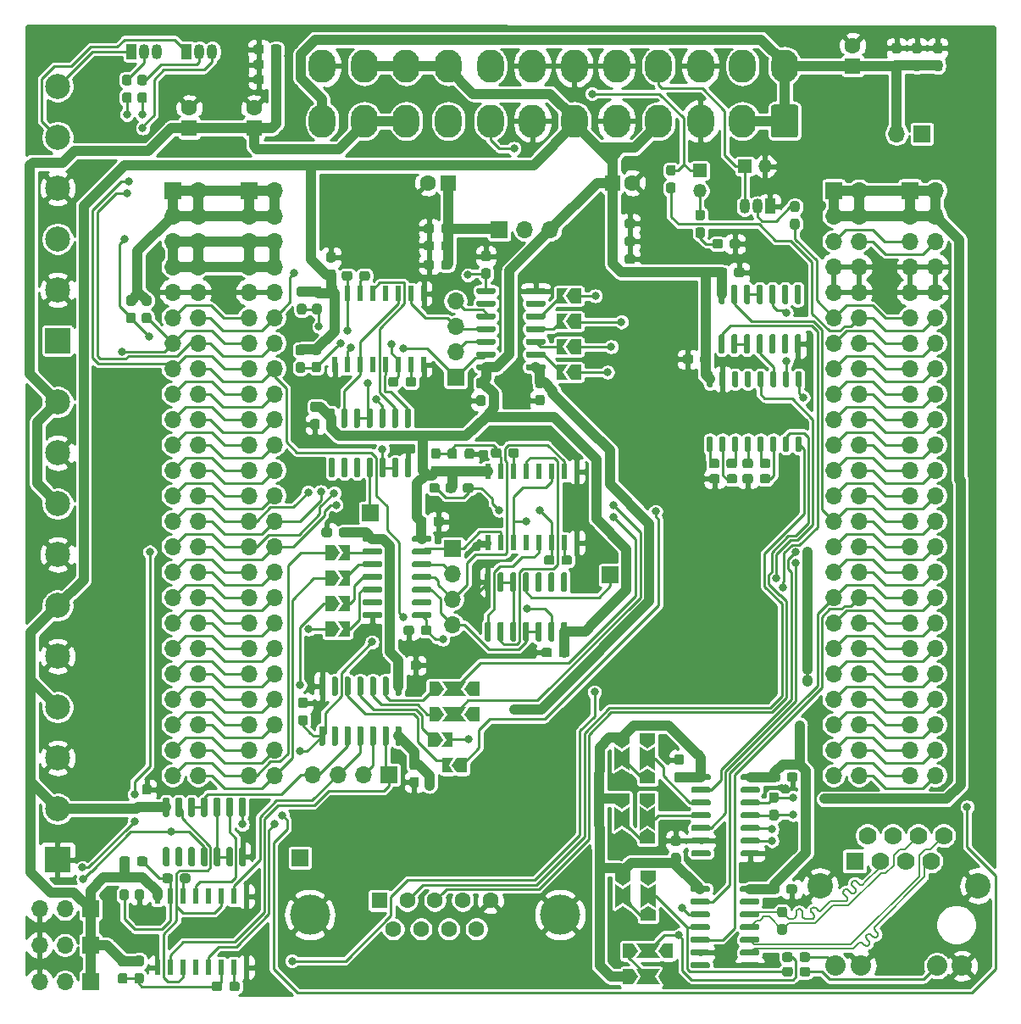
<source format=gbr>
G04 #@! TF.GenerationSoftware,KiCad,Pcbnew,(5.1.6)-1*
G04 #@! TF.CreationDate,2020-05-27T17:47:10+02:00*
G04 #@! TF.ProjectId,lightcontroll,6c696768-7463-46f6-9e74-726f6c6c2e6b,rev?*
G04 #@! TF.SameCoordinates,Original*
G04 #@! TF.FileFunction,Copper,L1,Top*
G04 #@! TF.FilePolarity,Positive*
%FSLAX46Y46*%
G04 Gerber Fmt 4.6, Leading zero omitted, Abs format (unit mm)*
G04 Created by KiCad (PCBNEW (5.1.6)-1) date 2020-05-27 17:47:10*
%MOMM*%
%LPD*%
G01*
G04 APERTURE LIST*
G04 #@! TA.AperFunction,ComponentPad*
%ADD10R,1.050000X1.500000*%
G04 #@! TD*
G04 #@! TA.AperFunction,ComponentPad*
%ADD11O,1.050000X1.500000*%
G04 #@! TD*
G04 #@! TA.AperFunction,ComponentPad*
%ADD12C,2.500000*%
G04 #@! TD*
G04 #@! TA.AperFunction,ComponentPad*
%ADD13R,2.500000X2.500000*%
G04 #@! TD*
G04 #@! TA.AperFunction,SMDPad,CuDef*
%ADD14C,0.100000*%
G04 #@! TD*
G04 #@! TA.AperFunction,Conductor*
%ADD15C,0.100000*%
G04 #@! TD*
G04 #@! TA.AperFunction,ComponentPad*
%ADD16C,4.000000*%
G04 #@! TD*
G04 #@! TA.AperFunction,ComponentPad*
%ADD17C,1.600000*%
G04 #@! TD*
G04 #@! TA.AperFunction,ComponentPad*
%ADD18R,1.600000X1.600000*%
G04 #@! TD*
G04 #@! TA.AperFunction,ComponentPad*
%ADD19C,2.540000*%
G04 #@! TD*
G04 #@! TA.AperFunction,ComponentPad*
%ADD20C,2.032000*%
G04 #@! TD*
G04 #@! TA.AperFunction,ComponentPad*
%ADD21C,1.778000*%
G04 #@! TD*
G04 #@! TA.AperFunction,ComponentPad*
%ADD22R,1.778000X1.778000*%
G04 #@! TD*
G04 #@! TA.AperFunction,ComponentPad*
%ADD23O,1.700000X1.700000*%
G04 #@! TD*
G04 #@! TA.AperFunction,ComponentPad*
%ADD24R,1.700000X1.700000*%
G04 #@! TD*
G04 #@! TA.AperFunction,SMDPad,CuDef*
%ADD25R,0.600000X1.500000*%
G04 #@! TD*
G04 #@! TA.AperFunction,ComponentPad*
%ADD26O,2.700000X3.300000*%
G04 #@! TD*
G04 #@! TA.AperFunction,ComponentPad*
%ADD27O,1.350000X1.350000*%
G04 #@! TD*
G04 #@! TA.AperFunction,ComponentPad*
%ADD28R,1.350000X1.350000*%
G04 #@! TD*
G04 #@! TA.AperFunction,ViaPad*
%ADD29C,0.800000*%
G04 #@! TD*
G04 #@! TA.AperFunction,Conductor*
%ADD30C,0.250000*%
G04 #@! TD*
G04 #@! TA.AperFunction,Conductor*
%ADD31C,1.000000*%
G04 #@! TD*
G04 #@! TA.AperFunction,Conductor*
%ADD32C,0.200000*%
G04 #@! TD*
G04 #@! TA.AperFunction,Conductor*
%ADD33C,0.254000*%
G04 #@! TD*
G04 APERTURE END LIST*
G04 #@! TA.AperFunction,SMDPad,CuDef*
G36*
G01*
X23638500Y-20430000D02*
X24113500Y-20430000D01*
G75*
G02*
X24351000Y-20667500I0J-237500D01*
G01*
X24351000Y-21242500D01*
G75*
G02*
X24113500Y-21480000I-237500J0D01*
G01*
X23638500Y-21480000D01*
G75*
G02*
X23401000Y-21242500I0J237500D01*
G01*
X23401000Y-20667500D01*
G75*
G02*
X23638500Y-20430000I237500J0D01*
G01*
G37*
G04 #@! TD.AperFunction*
G04 #@! TA.AperFunction,SMDPad,CuDef*
G36*
G01*
X23638500Y-18680000D02*
X24113500Y-18680000D01*
G75*
G02*
X24351000Y-18917500I0J-237500D01*
G01*
X24351000Y-19492500D01*
G75*
G02*
X24113500Y-19730000I-237500J0D01*
G01*
X23638500Y-19730000D01*
G75*
G02*
X23401000Y-19492500I0J237500D01*
G01*
X23401000Y-18917500D01*
G75*
G02*
X23638500Y-18680000I237500J0D01*
G01*
G37*
G04 #@! TD.AperFunction*
G04 #@! TA.AperFunction,SMDPad,CuDef*
G36*
G01*
X24044900Y-42451800D02*
X24519900Y-42451800D01*
G75*
G02*
X24757400Y-42689300I0J-237500D01*
G01*
X24757400Y-43264300D01*
G75*
G02*
X24519900Y-43501800I-237500J0D01*
G01*
X24044900Y-43501800D01*
G75*
G02*
X23807400Y-43264300I0J237500D01*
G01*
X23807400Y-42689300D01*
G75*
G02*
X24044900Y-42451800I237500J0D01*
G01*
G37*
G04 #@! TD.AperFunction*
G04 #@! TA.AperFunction,SMDPad,CuDef*
G36*
G01*
X24044900Y-40701800D02*
X24519900Y-40701800D01*
G75*
G02*
X24757400Y-40939300I0J-237500D01*
G01*
X24757400Y-41514300D01*
G75*
G02*
X24519900Y-41751800I-237500J0D01*
G01*
X24044900Y-41751800D01*
G75*
G02*
X23807400Y-41514300I0J237500D01*
G01*
X23807400Y-40939300D01*
G75*
G02*
X24044900Y-40701800I237500J0D01*
G01*
G37*
G04 #@! TD.AperFunction*
G04 #@! TA.AperFunction,SMDPad,CuDef*
G36*
G01*
X26069300Y-41749200D02*
X25594300Y-41749200D01*
G75*
G02*
X25356800Y-41511700I0J237500D01*
G01*
X25356800Y-40936700D01*
G75*
G02*
X25594300Y-40699200I237500J0D01*
G01*
X26069300Y-40699200D01*
G75*
G02*
X26306800Y-40936700I0J-237500D01*
G01*
X26306800Y-41511700D01*
G75*
G02*
X26069300Y-41749200I-237500J0D01*
G01*
G37*
G04 #@! TD.AperFunction*
G04 #@! TA.AperFunction,SMDPad,CuDef*
G36*
G01*
X26069300Y-43499200D02*
X25594300Y-43499200D01*
G75*
G02*
X25356800Y-43261700I0J237500D01*
G01*
X25356800Y-42686700D01*
G75*
G02*
X25594300Y-42449200I237500J0D01*
G01*
X26069300Y-42449200D01*
G75*
G02*
X26306800Y-42686700I0J-237500D01*
G01*
X26306800Y-43261700D01*
G75*
G02*
X26069300Y-43499200I-237500J0D01*
G01*
G37*
G04 #@! TD.AperFunction*
G04 #@! TA.AperFunction,SMDPad,CuDef*
G36*
G01*
X25162500Y-20430000D02*
X25637500Y-20430000D01*
G75*
G02*
X25875000Y-20667500I0J-237500D01*
G01*
X25875000Y-21242500D01*
G75*
G02*
X25637500Y-21480000I-237500J0D01*
G01*
X25162500Y-21480000D01*
G75*
G02*
X24925000Y-21242500I0J237500D01*
G01*
X24925000Y-20667500D01*
G75*
G02*
X25162500Y-20430000I237500J0D01*
G01*
G37*
G04 #@! TD.AperFunction*
G04 #@! TA.AperFunction,SMDPad,CuDef*
G36*
G01*
X25162500Y-18680000D02*
X25637500Y-18680000D01*
G75*
G02*
X25875000Y-18917500I0J-237500D01*
G01*
X25875000Y-19492500D01*
G75*
G02*
X25637500Y-19730000I-237500J0D01*
G01*
X25162500Y-19730000D01*
G75*
G02*
X24925000Y-19492500I0J237500D01*
G01*
X24925000Y-18917500D01*
G75*
G02*
X25162500Y-18680000I237500J0D01*
G01*
G37*
G04 #@! TD.AperFunction*
D10*
X24307800Y-16357600D03*
D11*
X26847800Y-16357600D03*
X25577800Y-16357600D03*
D10*
X29845000Y-16357600D03*
D11*
X32385000Y-16357600D03*
X31115000Y-16357600D03*
D12*
X16941800Y-19837400D03*
X16941800Y-24917400D03*
X16941800Y-29997400D03*
X16941800Y-35077400D03*
X16941800Y-40157400D03*
D13*
X16941800Y-45237400D03*
D12*
X16941800Y-51358800D03*
X16941800Y-56438800D03*
X16941800Y-61518800D03*
X16941800Y-66598800D03*
X16941800Y-71678800D03*
X16941800Y-76758800D03*
X16941800Y-81838800D03*
X16941800Y-86918800D03*
X16941800Y-91998800D03*
D13*
X16941800Y-97078800D03*
G04 #@! TA.AperFunction,SMDPad,CuDef*
D14*
G36*
X74939400Y-108762800D02*
G01*
X74439400Y-109512800D01*
X73439400Y-109512800D01*
X73439400Y-108012800D01*
X74439400Y-108012800D01*
X74939400Y-108762800D01*
G37*
G04 #@! TD.AperFunction*
G04 #@! TA.AperFunction,Conductor*
D15*
G36*
X75239400Y-108762800D02*
G01*
X74739400Y-108012800D01*
X77139400Y-108012800D01*
X76639400Y-108762800D01*
X77139400Y-109512800D01*
X74739400Y-109512800D01*
X75239400Y-108762800D01*
G37*
G04 #@! TD.AperFunction*
G04 #@! TA.AperFunction,SMDPad,CuDef*
D14*
G36*
X76939400Y-108762800D02*
G01*
X77439400Y-108012800D01*
X78439400Y-108012800D01*
X78439400Y-109512800D01*
X77439400Y-109512800D01*
X76939400Y-108762800D01*
G37*
G04 #@! TD.AperFunction*
G04 #@! TA.AperFunction,SMDPad,CuDef*
G36*
X73406000Y-99704400D02*
G01*
X72656000Y-99204400D01*
X72656000Y-98204400D01*
X74156000Y-98204400D01*
X74156000Y-99204400D01*
X73406000Y-99704400D01*
G37*
G04 #@! TD.AperFunction*
G04 #@! TA.AperFunction,Conductor*
D15*
G36*
X73406000Y-100004400D02*
G01*
X74156000Y-99504400D01*
X74156000Y-101904400D01*
X73406000Y-101404400D01*
X72656000Y-101904400D01*
X72656000Y-99504400D01*
X73406000Y-100004400D01*
G37*
G04 #@! TD.AperFunction*
G04 #@! TA.AperFunction,SMDPad,CuDef*
D14*
G36*
X73406000Y-101704400D02*
G01*
X74156000Y-102204400D01*
X74156000Y-103204400D01*
X72656000Y-103204400D01*
X72656000Y-102204400D01*
X73406000Y-101704400D01*
G37*
G04 #@! TD.AperFunction*
G04 #@! TA.AperFunction,SMDPad,CuDef*
G36*
X73329800Y-85969600D02*
G01*
X72579800Y-85469600D01*
X72579800Y-84469600D01*
X74079800Y-84469600D01*
X74079800Y-85469600D01*
X73329800Y-85969600D01*
G37*
G04 #@! TD.AperFunction*
G04 #@! TA.AperFunction,Conductor*
D15*
G36*
X73329800Y-86269600D02*
G01*
X74079800Y-85769600D01*
X74079800Y-88169600D01*
X73329800Y-87669600D01*
X72579800Y-88169600D01*
X72579800Y-85769600D01*
X73329800Y-86269600D01*
G37*
G04 #@! TD.AperFunction*
G04 #@! TA.AperFunction,SMDPad,CuDef*
D14*
G36*
X73329800Y-87969600D02*
G01*
X74079800Y-88469600D01*
X74079800Y-89469600D01*
X72579800Y-89469600D01*
X72579800Y-88469600D01*
X73329800Y-87969600D01*
G37*
G04 #@! TD.AperFunction*
G04 #@! TA.AperFunction,SMDPad,CuDef*
G36*
X73329800Y-91989400D02*
G01*
X72579800Y-91489400D01*
X72579800Y-90489400D01*
X74079800Y-90489400D01*
X74079800Y-91489400D01*
X73329800Y-91989400D01*
G37*
G04 #@! TD.AperFunction*
G04 #@! TA.AperFunction,Conductor*
D15*
G36*
X73329800Y-92289400D02*
G01*
X74079800Y-91789400D01*
X74079800Y-94189400D01*
X73329800Y-93689400D01*
X72579800Y-94189400D01*
X72579800Y-91789400D01*
X73329800Y-92289400D01*
G37*
G04 #@! TD.AperFunction*
G04 #@! TA.AperFunction,SMDPad,CuDef*
D14*
G36*
X73329800Y-93989400D02*
G01*
X74079800Y-94489400D01*
X74079800Y-95489400D01*
X72579800Y-95489400D01*
X72579800Y-94489400D01*
X73329800Y-93989400D01*
G37*
G04 #@! TD.AperFunction*
G04 #@! TA.AperFunction,SMDPad,CuDef*
G36*
G01*
X27937600Y-92810200D02*
X27637600Y-92810200D01*
G75*
G02*
X27487600Y-92660200I0J150000D01*
G01*
X27487600Y-91010200D01*
G75*
G02*
X27637600Y-90860200I150000J0D01*
G01*
X27937600Y-90860200D01*
G75*
G02*
X28087600Y-91010200I0J-150000D01*
G01*
X28087600Y-92660200D01*
G75*
G02*
X27937600Y-92810200I-150000J0D01*
G01*
G37*
G04 #@! TD.AperFunction*
G04 #@! TA.AperFunction,SMDPad,CuDef*
G36*
G01*
X29207600Y-92810200D02*
X28907600Y-92810200D01*
G75*
G02*
X28757600Y-92660200I0J150000D01*
G01*
X28757600Y-91010200D01*
G75*
G02*
X28907600Y-90860200I150000J0D01*
G01*
X29207600Y-90860200D01*
G75*
G02*
X29357600Y-91010200I0J-150000D01*
G01*
X29357600Y-92660200D01*
G75*
G02*
X29207600Y-92810200I-150000J0D01*
G01*
G37*
G04 #@! TD.AperFunction*
G04 #@! TA.AperFunction,SMDPad,CuDef*
G36*
G01*
X30477600Y-92810200D02*
X30177600Y-92810200D01*
G75*
G02*
X30027600Y-92660200I0J150000D01*
G01*
X30027600Y-91010200D01*
G75*
G02*
X30177600Y-90860200I150000J0D01*
G01*
X30477600Y-90860200D01*
G75*
G02*
X30627600Y-91010200I0J-150000D01*
G01*
X30627600Y-92660200D01*
G75*
G02*
X30477600Y-92810200I-150000J0D01*
G01*
G37*
G04 #@! TD.AperFunction*
G04 #@! TA.AperFunction,SMDPad,CuDef*
G36*
G01*
X31747600Y-92810200D02*
X31447600Y-92810200D01*
G75*
G02*
X31297600Y-92660200I0J150000D01*
G01*
X31297600Y-91010200D01*
G75*
G02*
X31447600Y-90860200I150000J0D01*
G01*
X31747600Y-90860200D01*
G75*
G02*
X31897600Y-91010200I0J-150000D01*
G01*
X31897600Y-92660200D01*
G75*
G02*
X31747600Y-92810200I-150000J0D01*
G01*
G37*
G04 #@! TD.AperFunction*
G04 #@! TA.AperFunction,SMDPad,CuDef*
G36*
G01*
X33017600Y-92810200D02*
X32717600Y-92810200D01*
G75*
G02*
X32567600Y-92660200I0J150000D01*
G01*
X32567600Y-91010200D01*
G75*
G02*
X32717600Y-90860200I150000J0D01*
G01*
X33017600Y-90860200D01*
G75*
G02*
X33167600Y-91010200I0J-150000D01*
G01*
X33167600Y-92660200D01*
G75*
G02*
X33017600Y-92810200I-150000J0D01*
G01*
G37*
G04 #@! TD.AperFunction*
G04 #@! TA.AperFunction,SMDPad,CuDef*
G36*
G01*
X34287600Y-92810200D02*
X33987600Y-92810200D01*
G75*
G02*
X33837600Y-92660200I0J150000D01*
G01*
X33837600Y-91010200D01*
G75*
G02*
X33987600Y-90860200I150000J0D01*
G01*
X34287600Y-90860200D01*
G75*
G02*
X34437600Y-91010200I0J-150000D01*
G01*
X34437600Y-92660200D01*
G75*
G02*
X34287600Y-92810200I-150000J0D01*
G01*
G37*
G04 #@! TD.AperFunction*
G04 #@! TA.AperFunction,SMDPad,CuDef*
G36*
G01*
X35557600Y-92810200D02*
X35257600Y-92810200D01*
G75*
G02*
X35107600Y-92660200I0J150000D01*
G01*
X35107600Y-91010200D01*
G75*
G02*
X35257600Y-90860200I150000J0D01*
G01*
X35557600Y-90860200D01*
G75*
G02*
X35707600Y-91010200I0J-150000D01*
G01*
X35707600Y-92660200D01*
G75*
G02*
X35557600Y-92810200I-150000J0D01*
G01*
G37*
G04 #@! TD.AperFunction*
G04 #@! TA.AperFunction,SMDPad,CuDef*
G36*
G01*
X35557600Y-97760200D02*
X35257600Y-97760200D01*
G75*
G02*
X35107600Y-97610200I0J150000D01*
G01*
X35107600Y-95960200D01*
G75*
G02*
X35257600Y-95810200I150000J0D01*
G01*
X35557600Y-95810200D01*
G75*
G02*
X35707600Y-95960200I0J-150000D01*
G01*
X35707600Y-97610200D01*
G75*
G02*
X35557600Y-97760200I-150000J0D01*
G01*
G37*
G04 #@! TD.AperFunction*
G04 #@! TA.AperFunction,SMDPad,CuDef*
G36*
G01*
X34287600Y-97760200D02*
X33987600Y-97760200D01*
G75*
G02*
X33837600Y-97610200I0J150000D01*
G01*
X33837600Y-95960200D01*
G75*
G02*
X33987600Y-95810200I150000J0D01*
G01*
X34287600Y-95810200D01*
G75*
G02*
X34437600Y-95960200I0J-150000D01*
G01*
X34437600Y-97610200D01*
G75*
G02*
X34287600Y-97760200I-150000J0D01*
G01*
G37*
G04 #@! TD.AperFunction*
G04 #@! TA.AperFunction,SMDPad,CuDef*
G36*
G01*
X33017600Y-97760200D02*
X32717600Y-97760200D01*
G75*
G02*
X32567600Y-97610200I0J150000D01*
G01*
X32567600Y-95960200D01*
G75*
G02*
X32717600Y-95810200I150000J0D01*
G01*
X33017600Y-95810200D01*
G75*
G02*
X33167600Y-95960200I0J-150000D01*
G01*
X33167600Y-97610200D01*
G75*
G02*
X33017600Y-97760200I-150000J0D01*
G01*
G37*
G04 #@! TD.AperFunction*
G04 #@! TA.AperFunction,SMDPad,CuDef*
G36*
G01*
X31747600Y-97760200D02*
X31447600Y-97760200D01*
G75*
G02*
X31297600Y-97610200I0J150000D01*
G01*
X31297600Y-95960200D01*
G75*
G02*
X31447600Y-95810200I150000J0D01*
G01*
X31747600Y-95810200D01*
G75*
G02*
X31897600Y-95960200I0J-150000D01*
G01*
X31897600Y-97610200D01*
G75*
G02*
X31747600Y-97760200I-150000J0D01*
G01*
G37*
G04 #@! TD.AperFunction*
G04 #@! TA.AperFunction,SMDPad,CuDef*
G36*
G01*
X30477600Y-97760200D02*
X30177600Y-97760200D01*
G75*
G02*
X30027600Y-97610200I0J150000D01*
G01*
X30027600Y-95960200D01*
G75*
G02*
X30177600Y-95810200I150000J0D01*
G01*
X30477600Y-95810200D01*
G75*
G02*
X30627600Y-95960200I0J-150000D01*
G01*
X30627600Y-97610200D01*
G75*
G02*
X30477600Y-97760200I-150000J0D01*
G01*
G37*
G04 #@! TD.AperFunction*
G04 #@! TA.AperFunction,SMDPad,CuDef*
G36*
G01*
X29207600Y-97760200D02*
X28907600Y-97760200D01*
G75*
G02*
X28757600Y-97610200I0J150000D01*
G01*
X28757600Y-95960200D01*
G75*
G02*
X28907600Y-95810200I150000J0D01*
G01*
X29207600Y-95810200D01*
G75*
G02*
X29357600Y-95960200I0J-150000D01*
G01*
X29357600Y-97610200D01*
G75*
G02*
X29207600Y-97760200I-150000J0D01*
G01*
G37*
G04 #@! TD.AperFunction*
G04 #@! TA.AperFunction,SMDPad,CuDef*
G36*
G01*
X27937600Y-97760200D02*
X27637600Y-97760200D01*
G75*
G02*
X27487600Y-97610200I0J150000D01*
G01*
X27487600Y-95960200D01*
G75*
G02*
X27637600Y-95810200I150000J0D01*
G01*
X27937600Y-95810200D01*
G75*
G02*
X28087600Y-95960200I0J-150000D01*
G01*
X28087600Y-97610200D01*
G75*
G02*
X27937600Y-97760200I-150000J0D01*
G01*
G37*
G04 #@! TD.AperFunction*
D16*
X67147400Y-102567600D03*
X42147400Y-102567600D03*
D17*
X58802400Y-103987600D03*
X56032400Y-103987600D03*
X53262400Y-103987600D03*
X50492400Y-103987600D03*
X60187400Y-101147600D03*
X57417400Y-101147600D03*
X54647400Y-101147600D03*
X51877400Y-101147600D03*
D18*
X49107400Y-101147600D03*
G04 #@! TA.AperFunction,SMDPad,CuDef*
D14*
G36*
X75882500Y-87963500D02*
G01*
X76632500Y-88463500D01*
X76632500Y-89463500D01*
X75132500Y-89463500D01*
X75132500Y-88463500D01*
X75882500Y-87963500D01*
G37*
G04 #@! TD.AperFunction*
G04 #@! TA.AperFunction,Conductor*
D15*
G36*
X75882500Y-87663500D02*
G01*
X75132500Y-88163500D01*
X75132500Y-85763500D01*
X75882500Y-86263500D01*
X76632500Y-85763500D01*
X76632500Y-88163500D01*
X75882500Y-87663500D01*
G37*
G04 #@! TD.AperFunction*
G04 #@! TA.AperFunction,SMDPad,CuDef*
D14*
G36*
X75882500Y-85963500D02*
G01*
X75132500Y-85463500D01*
X75132500Y-84463500D01*
X76632500Y-84463500D01*
X76632500Y-85463500D01*
X75882500Y-85963500D01*
G37*
G04 #@! TD.AperFunction*
D19*
X108902500Y-99682300D03*
X93154500Y-99682300D03*
D20*
X104813100Y-107683300D03*
X107327700Y-107683300D03*
X97218500Y-107683300D03*
X94703900Y-107683300D03*
D21*
X105473500Y-94678500D03*
X104203500Y-97218500D03*
X102933500Y-94678500D03*
X101663500Y-97218500D03*
X100393500Y-94678500D03*
X99123500Y-97218500D03*
X97853500Y-94678500D03*
D22*
X96583500Y-97218500D03*
G04 #@! TA.AperFunction,SMDPad,CuDef*
G36*
G01*
X85129500Y-100162500D02*
X85129500Y-99862500D01*
G75*
G02*
X85279500Y-99712500I150000J0D01*
G01*
X86929500Y-99712500D01*
G75*
G02*
X87079500Y-99862500I0J-150000D01*
G01*
X87079500Y-100162500D01*
G75*
G02*
X86929500Y-100312500I-150000J0D01*
G01*
X85279500Y-100312500D01*
G75*
G02*
X85129500Y-100162500I0J150000D01*
G01*
G37*
G04 #@! TD.AperFunction*
G04 #@! TA.AperFunction,SMDPad,CuDef*
G36*
G01*
X85129500Y-101432500D02*
X85129500Y-101132500D01*
G75*
G02*
X85279500Y-100982500I150000J0D01*
G01*
X86929500Y-100982500D01*
G75*
G02*
X87079500Y-101132500I0J-150000D01*
G01*
X87079500Y-101432500D01*
G75*
G02*
X86929500Y-101582500I-150000J0D01*
G01*
X85279500Y-101582500D01*
G75*
G02*
X85129500Y-101432500I0J150000D01*
G01*
G37*
G04 #@! TD.AperFunction*
G04 #@! TA.AperFunction,SMDPad,CuDef*
G36*
G01*
X85129500Y-102702500D02*
X85129500Y-102402500D01*
G75*
G02*
X85279500Y-102252500I150000J0D01*
G01*
X86929500Y-102252500D01*
G75*
G02*
X87079500Y-102402500I0J-150000D01*
G01*
X87079500Y-102702500D01*
G75*
G02*
X86929500Y-102852500I-150000J0D01*
G01*
X85279500Y-102852500D01*
G75*
G02*
X85129500Y-102702500I0J150000D01*
G01*
G37*
G04 #@! TD.AperFunction*
G04 #@! TA.AperFunction,SMDPad,CuDef*
G36*
G01*
X85129500Y-103972500D02*
X85129500Y-103672500D01*
G75*
G02*
X85279500Y-103522500I150000J0D01*
G01*
X86929500Y-103522500D01*
G75*
G02*
X87079500Y-103672500I0J-150000D01*
G01*
X87079500Y-103972500D01*
G75*
G02*
X86929500Y-104122500I-150000J0D01*
G01*
X85279500Y-104122500D01*
G75*
G02*
X85129500Y-103972500I0J150000D01*
G01*
G37*
G04 #@! TD.AperFunction*
G04 #@! TA.AperFunction,SMDPad,CuDef*
G36*
G01*
X85129500Y-105242500D02*
X85129500Y-104942500D01*
G75*
G02*
X85279500Y-104792500I150000J0D01*
G01*
X86929500Y-104792500D01*
G75*
G02*
X87079500Y-104942500I0J-150000D01*
G01*
X87079500Y-105242500D01*
G75*
G02*
X86929500Y-105392500I-150000J0D01*
G01*
X85279500Y-105392500D01*
G75*
G02*
X85129500Y-105242500I0J150000D01*
G01*
G37*
G04 #@! TD.AperFunction*
G04 #@! TA.AperFunction,SMDPad,CuDef*
G36*
G01*
X85129500Y-106512500D02*
X85129500Y-106212500D01*
G75*
G02*
X85279500Y-106062500I150000J0D01*
G01*
X86929500Y-106062500D01*
G75*
G02*
X87079500Y-106212500I0J-150000D01*
G01*
X87079500Y-106512500D01*
G75*
G02*
X86929500Y-106662500I-150000J0D01*
G01*
X85279500Y-106662500D01*
G75*
G02*
X85129500Y-106512500I0J150000D01*
G01*
G37*
G04 #@! TD.AperFunction*
G04 #@! TA.AperFunction,SMDPad,CuDef*
G36*
G01*
X85129500Y-107782500D02*
X85129500Y-107482500D01*
G75*
G02*
X85279500Y-107332500I150000J0D01*
G01*
X86929500Y-107332500D01*
G75*
G02*
X87079500Y-107482500I0J-150000D01*
G01*
X87079500Y-107782500D01*
G75*
G02*
X86929500Y-107932500I-150000J0D01*
G01*
X85279500Y-107932500D01*
G75*
G02*
X85129500Y-107782500I0J150000D01*
G01*
G37*
G04 #@! TD.AperFunction*
G04 #@! TA.AperFunction,SMDPad,CuDef*
G36*
G01*
X80179500Y-107782500D02*
X80179500Y-107482500D01*
G75*
G02*
X80329500Y-107332500I150000J0D01*
G01*
X81979500Y-107332500D01*
G75*
G02*
X82129500Y-107482500I0J-150000D01*
G01*
X82129500Y-107782500D01*
G75*
G02*
X81979500Y-107932500I-150000J0D01*
G01*
X80329500Y-107932500D01*
G75*
G02*
X80179500Y-107782500I0J150000D01*
G01*
G37*
G04 #@! TD.AperFunction*
G04 #@! TA.AperFunction,SMDPad,CuDef*
G36*
G01*
X80179500Y-106512500D02*
X80179500Y-106212500D01*
G75*
G02*
X80329500Y-106062500I150000J0D01*
G01*
X81979500Y-106062500D01*
G75*
G02*
X82129500Y-106212500I0J-150000D01*
G01*
X82129500Y-106512500D01*
G75*
G02*
X81979500Y-106662500I-150000J0D01*
G01*
X80329500Y-106662500D01*
G75*
G02*
X80179500Y-106512500I0J150000D01*
G01*
G37*
G04 #@! TD.AperFunction*
G04 #@! TA.AperFunction,SMDPad,CuDef*
G36*
G01*
X80179500Y-105242500D02*
X80179500Y-104942500D01*
G75*
G02*
X80329500Y-104792500I150000J0D01*
G01*
X81979500Y-104792500D01*
G75*
G02*
X82129500Y-104942500I0J-150000D01*
G01*
X82129500Y-105242500D01*
G75*
G02*
X81979500Y-105392500I-150000J0D01*
G01*
X80329500Y-105392500D01*
G75*
G02*
X80179500Y-105242500I0J150000D01*
G01*
G37*
G04 #@! TD.AperFunction*
G04 #@! TA.AperFunction,SMDPad,CuDef*
G36*
G01*
X80179500Y-103972500D02*
X80179500Y-103672500D01*
G75*
G02*
X80329500Y-103522500I150000J0D01*
G01*
X81979500Y-103522500D01*
G75*
G02*
X82129500Y-103672500I0J-150000D01*
G01*
X82129500Y-103972500D01*
G75*
G02*
X81979500Y-104122500I-150000J0D01*
G01*
X80329500Y-104122500D01*
G75*
G02*
X80179500Y-103972500I0J150000D01*
G01*
G37*
G04 #@! TD.AperFunction*
G04 #@! TA.AperFunction,SMDPad,CuDef*
G36*
G01*
X80179500Y-102702500D02*
X80179500Y-102402500D01*
G75*
G02*
X80329500Y-102252500I150000J0D01*
G01*
X81979500Y-102252500D01*
G75*
G02*
X82129500Y-102402500I0J-150000D01*
G01*
X82129500Y-102702500D01*
G75*
G02*
X81979500Y-102852500I-150000J0D01*
G01*
X80329500Y-102852500D01*
G75*
G02*
X80179500Y-102702500I0J150000D01*
G01*
G37*
G04 #@! TD.AperFunction*
G04 #@! TA.AperFunction,SMDPad,CuDef*
G36*
G01*
X80179500Y-101432500D02*
X80179500Y-101132500D01*
G75*
G02*
X80329500Y-100982500I150000J0D01*
G01*
X81979500Y-100982500D01*
G75*
G02*
X82129500Y-101132500I0J-150000D01*
G01*
X82129500Y-101432500D01*
G75*
G02*
X81979500Y-101582500I-150000J0D01*
G01*
X80329500Y-101582500D01*
G75*
G02*
X80179500Y-101432500I0J150000D01*
G01*
G37*
G04 #@! TD.AperFunction*
G04 #@! TA.AperFunction,SMDPad,CuDef*
G36*
G01*
X80179500Y-100162500D02*
X80179500Y-99862500D01*
G75*
G02*
X80329500Y-99712500I150000J0D01*
G01*
X81979500Y-99712500D01*
G75*
G02*
X82129500Y-99862500I0J-150000D01*
G01*
X82129500Y-100162500D01*
G75*
G02*
X81979500Y-100312500I-150000J0D01*
G01*
X80329500Y-100312500D01*
G75*
G02*
X80179500Y-100162500I0J150000D01*
G01*
G37*
G04 #@! TD.AperFunction*
G04 #@! TA.AperFunction,SMDPad,CuDef*
D14*
G36*
X56330000Y-87630000D02*
G01*
X56830000Y-86880000D01*
X57830000Y-86880000D01*
X57830000Y-88380000D01*
X56830000Y-88380000D01*
X56330000Y-87630000D01*
G37*
G04 #@! TD.AperFunction*
G04 #@! TA.AperFunction,SMDPad,CuDef*
G36*
X55380000Y-86880000D02*
G01*
X56530000Y-86880000D01*
X56030000Y-87630000D01*
X56530000Y-88380000D01*
X55380000Y-88380000D01*
X55380000Y-86880000D01*
G37*
G04 #@! TD.AperFunction*
D23*
X97028000Y-88646000D03*
X94488000Y-88646000D03*
X97028000Y-86106000D03*
X94488000Y-86106000D03*
X97028000Y-83566000D03*
X94488000Y-83566000D03*
X97028000Y-81026000D03*
X94488000Y-81026000D03*
X97028000Y-78486000D03*
X94488000Y-78486000D03*
X97028000Y-75946000D03*
X94488000Y-75946000D03*
X97028000Y-73406000D03*
X94488000Y-73406000D03*
X97028000Y-70866000D03*
X94488000Y-70866000D03*
X97028000Y-68326000D03*
X94488000Y-68326000D03*
X97028000Y-65786000D03*
X94488000Y-65786000D03*
X97028000Y-63246000D03*
X94488000Y-63246000D03*
X97028000Y-60706000D03*
X94488000Y-60706000D03*
X97028000Y-58166000D03*
X94488000Y-58166000D03*
X97028000Y-55626000D03*
X94488000Y-55626000D03*
X97028000Y-53086000D03*
X94488000Y-53086000D03*
X97028000Y-50546000D03*
X94488000Y-50546000D03*
X97028000Y-48006000D03*
X94488000Y-48006000D03*
X97028000Y-45466000D03*
X94488000Y-45466000D03*
X97028000Y-42926000D03*
X94488000Y-42926000D03*
X97028000Y-40386000D03*
X94488000Y-40386000D03*
X97028000Y-37846000D03*
X94488000Y-37846000D03*
X97028000Y-35306000D03*
X94488000Y-35306000D03*
X97028000Y-32766000D03*
X94488000Y-32766000D03*
X97028000Y-30226000D03*
D24*
X94488000Y-30226000D03*
G04 #@! TA.AperFunction,SMDPad,CuDef*
G36*
G01*
X66339000Y-76153000D02*
X66339000Y-76628000D01*
G75*
G02*
X66101500Y-76865500I-237500J0D01*
G01*
X65526500Y-76865500D01*
G75*
G02*
X65289000Y-76628000I0J237500D01*
G01*
X65289000Y-76153000D01*
G75*
G02*
X65526500Y-75915500I237500J0D01*
G01*
X66101500Y-75915500D01*
G75*
G02*
X66339000Y-76153000I0J-237500D01*
G01*
G37*
G04 #@! TD.AperFunction*
G04 #@! TA.AperFunction,SMDPad,CuDef*
G36*
G01*
X68089000Y-76153000D02*
X68089000Y-76628000D01*
G75*
G02*
X67851500Y-76865500I-237500J0D01*
G01*
X67276500Y-76865500D01*
G75*
G02*
X67039000Y-76628000I0J237500D01*
G01*
X67039000Y-76153000D01*
G75*
G02*
X67276500Y-75915500I237500J0D01*
G01*
X67851500Y-75915500D01*
G75*
G02*
X68089000Y-76153000I0J-237500D01*
G01*
G37*
G04 #@! TD.AperFunction*
D25*
X59944000Y-58299000D03*
X61214000Y-58299000D03*
X62484000Y-58299000D03*
X63754000Y-58299000D03*
X65024000Y-58299000D03*
X66294000Y-58299000D03*
X67564000Y-58299000D03*
X68834000Y-58299000D03*
X68834000Y-65399000D03*
X67564000Y-65399000D03*
X66294000Y-65399000D03*
X65024000Y-65399000D03*
X63754000Y-65399000D03*
X62484000Y-65399000D03*
X61214000Y-65399000D03*
X59944000Y-65399000D03*
G04 #@! TA.AperFunction,SMDPad,CuDef*
G36*
G01*
X52363500Y-65174000D02*
X52363500Y-64874000D01*
G75*
G02*
X52513500Y-64724000I150000J0D01*
G01*
X54163500Y-64724000D01*
G75*
G02*
X54313500Y-64874000I0J-150000D01*
G01*
X54313500Y-65174000D01*
G75*
G02*
X54163500Y-65324000I-150000J0D01*
G01*
X52513500Y-65324000D01*
G75*
G02*
X52363500Y-65174000I0J150000D01*
G01*
G37*
G04 #@! TD.AperFunction*
G04 #@! TA.AperFunction,SMDPad,CuDef*
G36*
G01*
X52363500Y-66444000D02*
X52363500Y-66144000D01*
G75*
G02*
X52513500Y-65994000I150000J0D01*
G01*
X54163500Y-65994000D01*
G75*
G02*
X54313500Y-66144000I0J-150000D01*
G01*
X54313500Y-66444000D01*
G75*
G02*
X54163500Y-66594000I-150000J0D01*
G01*
X52513500Y-66594000D01*
G75*
G02*
X52363500Y-66444000I0J150000D01*
G01*
G37*
G04 #@! TD.AperFunction*
G04 #@! TA.AperFunction,SMDPad,CuDef*
G36*
G01*
X52363500Y-67714000D02*
X52363500Y-67414000D01*
G75*
G02*
X52513500Y-67264000I150000J0D01*
G01*
X54163500Y-67264000D01*
G75*
G02*
X54313500Y-67414000I0J-150000D01*
G01*
X54313500Y-67714000D01*
G75*
G02*
X54163500Y-67864000I-150000J0D01*
G01*
X52513500Y-67864000D01*
G75*
G02*
X52363500Y-67714000I0J150000D01*
G01*
G37*
G04 #@! TD.AperFunction*
G04 #@! TA.AperFunction,SMDPad,CuDef*
G36*
G01*
X52363500Y-68984000D02*
X52363500Y-68684000D01*
G75*
G02*
X52513500Y-68534000I150000J0D01*
G01*
X54163500Y-68534000D01*
G75*
G02*
X54313500Y-68684000I0J-150000D01*
G01*
X54313500Y-68984000D01*
G75*
G02*
X54163500Y-69134000I-150000J0D01*
G01*
X52513500Y-69134000D01*
G75*
G02*
X52363500Y-68984000I0J150000D01*
G01*
G37*
G04 #@! TD.AperFunction*
G04 #@! TA.AperFunction,SMDPad,CuDef*
G36*
G01*
X52363500Y-70254000D02*
X52363500Y-69954000D01*
G75*
G02*
X52513500Y-69804000I150000J0D01*
G01*
X54163500Y-69804000D01*
G75*
G02*
X54313500Y-69954000I0J-150000D01*
G01*
X54313500Y-70254000D01*
G75*
G02*
X54163500Y-70404000I-150000J0D01*
G01*
X52513500Y-70404000D01*
G75*
G02*
X52363500Y-70254000I0J150000D01*
G01*
G37*
G04 #@! TD.AperFunction*
G04 #@! TA.AperFunction,SMDPad,CuDef*
G36*
G01*
X52363500Y-71524000D02*
X52363500Y-71224000D01*
G75*
G02*
X52513500Y-71074000I150000J0D01*
G01*
X54163500Y-71074000D01*
G75*
G02*
X54313500Y-71224000I0J-150000D01*
G01*
X54313500Y-71524000D01*
G75*
G02*
X54163500Y-71674000I-150000J0D01*
G01*
X52513500Y-71674000D01*
G75*
G02*
X52363500Y-71524000I0J150000D01*
G01*
G37*
G04 #@! TD.AperFunction*
G04 #@! TA.AperFunction,SMDPad,CuDef*
G36*
G01*
X52363500Y-72794000D02*
X52363500Y-72494000D01*
G75*
G02*
X52513500Y-72344000I150000J0D01*
G01*
X54163500Y-72344000D01*
G75*
G02*
X54313500Y-72494000I0J-150000D01*
G01*
X54313500Y-72794000D01*
G75*
G02*
X54163500Y-72944000I-150000J0D01*
G01*
X52513500Y-72944000D01*
G75*
G02*
X52363500Y-72794000I0J150000D01*
G01*
G37*
G04 #@! TD.AperFunction*
G04 #@! TA.AperFunction,SMDPad,CuDef*
G36*
G01*
X47413500Y-72794000D02*
X47413500Y-72494000D01*
G75*
G02*
X47563500Y-72344000I150000J0D01*
G01*
X49213500Y-72344000D01*
G75*
G02*
X49363500Y-72494000I0J-150000D01*
G01*
X49363500Y-72794000D01*
G75*
G02*
X49213500Y-72944000I-150000J0D01*
G01*
X47563500Y-72944000D01*
G75*
G02*
X47413500Y-72794000I0J150000D01*
G01*
G37*
G04 #@! TD.AperFunction*
G04 #@! TA.AperFunction,SMDPad,CuDef*
G36*
G01*
X47413500Y-71524000D02*
X47413500Y-71224000D01*
G75*
G02*
X47563500Y-71074000I150000J0D01*
G01*
X49213500Y-71074000D01*
G75*
G02*
X49363500Y-71224000I0J-150000D01*
G01*
X49363500Y-71524000D01*
G75*
G02*
X49213500Y-71674000I-150000J0D01*
G01*
X47563500Y-71674000D01*
G75*
G02*
X47413500Y-71524000I0J150000D01*
G01*
G37*
G04 #@! TD.AperFunction*
G04 #@! TA.AperFunction,SMDPad,CuDef*
G36*
G01*
X47413500Y-70254000D02*
X47413500Y-69954000D01*
G75*
G02*
X47563500Y-69804000I150000J0D01*
G01*
X49213500Y-69804000D01*
G75*
G02*
X49363500Y-69954000I0J-150000D01*
G01*
X49363500Y-70254000D01*
G75*
G02*
X49213500Y-70404000I-150000J0D01*
G01*
X47563500Y-70404000D01*
G75*
G02*
X47413500Y-70254000I0J150000D01*
G01*
G37*
G04 #@! TD.AperFunction*
G04 #@! TA.AperFunction,SMDPad,CuDef*
G36*
G01*
X47413500Y-68984000D02*
X47413500Y-68684000D01*
G75*
G02*
X47563500Y-68534000I150000J0D01*
G01*
X49213500Y-68534000D01*
G75*
G02*
X49363500Y-68684000I0J-150000D01*
G01*
X49363500Y-68984000D01*
G75*
G02*
X49213500Y-69134000I-150000J0D01*
G01*
X47563500Y-69134000D01*
G75*
G02*
X47413500Y-68984000I0J150000D01*
G01*
G37*
G04 #@! TD.AperFunction*
G04 #@! TA.AperFunction,SMDPad,CuDef*
G36*
G01*
X47413500Y-67714000D02*
X47413500Y-67414000D01*
G75*
G02*
X47563500Y-67264000I150000J0D01*
G01*
X49213500Y-67264000D01*
G75*
G02*
X49363500Y-67414000I0J-150000D01*
G01*
X49363500Y-67714000D01*
G75*
G02*
X49213500Y-67864000I-150000J0D01*
G01*
X47563500Y-67864000D01*
G75*
G02*
X47413500Y-67714000I0J150000D01*
G01*
G37*
G04 #@! TD.AperFunction*
G04 #@! TA.AperFunction,SMDPad,CuDef*
G36*
G01*
X47413500Y-66444000D02*
X47413500Y-66144000D01*
G75*
G02*
X47563500Y-65994000I150000J0D01*
G01*
X49213500Y-65994000D01*
G75*
G02*
X49363500Y-66144000I0J-150000D01*
G01*
X49363500Y-66444000D01*
G75*
G02*
X49213500Y-66594000I-150000J0D01*
G01*
X47563500Y-66594000D01*
G75*
G02*
X47413500Y-66444000I0J150000D01*
G01*
G37*
G04 #@! TD.AperFunction*
G04 #@! TA.AperFunction,SMDPad,CuDef*
G36*
G01*
X47413500Y-65174000D02*
X47413500Y-64874000D01*
G75*
G02*
X47563500Y-64724000I150000J0D01*
G01*
X49213500Y-64724000D01*
G75*
G02*
X49363500Y-64874000I0J-150000D01*
G01*
X49363500Y-65174000D01*
G75*
G02*
X49213500Y-65324000I-150000J0D01*
G01*
X47563500Y-65324000D01*
G75*
G02*
X47413500Y-65174000I0J150000D01*
G01*
G37*
G04 #@! TD.AperFunction*
G04 #@! TA.AperFunction,SMDPad,CuDef*
D14*
G36*
X74946000Y-106172000D02*
G01*
X74446000Y-106922000D01*
X73446000Y-106922000D01*
X73446000Y-105422000D01*
X74446000Y-105422000D01*
X74946000Y-106172000D01*
G37*
G04 #@! TD.AperFunction*
G04 #@! TA.AperFunction,Conductor*
D15*
G36*
X75246000Y-106172000D02*
G01*
X74746000Y-105422000D01*
X77146000Y-105422000D01*
X76646000Y-106172000D01*
X77146000Y-106922000D01*
X74746000Y-106922000D01*
X75246000Y-106172000D01*
G37*
G04 #@! TD.AperFunction*
G04 #@! TA.AperFunction,SMDPad,CuDef*
D14*
G36*
X76946000Y-106172000D02*
G01*
X77446000Y-105422000D01*
X78446000Y-105422000D01*
X78446000Y-106922000D01*
X77446000Y-106922000D01*
X76946000Y-106172000D01*
G37*
G04 #@! TD.AperFunction*
G04 #@! TA.AperFunction,SMDPad,CuDef*
G36*
X75946000Y-101679000D02*
G01*
X76696000Y-102179000D01*
X76696000Y-103179000D01*
X75196000Y-103179000D01*
X75196000Y-102179000D01*
X75946000Y-101679000D01*
G37*
G04 #@! TD.AperFunction*
G04 #@! TA.AperFunction,Conductor*
D15*
G36*
X75946000Y-101379000D02*
G01*
X75196000Y-101879000D01*
X75196000Y-99479000D01*
X75946000Y-99979000D01*
X76696000Y-99479000D01*
X76696000Y-101879000D01*
X75946000Y-101379000D01*
G37*
G04 #@! TD.AperFunction*
G04 #@! TA.AperFunction,SMDPad,CuDef*
D14*
G36*
X75946000Y-99679000D02*
G01*
X75196000Y-99179000D01*
X75196000Y-98179000D01*
X76696000Y-98179000D01*
X76696000Y-99179000D01*
X75946000Y-99679000D01*
G37*
G04 #@! TD.AperFunction*
G04 #@! TA.AperFunction,SMDPad,CuDef*
G36*
X75882500Y-93964000D02*
G01*
X76632500Y-94464000D01*
X76632500Y-95464000D01*
X75132500Y-95464000D01*
X75132500Y-94464000D01*
X75882500Y-93964000D01*
G37*
G04 #@! TD.AperFunction*
G04 #@! TA.AperFunction,Conductor*
D15*
G36*
X75882500Y-93664000D02*
G01*
X75132500Y-94164000D01*
X75132500Y-91764000D01*
X75882500Y-92264000D01*
X76632500Y-91764000D01*
X76632500Y-94164000D01*
X75882500Y-93664000D01*
G37*
G04 #@! TD.AperFunction*
G04 #@! TA.AperFunction,SMDPad,CuDef*
D14*
G36*
X75882500Y-91964000D02*
G01*
X75132500Y-91464000D01*
X75132500Y-90464000D01*
X76632500Y-90464000D01*
X76632500Y-91464000D01*
X75882500Y-91964000D01*
G37*
G04 #@! TD.AperFunction*
G04 #@! TA.AperFunction,SMDPad,CuDef*
G36*
X45169500Y-71501000D02*
G01*
X44669500Y-72251000D01*
X43669500Y-72251000D01*
X43669500Y-70751000D01*
X44669500Y-70751000D01*
X45169500Y-71501000D01*
G37*
G04 #@! TD.AperFunction*
G04 #@! TA.AperFunction,SMDPad,CuDef*
G36*
X46119500Y-72251000D02*
G01*
X44969500Y-72251000D01*
X45469500Y-71501000D01*
X44969500Y-70751000D01*
X46119500Y-70751000D01*
X46119500Y-72251000D01*
G37*
G04 #@! TD.AperFunction*
G04 #@! TA.AperFunction,SMDPad,CuDef*
G36*
X45169500Y-68961000D02*
G01*
X44669500Y-69711000D01*
X43669500Y-69711000D01*
X43669500Y-68211000D01*
X44669500Y-68211000D01*
X45169500Y-68961000D01*
G37*
G04 #@! TD.AperFunction*
G04 #@! TA.AperFunction,SMDPad,CuDef*
G36*
X46119500Y-69711000D02*
G01*
X44969500Y-69711000D01*
X45469500Y-68961000D01*
X44969500Y-68211000D01*
X46119500Y-68211000D01*
X46119500Y-69711000D01*
G37*
G04 #@! TD.AperFunction*
G04 #@! TA.AperFunction,SMDPad,CuDef*
G36*
X45169500Y-66421000D02*
G01*
X44669500Y-67171000D01*
X43669500Y-67171000D01*
X43669500Y-65671000D01*
X44669500Y-65671000D01*
X45169500Y-66421000D01*
G37*
G04 #@! TD.AperFunction*
G04 #@! TA.AperFunction,SMDPad,CuDef*
G36*
X46119500Y-67171000D02*
G01*
X44969500Y-67171000D01*
X45469500Y-66421000D01*
X44969500Y-65671000D01*
X46119500Y-65671000D01*
X46119500Y-67171000D01*
G37*
G04 #@! TD.AperFunction*
G04 #@! TA.AperFunction,SMDPad,CuDef*
G36*
X45169500Y-74041000D02*
G01*
X44669500Y-74791000D01*
X43669500Y-74791000D01*
X43669500Y-73291000D01*
X44669500Y-73291000D01*
X45169500Y-74041000D01*
G37*
G04 #@! TD.AperFunction*
G04 #@! TA.AperFunction,SMDPad,CuDef*
G36*
X46119500Y-74791000D02*
G01*
X44969500Y-74791000D01*
X45469500Y-74041000D01*
X44969500Y-73291000D01*
X46119500Y-73291000D01*
X46119500Y-74791000D01*
G37*
G04 #@! TD.AperFunction*
G04 #@! TA.AperFunction,SMDPad,CuDef*
G36*
X67733500Y-43307000D02*
G01*
X68233500Y-42557000D01*
X69233500Y-42557000D01*
X69233500Y-44057000D01*
X68233500Y-44057000D01*
X67733500Y-43307000D01*
G37*
G04 #@! TD.AperFunction*
G04 #@! TA.AperFunction,SMDPad,CuDef*
G36*
X66783500Y-42557000D02*
G01*
X67933500Y-42557000D01*
X67433500Y-43307000D01*
X67933500Y-44057000D01*
X66783500Y-44057000D01*
X66783500Y-42557000D01*
G37*
G04 #@! TD.AperFunction*
G04 #@! TA.AperFunction,SMDPad,CuDef*
G36*
X67733500Y-45847000D02*
G01*
X68233500Y-45097000D01*
X69233500Y-45097000D01*
X69233500Y-46597000D01*
X68233500Y-46597000D01*
X67733500Y-45847000D01*
G37*
G04 #@! TD.AperFunction*
G04 #@! TA.AperFunction,SMDPad,CuDef*
G36*
X66783500Y-45097000D02*
G01*
X67933500Y-45097000D01*
X67433500Y-45847000D01*
X67933500Y-46597000D01*
X66783500Y-46597000D01*
X66783500Y-45097000D01*
G37*
G04 #@! TD.AperFunction*
G04 #@! TA.AperFunction,SMDPad,CuDef*
G36*
X67733500Y-48387000D02*
G01*
X68233500Y-47637000D01*
X69233500Y-47637000D01*
X69233500Y-49137000D01*
X68233500Y-49137000D01*
X67733500Y-48387000D01*
G37*
G04 #@! TD.AperFunction*
G04 #@! TA.AperFunction,SMDPad,CuDef*
G36*
X66783500Y-47637000D02*
G01*
X67933500Y-47637000D01*
X67433500Y-48387000D01*
X67933500Y-49137000D01*
X66783500Y-49137000D01*
X66783500Y-47637000D01*
G37*
G04 #@! TD.AperFunction*
G04 #@! TA.AperFunction,SMDPad,CuDef*
G36*
X67733500Y-40767000D02*
G01*
X68233500Y-40017000D01*
X69233500Y-40017000D01*
X69233500Y-41517000D01*
X68233500Y-41517000D01*
X67733500Y-40767000D01*
G37*
G04 #@! TD.AperFunction*
G04 #@! TA.AperFunction,SMDPad,CuDef*
G36*
X66783500Y-40017000D02*
G01*
X67933500Y-40017000D01*
X67433500Y-40767000D01*
X67933500Y-41517000D01*
X66783500Y-41517000D01*
X66783500Y-40017000D01*
G37*
G04 #@! TD.AperFunction*
D23*
X42418000Y-88582500D03*
X44958000Y-88582500D03*
X47498000Y-88582500D03*
D24*
X50038000Y-88582500D03*
D23*
X56388000Y-73596500D03*
X56388000Y-71056500D03*
X56388000Y-68516500D03*
D24*
X56388000Y-65976500D03*
D23*
X56705500Y-41275000D03*
X56705500Y-43815000D03*
X56705500Y-46355000D03*
D24*
X56705500Y-48895000D03*
G04 #@! TA.AperFunction,SMDPad,CuDef*
D14*
G36*
X57578500Y-82550000D02*
G01*
X58078500Y-81800000D01*
X59078500Y-81800000D01*
X59078500Y-83300000D01*
X58078500Y-83300000D01*
X57578500Y-82550000D01*
G37*
G04 #@! TD.AperFunction*
G04 #@! TA.AperFunction,Conductor*
D15*
G36*
X57278500Y-82550000D02*
G01*
X57778500Y-83300000D01*
X55378500Y-83300000D01*
X55878500Y-82550000D01*
X55378500Y-81800000D01*
X57778500Y-81800000D01*
X57278500Y-82550000D01*
G37*
G04 #@! TD.AperFunction*
G04 #@! TA.AperFunction,SMDPad,CuDef*
D14*
G36*
X55578500Y-82550000D02*
G01*
X55078500Y-83300000D01*
X54078500Y-83300000D01*
X54078500Y-81800000D01*
X55078500Y-81800000D01*
X55578500Y-82550000D01*
G37*
G04 #@! TD.AperFunction*
G04 #@! TA.AperFunction,SMDPad,CuDef*
G36*
X57578500Y-80010000D02*
G01*
X58078500Y-79260000D01*
X59078500Y-79260000D01*
X59078500Y-80760000D01*
X58078500Y-80760000D01*
X57578500Y-80010000D01*
G37*
G04 #@! TD.AperFunction*
G04 #@! TA.AperFunction,Conductor*
D15*
G36*
X57278500Y-80010000D02*
G01*
X57778500Y-80760000D01*
X55378500Y-80760000D01*
X55878500Y-80010000D01*
X55378500Y-79260000D01*
X57778500Y-79260000D01*
X57278500Y-80010000D01*
G37*
G04 #@! TD.AperFunction*
G04 #@! TA.AperFunction,SMDPad,CuDef*
D14*
G36*
X55578500Y-80010000D02*
G01*
X55078500Y-80760000D01*
X54078500Y-80760000D01*
X54078500Y-79260000D01*
X55078500Y-79260000D01*
X55578500Y-80010000D01*
G37*
G04 #@! TD.AperFunction*
G04 #@! TA.AperFunction,SMDPad,CuDef*
G36*
X55480800Y-85090000D02*
G01*
X54980800Y-85840000D01*
X53980800Y-85840000D01*
X53980800Y-84340000D01*
X54980800Y-84340000D01*
X55480800Y-85090000D01*
G37*
G04 #@! TD.AperFunction*
G04 #@! TA.AperFunction,SMDPad,CuDef*
G36*
X56430800Y-85840000D02*
G01*
X55280800Y-85840000D01*
X55780800Y-85090000D01*
X55280800Y-84340000D01*
X56430800Y-84340000D01*
X56430800Y-85840000D01*
G37*
G04 #@! TD.AperFunction*
D26*
X43389000Y-17804500D03*
X47589000Y-17804500D03*
X51789000Y-17804500D03*
X55989000Y-17804500D03*
X60189000Y-17804500D03*
X64389000Y-17804500D03*
X68589000Y-17804500D03*
X72789000Y-17804500D03*
X76989000Y-17804500D03*
X81189000Y-17804500D03*
X85389000Y-17804500D03*
X89589000Y-17804500D03*
X43389000Y-23304500D03*
X47589000Y-23304500D03*
X51789000Y-23304500D03*
X55989000Y-23304500D03*
X60189000Y-23304500D03*
X64389000Y-23304500D03*
X68589000Y-23304500D03*
X72789000Y-23304500D03*
X76989000Y-23304500D03*
X81189000Y-23304500D03*
X85389000Y-23304500D03*
G04 #@! TA.AperFunction,ComponentPad*
G36*
G01*
X90939000Y-21904501D02*
X90939000Y-24704499D01*
G75*
G02*
X90688999Y-24954500I-250001J0D01*
G01*
X88489001Y-24954500D01*
G75*
G02*
X88239000Y-24704499I0J250001D01*
G01*
X88239000Y-21904501D01*
G75*
G02*
X88489001Y-21654500I250001J0D01*
G01*
X90688999Y-21654500D01*
G75*
G02*
X90939000Y-21904501I0J-250001D01*
G01*
G37*
G04 #@! TD.AperFunction*
G04 #@! TA.AperFunction,SMDPad,CuDef*
G36*
G01*
X50840500Y-83734000D02*
X51140500Y-83734000D01*
G75*
G02*
X51290500Y-83884000I0J-150000D01*
G01*
X51290500Y-85534000D01*
G75*
G02*
X51140500Y-85684000I-150000J0D01*
G01*
X50840500Y-85684000D01*
G75*
G02*
X50690500Y-85534000I0J150000D01*
G01*
X50690500Y-83884000D01*
G75*
G02*
X50840500Y-83734000I150000J0D01*
G01*
G37*
G04 #@! TD.AperFunction*
G04 #@! TA.AperFunction,SMDPad,CuDef*
G36*
G01*
X49570500Y-83734000D02*
X49870500Y-83734000D01*
G75*
G02*
X50020500Y-83884000I0J-150000D01*
G01*
X50020500Y-85534000D01*
G75*
G02*
X49870500Y-85684000I-150000J0D01*
G01*
X49570500Y-85684000D01*
G75*
G02*
X49420500Y-85534000I0J150000D01*
G01*
X49420500Y-83884000D01*
G75*
G02*
X49570500Y-83734000I150000J0D01*
G01*
G37*
G04 #@! TD.AperFunction*
G04 #@! TA.AperFunction,SMDPad,CuDef*
G36*
G01*
X48300500Y-83734000D02*
X48600500Y-83734000D01*
G75*
G02*
X48750500Y-83884000I0J-150000D01*
G01*
X48750500Y-85534000D01*
G75*
G02*
X48600500Y-85684000I-150000J0D01*
G01*
X48300500Y-85684000D01*
G75*
G02*
X48150500Y-85534000I0J150000D01*
G01*
X48150500Y-83884000D01*
G75*
G02*
X48300500Y-83734000I150000J0D01*
G01*
G37*
G04 #@! TD.AperFunction*
G04 #@! TA.AperFunction,SMDPad,CuDef*
G36*
G01*
X47030500Y-83734000D02*
X47330500Y-83734000D01*
G75*
G02*
X47480500Y-83884000I0J-150000D01*
G01*
X47480500Y-85534000D01*
G75*
G02*
X47330500Y-85684000I-150000J0D01*
G01*
X47030500Y-85684000D01*
G75*
G02*
X46880500Y-85534000I0J150000D01*
G01*
X46880500Y-83884000D01*
G75*
G02*
X47030500Y-83734000I150000J0D01*
G01*
G37*
G04 #@! TD.AperFunction*
G04 #@! TA.AperFunction,SMDPad,CuDef*
G36*
G01*
X45760500Y-83734000D02*
X46060500Y-83734000D01*
G75*
G02*
X46210500Y-83884000I0J-150000D01*
G01*
X46210500Y-85534000D01*
G75*
G02*
X46060500Y-85684000I-150000J0D01*
G01*
X45760500Y-85684000D01*
G75*
G02*
X45610500Y-85534000I0J150000D01*
G01*
X45610500Y-83884000D01*
G75*
G02*
X45760500Y-83734000I150000J0D01*
G01*
G37*
G04 #@! TD.AperFunction*
G04 #@! TA.AperFunction,SMDPad,CuDef*
G36*
G01*
X44490500Y-83734000D02*
X44790500Y-83734000D01*
G75*
G02*
X44940500Y-83884000I0J-150000D01*
G01*
X44940500Y-85534000D01*
G75*
G02*
X44790500Y-85684000I-150000J0D01*
G01*
X44490500Y-85684000D01*
G75*
G02*
X44340500Y-85534000I0J150000D01*
G01*
X44340500Y-83884000D01*
G75*
G02*
X44490500Y-83734000I150000J0D01*
G01*
G37*
G04 #@! TD.AperFunction*
G04 #@! TA.AperFunction,SMDPad,CuDef*
G36*
G01*
X43220500Y-83734000D02*
X43520500Y-83734000D01*
G75*
G02*
X43670500Y-83884000I0J-150000D01*
G01*
X43670500Y-85534000D01*
G75*
G02*
X43520500Y-85684000I-150000J0D01*
G01*
X43220500Y-85684000D01*
G75*
G02*
X43070500Y-85534000I0J150000D01*
G01*
X43070500Y-83884000D01*
G75*
G02*
X43220500Y-83734000I150000J0D01*
G01*
G37*
G04 #@! TD.AperFunction*
G04 #@! TA.AperFunction,SMDPad,CuDef*
G36*
G01*
X43220500Y-78784000D02*
X43520500Y-78784000D01*
G75*
G02*
X43670500Y-78934000I0J-150000D01*
G01*
X43670500Y-80584000D01*
G75*
G02*
X43520500Y-80734000I-150000J0D01*
G01*
X43220500Y-80734000D01*
G75*
G02*
X43070500Y-80584000I0J150000D01*
G01*
X43070500Y-78934000D01*
G75*
G02*
X43220500Y-78784000I150000J0D01*
G01*
G37*
G04 #@! TD.AperFunction*
G04 #@! TA.AperFunction,SMDPad,CuDef*
G36*
G01*
X44490500Y-78784000D02*
X44790500Y-78784000D01*
G75*
G02*
X44940500Y-78934000I0J-150000D01*
G01*
X44940500Y-80584000D01*
G75*
G02*
X44790500Y-80734000I-150000J0D01*
G01*
X44490500Y-80734000D01*
G75*
G02*
X44340500Y-80584000I0J150000D01*
G01*
X44340500Y-78934000D01*
G75*
G02*
X44490500Y-78784000I150000J0D01*
G01*
G37*
G04 #@! TD.AperFunction*
G04 #@! TA.AperFunction,SMDPad,CuDef*
G36*
G01*
X45760500Y-78784000D02*
X46060500Y-78784000D01*
G75*
G02*
X46210500Y-78934000I0J-150000D01*
G01*
X46210500Y-80584000D01*
G75*
G02*
X46060500Y-80734000I-150000J0D01*
G01*
X45760500Y-80734000D01*
G75*
G02*
X45610500Y-80584000I0J150000D01*
G01*
X45610500Y-78934000D01*
G75*
G02*
X45760500Y-78784000I150000J0D01*
G01*
G37*
G04 #@! TD.AperFunction*
G04 #@! TA.AperFunction,SMDPad,CuDef*
G36*
G01*
X47030500Y-78784000D02*
X47330500Y-78784000D01*
G75*
G02*
X47480500Y-78934000I0J-150000D01*
G01*
X47480500Y-80584000D01*
G75*
G02*
X47330500Y-80734000I-150000J0D01*
G01*
X47030500Y-80734000D01*
G75*
G02*
X46880500Y-80584000I0J150000D01*
G01*
X46880500Y-78934000D01*
G75*
G02*
X47030500Y-78784000I150000J0D01*
G01*
G37*
G04 #@! TD.AperFunction*
G04 #@! TA.AperFunction,SMDPad,CuDef*
G36*
G01*
X48300500Y-78784000D02*
X48600500Y-78784000D01*
G75*
G02*
X48750500Y-78934000I0J-150000D01*
G01*
X48750500Y-80584000D01*
G75*
G02*
X48600500Y-80734000I-150000J0D01*
G01*
X48300500Y-80734000D01*
G75*
G02*
X48150500Y-80584000I0J150000D01*
G01*
X48150500Y-78934000D01*
G75*
G02*
X48300500Y-78784000I150000J0D01*
G01*
G37*
G04 #@! TD.AperFunction*
G04 #@! TA.AperFunction,SMDPad,CuDef*
G36*
G01*
X49570500Y-78784000D02*
X49870500Y-78784000D01*
G75*
G02*
X50020500Y-78934000I0J-150000D01*
G01*
X50020500Y-80584000D01*
G75*
G02*
X49870500Y-80734000I-150000J0D01*
G01*
X49570500Y-80734000D01*
G75*
G02*
X49420500Y-80584000I0J150000D01*
G01*
X49420500Y-78934000D01*
G75*
G02*
X49570500Y-78784000I150000J0D01*
G01*
G37*
G04 #@! TD.AperFunction*
G04 #@! TA.AperFunction,SMDPad,CuDef*
G36*
G01*
X50840500Y-78784000D02*
X51140500Y-78784000D01*
G75*
G02*
X51290500Y-78934000I0J-150000D01*
G01*
X51290500Y-80584000D01*
G75*
G02*
X51140500Y-80734000I-150000J0D01*
G01*
X50840500Y-80734000D01*
G75*
G02*
X50690500Y-80584000I0J150000D01*
G01*
X50690500Y-78934000D01*
G75*
G02*
X50840500Y-78784000I150000J0D01*
G01*
G37*
G04 #@! TD.AperFunction*
D25*
X26898600Y-100717000D03*
X28168600Y-100717000D03*
X29438600Y-100717000D03*
X30708600Y-100717000D03*
X31978600Y-100717000D03*
X33248600Y-100717000D03*
X34518600Y-100717000D03*
X35788600Y-100717000D03*
X35788600Y-107817000D03*
X34518600Y-107817000D03*
X33248600Y-107817000D03*
X31978600Y-107817000D03*
X30708600Y-107817000D03*
X29438600Y-107817000D03*
X28168600Y-107817000D03*
X26898600Y-107817000D03*
G04 #@! TA.AperFunction,SMDPad,CuDef*
G36*
G01*
X67414000Y-73320000D02*
X67714000Y-73320000D01*
G75*
G02*
X67864000Y-73470000I0J-150000D01*
G01*
X67864000Y-75120000D01*
G75*
G02*
X67714000Y-75270000I-150000J0D01*
G01*
X67414000Y-75270000D01*
G75*
G02*
X67264000Y-75120000I0J150000D01*
G01*
X67264000Y-73470000D01*
G75*
G02*
X67414000Y-73320000I150000J0D01*
G01*
G37*
G04 #@! TD.AperFunction*
G04 #@! TA.AperFunction,SMDPad,CuDef*
G36*
G01*
X66144000Y-73320000D02*
X66444000Y-73320000D01*
G75*
G02*
X66594000Y-73470000I0J-150000D01*
G01*
X66594000Y-75120000D01*
G75*
G02*
X66444000Y-75270000I-150000J0D01*
G01*
X66144000Y-75270000D01*
G75*
G02*
X65994000Y-75120000I0J150000D01*
G01*
X65994000Y-73470000D01*
G75*
G02*
X66144000Y-73320000I150000J0D01*
G01*
G37*
G04 #@! TD.AperFunction*
G04 #@! TA.AperFunction,SMDPad,CuDef*
G36*
G01*
X64874000Y-73320000D02*
X65174000Y-73320000D01*
G75*
G02*
X65324000Y-73470000I0J-150000D01*
G01*
X65324000Y-75120000D01*
G75*
G02*
X65174000Y-75270000I-150000J0D01*
G01*
X64874000Y-75270000D01*
G75*
G02*
X64724000Y-75120000I0J150000D01*
G01*
X64724000Y-73470000D01*
G75*
G02*
X64874000Y-73320000I150000J0D01*
G01*
G37*
G04 #@! TD.AperFunction*
G04 #@! TA.AperFunction,SMDPad,CuDef*
G36*
G01*
X63604000Y-73320000D02*
X63904000Y-73320000D01*
G75*
G02*
X64054000Y-73470000I0J-150000D01*
G01*
X64054000Y-75120000D01*
G75*
G02*
X63904000Y-75270000I-150000J0D01*
G01*
X63604000Y-75270000D01*
G75*
G02*
X63454000Y-75120000I0J150000D01*
G01*
X63454000Y-73470000D01*
G75*
G02*
X63604000Y-73320000I150000J0D01*
G01*
G37*
G04 #@! TD.AperFunction*
G04 #@! TA.AperFunction,SMDPad,CuDef*
G36*
G01*
X62334000Y-73320000D02*
X62634000Y-73320000D01*
G75*
G02*
X62784000Y-73470000I0J-150000D01*
G01*
X62784000Y-75120000D01*
G75*
G02*
X62634000Y-75270000I-150000J0D01*
G01*
X62334000Y-75270000D01*
G75*
G02*
X62184000Y-75120000I0J150000D01*
G01*
X62184000Y-73470000D01*
G75*
G02*
X62334000Y-73320000I150000J0D01*
G01*
G37*
G04 #@! TD.AperFunction*
G04 #@! TA.AperFunction,SMDPad,CuDef*
G36*
G01*
X61064000Y-73320000D02*
X61364000Y-73320000D01*
G75*
G02*
X61514000Y-73470000I0J-150000D01*
G01*
X61514000Y-75120000D01*
G75*
G02*
X61364000Y-75270000I-150000J0D01*
G01*
X61064000Y-75270000D01*
G75*
G02*
X60914000Y-75120000I0J150000D01*
G01*
X60914000Y-73470000D01*
G75*
G02*
X61064000Y-73320000I150000J0D01*
G01*
G37*
G04 #@! TD.AperFunction*
G04 #@! TA.AperFunction,SMDPad,CuDef*
G36*
G01*
X59794000Y-73320000D02*
X60094000Y-73320000D01*
G75*
G02*
X60244000Y-73470000I0J-150000D01*
G01*
X60244000Y-75120000D01*
G75*
G02*
X60094000Y-75270000I-150000J0D01*
G01*
X59794000Y-75270000D01*
G75*
G02*
X59644000Y-75120000I0J150000D01*
G01*
X59644000Y-73470000D01*
G75*
G02*
X59794000Y-73320000I150000J0D01*
G01*
G37*
G04 #@! TD.AperFunction*
G04 #@! TA.AperFunction,SMDPad,CuDef*
G36*
G01*
X59794000Y-68370000D02*
X60094000Y-68370000D01*
G75*
G02*
X60244000Y-68520000I0J-150000D01*
G01*
X60244000Y-70170000D01*
G75*
G02*
X60094000Y-70320000I-150000J0D01*
G01*
X59794000Y-70320000D01*
G75*
G02*
X59644000Y-70170000I0J150000D01*
G01*
X59644000Y-68520000D01*
G75*
G02*
X59794000Y-68370000I150000J0D01*
G01*
G37*
G04 #@! TD.AperFunction*
G04 #@! TA.AperFunction,SMDPad,CuDef*
G36*
G01*
X61064000Y-68370000D02*
X61364000Y-68370000D01*
G75*
G02*
X61514000Y-68520000I0J-150000D01*
G01*
X61514000Y-70170000D01*
G75*
G02*
X61364000Y-70320000I-150000J0D01*
G01*
X61064000Y-70320000D01*
G75*
G02*
X60914000Y-70170000I0J150000D01*
G01*
X60914000Y-68520000D01*
G75*
G02*
X61064000Y-68370000I150000J0D01*
G01*
G37*
G04 #@! TD.AperFunction*
G04 #@! TA.AperFunction,SMDPad,CuDef*
G36*
G01*
X62334000Y-68370000D02*
X62634000Y-68370000D01*
G75*
G02*
X62784000Y-68520000I0J-150000D01*
G01*
X62784000Y-70170000D01*
G75*
G02*
X62634000Y-70320000I-150000J0D01*
G01*
X62334000Y-70320000D01*
G75*
G02*
X62184000Y-70170000I0J150000D01*
G01*
X62184000Y-68520000D01*
G75*
G02*
X62334000Y-68370000I150000J0D01*
G01*
G37*
G04 #@! TD.AperFunction*
G04 #@! TA.AperFunction,SMDPad,CuDef*
G36*
G01*
X63604000Y-68370000D02*
X63904000Y-68370000D01*
G75*
G02*
X64054000Y-68520000I0J-150000D01*
G01*
X64054000Y-70170000D01*
G75*
G02*
X63904000Y-70320000I-150000J0D01*
G01*
X63604000Y-70320000D01*
G75*
G02*
X63454000Y-70170000I0J150000D01*
G01*
X63454000Y-68520000D01*
G75*
G02*
X63604000Y-68370000I150000J0D01*
G01*
G37*
G04 #@! TD.AperFunction*
G04 #@! TA.AperFunction,SMDPad,CuDef*
G36*
G01*
X64874000Y-68370000D02*
X65174000Y-68370000D01*
G75*
G02*
X65324000Y-68520000I0J-150000D01*
G01*
X65324000Y-70170000D01*
G75*
G02*
X65174000Y-70320000I-150000J0D01*
G01*
X64874000Y-70320000D01*
G75*
G02*
X64724000Y-70170000I0J150000D01*
G01*
X64724000Y-68520000D01*
G75*
G02*
X64874000Y-68370000I150000J0D01*
G01*
G37*
G04 #@! TD.AperFunction*
G04 #@! TA.AperFunction,SMDPad,CuDef*
G36*
G01*
X66144000Y-68370000D02*
X66444000Y-68370000D01*
G75*
G02*
X66594000Y-68520000I0J-150000D01*
G01*
X66594000Y-70170000D01*
G75*
G02*
X66444000Y-70320000I-150000J0D01*
G01*
X66144000Y-70320000D01*
G75*
G02*
X65994000Y-70170000I0J150000D01*
G01*
X65994000Y-68520000D01*
G75*
G02*
X66144000Y-68370000I150000J0D01*
G01*
G37*
G04 #@! TD.AperFunction*
G04 #@! TA.AperFunction,SMDPad,CuDef*
G36*
G01*
X67414000Y-68370000D02*
X67714000Y-68370000D01*
G75*
G02*
X67864000Y-68520000I0J-150000D01*
G01*
X67864000Y-70170000D01*
G75*
G02*
X67714000Y-70320000I-150000J0D01*
G01*
X67414000Y-70320000D01*
G75*
G02*
X67264000Y-70170000I0J150000D01*
G01*
X67264000Y-68520000D01*
G75*
G02*
X67414000Y-68370000I150000J0D01*
G01*
G37*
G04 #@! TD.AperFunction*
G04 #@! TA.AperFunction,SMDPad,CuDef*
G36*
G01*
X82268200Y-49874000D02*
X81968200Y-49874000D01*
G75*
G02*
X81818200Y-49724000I0J150000D01*
G01*
X81818200Y-48424000D01*
G75*
G02*
X81968200Y-48274000I150000J0D01*
G01*
X82268200Y-48274000D01*
G75*
G02*
X82418200Y-48424000I0J-150000D01*
G01*
X82418200Y-49724000D01*
G75*
G02*
X82268200Y-49874000I-150000J0D01*
G01*
G37*
G04 #@! TD.AperFunction*
G04 #@! TA.AperFunction,SMDPad,CuDef*
G36*
G01*
X83538200Y-49874000D02*
X83238200Y-49874000D01*
G75*
G02*
X83088200Y-49724000I0J150000D01*
G01*
X83088200Y-48424000D01*
G75*
G02*
X83238200Y-48274000I150000J0D01*
G01*
X83538200Y-48274000D01*
G75*
G02*
X83688200Y-48424000I0J-150000D01*
G01*
X83688200Y-49724000D01*
G75*
G02*
X83538200Y-49874000I-150000J0D01*
G01*
G37*
G04 #@! TD.AperFunction*
G04 #@! TA.AperFunction,SMDPad,CuDef*
G36*
G01*
X84808200Y-49874000D02*
X84508200Y-49874000D01*
G75*
G02*
X84358200Y-49724000I0J150000D01*
G01*
X84358200Y-48424000D01*
G75*
G02*
X84508200Y-48274000I150000J0D01*
G01*
X84808200Y-48274000D01*
G75*
G02*
X84958200Y-48424000I0J-150000D01*
G01*
X84958200Y-49724000D01*
G75*
G02*
X84808200Y-49874000I-150000J0D01*
G01*
G37*
G04 #@! TD.AperFunction*
G04 #@! TA.AperFunction,SMDPad,CuDef*
G36*
G01*
X86078200Y-49874000D02*
X85778200Y-49874000D01*
G75*
G02*
X85628200Y-49724000I0J150000D01*
G01*
X85628200Y-48424000D01*
G75*
G02*
X85778200Y-48274000I150000J0D01*
G01*
X86078200Y-48274000D01*
G75*
G02*
X86228200Y-48424000I0J-150000D01*
G01*
X86228200Y-49724000D01*
G75*
G02*
X86078200Y-49874000I-150000J0D01*
G01*
G37*
G04 #@! TD.AperFunction*
G04 #@! TA.AperFunction,SMDPad,CuDef*
G36*
G01*
X87348200Y-49874000D02*
X87048200Y-49874000D01*
G75*
G02*
X86898200Y-49724000I0J150000D01*
G01*
X86898200Y-48424000D01*
G75*
G02*
X87048200Y-48274000I150000J0D01*
G01*
X87348200Y-48274000D01*
G75*
G02*
X87498200Y-48424000I0J-150000D01*
G01*
X87498200Y-49724000D01*
G75*
G02*
X87348200Y-49874000I-150000J0D01*
G01*
G37*
G04 #@! TD.AperFunction*
G04 #@! TA.AperFunction,SMDPad,CuDef*
G36*
G01*
X88618200Y-49874000D02*
X88318200Y-49874000D01*
G75*
G02*
X88168200Y-49724000I0J150000D01*
G01*
X88168200Y-48424000D01*
G75*
G02*
X88318200Y-48274000I150000J0D01*
G01*
X88618200Y-48274000D01*
G75*
G02*
X88768200Y-48424000I0J-150000D01*
G01*
X88768200Y-49724000D01*
G75*
G02*
X88618200Y-49874000I-150000J0D01*
G01*
G37*
G04 #@! TD.AperFunction*
G04 #@! TA.AperFunction,SMDPad,CuDef*
G36*
G01*
X89888200Y-49874000D02*
X89588200Y-49874000D01*
G75*
G02*
X89438200Y-49724000I0J150000D01*
G01*
X89438200Y-48424000D01*
G75*
G02*
X89588200Y-48274000I150000J0D01*
G01*
X89888200Y-48274000D01*
G75*
G02*
X90038200Y-48424000I0J-150000D01*
G01*
X90038200Y-49724000D01*
G75*
G02*
X89888200Y-49874000I-150000J0D01*
G01*
G37*
G04 #@! TD.AperFunction*
G04 #@! TA.AperFunction,SMDPad,CuDef*
G36*
G01*
X91158200Y-49874000D02*
X90858200Y-49874000D01*
G75*
G02*
X90708200Y-49724000I0J150000D01*
G01*
X90708200Y-48424000D01*
G75*
G02*
X90858200Y-48274000I150000J0D01*
G01*
X91158200Y-48274000D01*
G75*
G02*
X91308200Y-48424000I0J-150000D01*
G01*
X91308200Y-49724000D01*
G75*
G02*
X91158200Y-49874000I-150000J0D01*
G01*
G37*
G04 #@! TD.AperFunction*
G04 #@! TA.AperFunction,SMDPad,CuDef*
G36*
G01*
X91158200Y-56374000D02*
X90858200Y-56374000D01*
G75*
G02*
X90708200Y-56224000I0J150000D01*
G01*
X90708200Y-54924000D01*
G75*
G02*
X90858200Y-54774000I150000J0D01*
G01*
X91158200Y-54774000D01*
G75*
G02*
X91308200Y-54924000I0J-150000D01*
G01*
X91308200Y-56224000D01*
G75*
G02*
X91158200Y-56374000I-150000J0D01*
G01*
G37*
G04 #@! TD.AperFunction*
G04 #@! TA.AperFunction,SMDPad,CuDef*
G36*
G01*
X89888200Y-56374000D02*
X89588200Y-56374000D01*
G75*
G02*
X89438200Y-56224000I0J150000D01*
G01*
X89438200Y-54924000D01*
G75*
G02*
X89588200Y-54774000I150000J0D01*
G01*
X89888200Y-54774000D01*
G75*
G02*
X90038200Y-54924000I0J-150000D01*
G01*
X90038200Y-56224000D01*
G75*
G02*
X89888200Y-56374000I-150000J0D01*
G01*
G37*
G04 #@! TD.AperFunction*
G04 #@! TA.AperFunction,SMDPad,CuDef*
G36*
G01*
X88618200Y-56374000D02*
X88318200Y-56374000D01*
G75*
G02*
X88168200Y-56224000I0J150000D01*
G01*
X88168200Y-54924000D01*
G75*
G02*
X88318200Y-54774000I150000J0D01*
G01*
X88618200Y-54774000D01*
G75*
G02*
X88768200Y-54924000I0J-150000D01*
G01*
X88768200Y-56224000D01*
G75*
G02*
X88618200Y-56374000I-150000J0D01*
G01*
G37*
G04 #@! TD.AperFunction*
G04 #@! TA.AperFunction,SMDPad,CuDef*
G36*
G01*
X87348200Y-56374000D02*
X87048200Y-56374000D01*
G75*
G02*
X86898200Y-56224000I0J150000D01*
G01*
X86898200Y-54924000D01*
G75*
G02*
X87048200Y-54774000I150000J0D01*
G01*
X87348200Y-54774000D01*
G75*
G02*
X87498200Y-54924000I0J-150000D01*
G01*
X87498200Y-56224000D01*
G75*
G02*
X87348200Y-56374000I-150000J0D01*
G01*
G37*
G04 #@! TD.AperFunction*
G04 #@! TA.AperFunction,SMDPad,CuDef*
G36*
G01*
X86078200Y-56374000D02*
X85778200Y-56374000D01*
G75*
G02*
X85628200Y-56224000I0J150000D01*
G01*
X85628200Y-54924000D01*
G75*
G02*
X85778200Y-54774000I150000J0D01*
G01*
X86078200Y-54774000D01*
G75*
G02*
X86228200Y-54924000I0J-150000D01*
G01*
X86228200Y-56224000D01*
G75*
G02*
X86078200Y-56374000I-150000J0D01*
G01*
G37*
G04 #@! TD.AperFunction*
G04 #@! TA.AperFunction,SMDPad,CuDef*
G36*
G01*
X84808200Y-56374000D02*
X84508200Y-56374000D01*
G75*
G02*
X84358200Y-56224000I0J150000D01*
G01*
X84358200Y-54924000D01*
G75*
G02*
X84508200Y-54774000I150000J0D01*
G01*
X84808200Y-54774000D01*
G75*
G02*
X84958200Y-54924000I0J-150000D01*
G01*
X84958200Y-56224000D01*
G75*
G02*
X84808200Y-56374000I-150000J0D01*
G01*
G37*
G04 #@! TD.AperFunction*
G04 #@! TA.AperFunction,SMDPad,CuDef*
G36*
G01*
X83538200Y-56374000D02*
X83238200Y-56374000D01*
G75*
G02*
X83088200Y-56224000I0J150000D01*
G01*
X83088200Y-54924000D01*
G75*
G02*
X83238200Y-54774000I150000J0D01*
G01*
X83538200Y-54774000D01*
G75*
G02*
X83688200Y-54924000I0J-150000D01*
G01*
X83688200Y-56224000D01*
G75*
G02*
X83538200Y-56374000I-150000J0D01*
G01*
G37*
G04 #@! TD.AperFunction*
G04 #@! TA.AperFunction,SMDPad,CuDef*
G36*
G01*
X82268200Y-56374000D02*
X81968200Y-56374000D01*
G75*
G02*
X81818200Y-56224000I0J150000D01*
G01*
X81818200Y-54924000D01*
G75*
G02*
X81968200Y-54774000I150000J0D01*
G01*
X82268200Y-54774000D01*
G75*
G02*
X82418200Y-54924000I0J-150000D01*
G01*
X82418200Y-56224000D01*
G75*
G02*
X82268200Y-56374000I-150000J0D01*
G01*
G37*
G04 #@! TD.AperFunction*
G04 #@! TA.AperFunction,SMDPad,CuDef*
G36*
G01*
X60730000Y-47729000D02*
X60730000Y-48029000D01*
G75*
G02*
X60580000Y-48179000I-150000J0D01*
G01*
X58930000Y-48179000D01*
G75*
G02*
X58780000Y-48029000I0J150000D01*
G01*
X58780000Y-47729000D01*
G75*
G02*
X58930000Y-47579000I150000J0D01*
G01*
X60580000Y-47579000D01*
G75*
G02*
X60730000Y-47729000I0J-150000D01*
G01*
G37*
G04 #@! TD.AperFunction*
G04 #@! TA.AperFunction,SMDPad,CuDef*
G36*
G01*
X60730000Y-46459000D02*
X60730000Y-46759000D01*
G75*
G02*
X60580000Y-46909000I-150000J0D01*
G01*
X58930000Y-46909000D01*
G75*
G02*
X58780000Y-46759000I0J150000D01*
G01*
X58780000Y-46459000D01*
G75*
G02*
X58930000Y-46309000I150000J0D01*
G01*
X60580000Y-46309000D01*
G75*
G02*
X60730000Y-46459000I0J-150000D01*
G01*
G37*
G04 #@! TD.AperFunction*
G04 #@! TA.AperFunction,SMDPad,CuDef*
G36*
G01*
X60730000Y-45189000D02*
X60730000Y-45489000D01*
G75*
G02*
X60580000Y-45639000I-150000J0D01*
G01*
X58930000Y-45639000D01*
G75*
G02*
X58780000Y-45489000I0J150000D01*
G01*
X58780000Y-45189000D01*
G75*
G02*
X58930000Y-45039000I150000J0D01*
G01*
X60580000Y-45039000D01*
G75*
G02*
X60730000Y-45189000I0J-150000D01*
G01*
G37*
G04 #@! TD.AperFunction*
G04 #@! TA.AperFunction,SMDPad,CuDef*
G36*
G01*
X60730000Y-43919000D02*
X60730000Y-44219000D01*
G75*
G02*
X60580000Y-44369000I-150000J0D01*
G01*
X58930000Y-44369000D01*
G75*
G02*
X58780000Y-44219000I0J150000D01*
G01*
X58780000Y-43919000D01*
G75*
G02*
X58930000Y-43769000I150000J0D01*
G01*
X60580000Y-43769000D01*
G75*
G02*
X60730000Y-43919000I0J-150000D01*
G01*
G37*
G04 #@! TD.AperFunction*
G04 #@! TA.AperFunction,SMDPad,CuDef*
G36*
G01*
X60730000Y-42649000D02*
X60730000Y-42949000D01*
G75*
G02*
X60580000Y-43099000I-150000J0D01*
G01*
X58930000Y-43099000D01*
G75*
G02*
X58780000Y-42949000I0J150000D01*
G01*
X58780000Y-42649000D01*
G75*
G02*
X58930000Y-42499000I150000J0D01*
G01*
X60580000Y-42499000D01*
G75*
G02*
X60730000Y-42649000I0J-150000D01*
G01*
G37*
G04 #@! TD.AperFunction*
G04 #@! TA.AperFunction,SMDPad,CuDef*
G36*
G01*
X60730000Y-41379000D02*
X60730000Y-41679000D01*
G75*
G02*
X60580000Y-41829000I-150000J0D01*
G01*
X58930000Y-41829000D01*
G75*
G02*
X58780000Y-41679000I0J150000D01*
G01*
X58780000Y-41379000D01*
G75*
G02*
X58930000Y-41229000I150000J0D01*
G01*
X60580000Y-41229000D01*
G75*
G02*
X60730000Y-41379000I0J-150000D01*
G01*
G37*
G04 #@! TD.AperFunction*
G04 #@! TA.AperFunction,SMDPad,CuDef*
G36*
G01*
X60730000Y-40109000D02*
X60730000Y-40409000D01*
G75*
G02*
X60580000Y-40559000I-150000J0D01*
G01*
X58930000Y-40559000D01*
G75*
G02*
X58780000Y-40409000I0J150000D01*
G01*
X58780000Y-40109000D01*
G75*
G02*
X58930000Y-39959000I150000J0D01*
G01*
X60580000Y-39959000D01*
G75*
G02*
X60730000Y-40109000I0J-150000D01*
G01*
G37*
G04 #@! TD.AperFunction*
G04 #@! TA.AperFunction,SMDPad,CuDef*
G36*
G01*
X65680000Y-40109000D02*
X65680000Y-40409000D01*
G75*
G02*
X65530000Y-40559000I-150000J0D01*
G01*
X63880000Y-40559000D01*
G75*
G02*
X63730000Y-40409000I0J150000D01*
G01*
X63730000Y-40109000D01*
G75*
G02*
X63880000Y-39959000I150000J0D01*
G01*
X65530000Y-39959000D01*
G75*
G02*
X65680000Y-40109000I0J-150000D01*
G01*
G37*
G04 #@! TD.AperFunction*
G04 #@! TA.AperFunction,SMDPad,CuDef*
G36*
G01*
X65680000Y-41379000D02*
X65680000Y-41679000D01*
G75*
G02*
X65530000Y-41829000I-150000J0D01*
G01*
X63880000Y-41829000D01*
G75*
G02*
X63730000Y-41679000I0J150000D01*
G01*
X63730000Y-41379000D01*
G75*
G02*
X63880000Y-41229000I150000J0D01*
G01*
X65530000Y-41229000D01*
G75*
G02*
X65680000Y-41379000I0J-150000D01*
G01*
G37*
G04 #@! TD.AperFunction*
G04 #@! TA.AperFunction,SMDPad,CuDef*
G36*
G01*
X65680000Y-42649000D02*
X65680000Y-42949000D01*
G75*
G02*
X65530000Y-43099000I-150000J0D01*
G01*
X63880000Y-43099000D01*
G75*
G02*
X63730000Y-42949000I0J150000D01*
G01*
X63730000Y-42649000D01*
G75*
G02*
X63880000Y-42499000I150000J0D01*
G01*
X65530000Y-42499000D01*
G75*
G02*
X65680000Y-42649000I0J-150000D01*
G01*
G37*
G04 #@! TD.AperFunction*
G04 #@! TA.AperFunction,SMDPad,CuDef*
G36*
G01*
X65680000Y-43919000D02*
X65680000Y-44219000D01*
G75*
G02*
X65530000Y-44369000I-150000J0D01*
G01*
X63880000Y-44369000D01*
G75*
G02*
X63730000Y-44219000I0J150000D01*
G01*
X63730000Y-43919000D01*
G75*
G02*
X63880000Y-43769000I150000J0D01*
G01*
X65530000Y-43769000D01*
G75*
G02*
X65680000Y-43919000I0J-150000D01*
G01*
G37*
G04 #@! TD.AperFunction*
G04 #@! TA.AperFunction,SMDPad,CuDef*
G36*
G01*
X65680000Y-45189000D02*
X65680000Y-45489000D01*
G75*
G02*
X65530000Y-45639000I-150000J0D01*
G01*
X63880000Y-45639000D01*
G75*
G02*
X63730000Y-45489000I0J150000D01*
G01*
X63730000Y-45189000D01*
G75*
G02*
X63880000Y-45039000I150000J0D01*
G01*
X65530000Y-45039000D01*
G75*
G02*
X65680000Y-45189000I0J-150000D01*
G01*
G37*
G04 #@! TD.AperFunction*
G04 #@! TA.AperFunction,SMDPad,CuDef*
G36*
G01*
X65680000Y-46459000D02*
X65680000Y-46759000D01*
G75*
G02*
X65530000Y-46909000I-150000J0D01*
G01*
X63880000Y-46909000D01*
G75*
G02*
X63730000Y-46759000I0J150000D01*
G01*
X63730000Y-46459000D01*
G75*
G02*
X63880000Y-46309000I150000J0D01*
G01*
X65530000Y-46309000D01*
G75*
G02*
X65680000Y-46459000I0J-150000D01*
G01*
G37*
G04 #@! TD.AperFunction*
G04 #@! TA.AperFunction,SMDPad,CuDef*
G36*
G01*
X65680000Y-47729000D02*
X65680000Y-48029000D01*
G75*
G02*
X65530000Y-48179000I-150000J0D01*
G01*
X63880000Y-48179000D01*
G75*
G02*
X63730000Y-48029000I0J150000D01*
G01*
X63730000Y-47729000D01*
G75*
G02*
X63880000Y-47579000I150000J0D01*
G01*
X65530000Y-47579000D01*
G75*
G02*
X65680000Y-47729000I0J-150000D01*
G01*
G37*
G04 #@! TD.AperFunction*
G04 #@! TA.AperFunction,SMDPad,CuDef*
G36*
G01*
X44473000Y-53935500D02*
X44173000Y-53935500D01*
G75*
G02*
X44023000Y-53785500I0J150000D01*
G01*
X44023000Y-52135500D01*
G75*
G02*
X44173000Y-51985500I150000J0D01*
G01*
X44473000Y-51985500D01*
G75*
G02*
X44623000Y-52135500I0J-150000D01*
G01*
X44623000Y-53785500D01*
G75*
G02*
X44473000Y-53935500I-150000J0D01*
G01*
G37*
G04 #@! TD.AperFunction*
G04 #@! TA.AperFunction,SMDPad,CuDef*
G36*
G01*
X45743000Y-53935500D02*
X45443000Y-53935500D01*
G75*
G02*
X45293000Y-53785500I0J150000D01*
G01*
X45293000Y-52135500D01*
G75*
G02*
X45443000Y-51985500I150000J0D01*
G01*
X45743000Y-51985500D01*
G75*
G02*
X45893000Y-52135500I0J-150000D01*
G01*
X45893000Y-53785500D01*
G75*
G02*
X45743000Y-53935500I-150000J0D01*
G01*
G37*
G04 #@! TD.AperFunction*
G04 #@! TA.AperFunction,SMDPad,CuDef*
G36*
G01*
X47013000Y-53935500D02*
X46713000Y-53935500D01*
G75*
G02*
X46563000Y-53785500I0J150000D01*
G01*
X46563000Y-52135500D01*
G75*
G02*
X46713000Y-51985500I150000J0D01*
G01*
X47013000Y-51985500D01*
G75*
G02*
X47163000Y-52135500I0J-150000D01*
G01*
X47163000Y-53785500D01*
G75*
G02*
X47013000Y-53935500I-150000J0D01*
G01*
G37*
G04 #@! TD.AperFunction*
G04 #@! TA.AperFunction,SMDPad,CuDef*
G36*
G01*
X48283000Y-53935500D02*
X47983000Y-53935500D01*
G75*
G02*
X47833000Y-53785500I0J150000D01*
G01*
X47833000Y-52135500D01*
G75*
G02*
X47983000Y-51985500I150000J0D01*
G01*
X48283000Y-51985500D01*
G75*
G02*
X48433000Y-52135500I0J-150000D01*
G01*
X48433000Y-53785500D01*
G75*
G02*
X48283000Y-53935500I-150000J0D01*
G01*
G37*
G04 #@! TD.AperFunction*
G04 #@! TA.AperFunction,SMDPad,CuDef*
G36*
G01*
X49553000Y-53935500D02*
X49253000Y-53935500D01*
G75*
G02*
X49103000Y-53785500I0J150000D01*
G01*
X49103000Y-52135500D01*
G75*
G02*
X49253000Y-51985500I150000J0D01*
G01*
X49553000Y-51985500D01*
G75*
G02*
X49703000Y-52135500I0J-150000D01*
G01*
X49703000Y-53785500D01*
G75*
G02*
X49553000Y-53935500I-150000J0D01*
G01*
G37*
G04 #@! TD.AperFunction*
G04 #@! TA.AperFunction,SMDPad,CuDef*
G36*
G01*
X50823000Y-53935500D02*
X50523000Y-53935500D01*
G75*
G02*
X50373000Y-53785500I0J150000D01*
G01*
X50373000Y-52135500D01*
G75*
G02*
X50523000Y-51985500I150000J0D01*
G01*
X50823000Y-51985500D01*
G75*
G02*
X50973000Y-52135500I0J-150000D01*
G01*
X50973000Y-53785500D01*
G75*
G02*
X50823000Y-53935500I-150000J0D01*
G01*
G37*
G04 #@! TD.AperFunction*
G04 #@! TA.AperFunction,SMDPad,CuDef*
G36*
G01*
X52093000Y-53935500D02*
X51793000Y-53935500D01*
G75*
G02*
X51643000Y-53785500I0J150000D01*
G01*
X51643000Y-52135500D01*
G75*
G02*
X51793000Y-51985500I150000J0D01*
G01*
X52093000Y-51985500D01*
G75*
G02*
X52243000Y-52135500I0J-150000D01*
G01*
X52243000Y-53785500D01*
G75*
G02*
X52093000Y-53935500I-150000J0D01*
G01*
G37*
G04 #@! TD.AperFunction*
G04 #@! TA.AperFunction,SMDPad,CuDef*
G36*
G01*
X52093000Y-58885500D02*
X51793000Y-58885500D01*
G75*
G02*
X51643000Y-58735500I0J150000D01*
G01*
X51643000Y-57085500D01*
G75*
G02*
X51793000Y-56935500I150000J0D01*
G01*
X52093000Y-56935500D01*
G75*
G02*
X52243000Y-57085500I0J-150000D01*
G01*
X52243000Y-58735500D01*
G75*
G02*
X52093000Y-58885500I-150000J0D01*
G01*
G37*
G04 #@! TD.AperFunction*
G04 #@! TA.AperFunction,SMDPad,CuDef*
G36*
G01*
X50823000Y-58885500D02*
X50523000Y-58885500D01*
G75*
G02*
X50373000Y-58735500I0J150000D01*
G01*
X50373000Y-57085500D01*
G75*
G02*
X50523000Y-56935500I150000J0D01*
G01*
X50823000Y-56935500D01*
G75*
G02*
X50973000Y-57085500I0J-150000D01*
G01*
X50973000Y-58735500D01*
G75*
G02*
X50823000Y-58885500I-150000J0D01*
G01*
G37*
G04 #@! TD.AperFunction*
G04 #@! TA.AperFunction,SMDPad,CuDef*
G36*
G01*
X49553000Y-58885500D02*
X49253000Y-58885500D01*
G75*
G02*
X49103000Y-58735500I0J150000D01*
G01*
X49103000Y-57085500D01*
G75*
G02*
X49253000Y-56935500I150000J0D01*
G01*
X49553000Y-56935500D01*
G75*
G02*
X49703000Y-57085500I0J-150000D01*
G01*
X49703000Y-58735500D01*
G75*
G02*
X49553000Y-58885500I-150000J0D01*
G01*
G37*
G04 #@! TD.AperFunction*
G04 #@! TA.AperFunction,SMDPad,CuDef*
G36*
G01*
X48283000Y-58885500D02*
X47983000Y-58885500D01*
G75*
G02*
X47833000Y-58735500I0J150000D01*
G01*
X47833000Y-57085500D01*
G75*
G02*
X47983000Y-56935500I150000J0D01*
G01*
X48283000Y-56935500D01*
G75*
G02*
X48433000Y-57085500I0J-150000D01*
G01*
X48433000Y-58735500D01*
G75*
G02*
X48283000Y-58885500I-150000J0D01*
G01*
G37*
G04 #@! TD.AperFunction*
G04 #@! TA.AperFunction,SMDPad,CuDef*
G36*
G01*
X47013000Y-58885500D02*
X46713000Y-58885500D01*
G75*
G02*
X46563000Y-58735500I0J150000D01*
G01*
X46563000Y-57085500D01*
G75*
G02*
X46713000Y-56935500I150000J0D01*
G01*
X47013000Y-56935500D01*
G75*
G02*
X47163000Y-57085500I0J-150000D01*
G01*
X47163000Y-58735500D01*
G75*
G02*
X47013000Y-58885500I-150000J0D01*
G01*
G37*
G04 #@! TD.AperFunction*
G04 #@! TA.AperFunction,SMDPad,CuDef*
G36*
G01*
X45743000Y-58885500D02*
X45443000Y-58885500D01*
G75*
G02*
X45293000Y-58735500I0J150000D01*
G01*
X45293000Y-57085500D01*
G75*
G02*
X45443000Y-56935500I150000J0D01*
G01*
X45743000Y-56935500D01*
G75*
G02*
X45893000Y-57085500I0J-150000D01*
G01*
X45893000Y-58735500D01*
G75*
G02*
X45743000Y-58885500I-150000J0D01*
G01*
G37*
G04 #@! TD.AperFunction*
G04 #@! TA.AperFunction,SMDPad,CuDef*
G36*
G01*
X44473000Y-58885500D02*
X44173000Y-58885500D01*
G75*
G02*
X44023000Y-58735500I0J150000D01*
G01*
X44023000Y-57085500D01*
G75*
G02*
X44173000Y-56935500I150000J0D01*
G01*
X44473000Y-56935500D01*
G75*
G02*
X44623000Y-57085500I0J-150000D01*
G01*
X44623000Y-58735500D01*
G75*
G02*
X44473000Y-58885500I-150000J0D01*
G01*
G37*
G04 #@! TD.AperFunction*
X44640500Y-40519000D03*
X45910500Y-40519000D03*
X47180500Y-40519000D03*
X48450500Y-40519000D03*
X49720500Y-40519000D03*
X50990500Y-40519000D03*
X52260500Y-40519000D03*
X53530500Y-40519000D03*
X53530500Y-47619000D03*
X52260500Y-47619000D03*
X50990500Y-47619000D03*
X49720500Y-47619000D03*
X48450500Y-47619000D03*
X47180500Y-47619000D03*
X45910500Y-47619000D03*
X44640500Y-47619000D03*
G04 #@! TA.AperFunction,SMDPad,CuDef*
G36*
G01*
X85193000Y-88986500D02*
X85193000Y-88686500D01*
G75*
G02*
X85343000Y-88536500I150000J0D01*
G01*
X86993000Y-88536500D01*
G75*
G02*
X87143000Y-88686500I0J-150000D01*
G01*
X87143000Y-88986500D01*
G75*
G02*
X86993000Y-89136500I-150000J0D01*
G01*
X85343000Y-89136500D01*
G75*
G02*
X85193000Y-88986500I0J150000D01*
G01*
G37*
G04 #@! TD.AperFunction*
G04 #@! TA.AperFunction,SMDPad,CuDef*
G36*
G01*
X85193000Y-90256500D02*
X85193000Y-89956500D01*
G75*
G02*
X85343000Y-89806500I150000J0D01*
G01*
X86993000Y-89806500D01*
G75*
G02*
X87143000Y-89956500I0J-150000D01*
G01*
X87143000Y-90256500D01*
G75*
G02*
X86993000Y-90406500I-150000J0D01*
G01*
X85343000Y-90406500D01*
G75*
G02*
X85193000Y-90256500I0J150000D01*
G01*
G37*
G04 #@! TD.AperFunction*
G04 #@! TA.AperFunction,SMDPad,CuDef*
G36*
G01*
X85193000Y-91526500D02*
X85193000Y-91226500D01*
G75*
G02*
X85343000Y-91076500I150000J0D01*
G01*
X86993000Y-91076500D01*
G75*
G02*
X87143000Y-91226500I0J-150000D01*
G01*
X87143000Y-91526500D01*
G75*
G02*
X86993000Y-91676500I-150000J0D01*
G01*
X85343000Y-91676500D01*
G75*
G02*
X85193000Y-91526500I0J150000D01*
G01*
G37*
G04 #@! TD.AperFunction*
G04 #@! TA.AperFunction,SMDPad,CuDef*
G36*
G01*
X85193000Y-92796500D02*
X85193000Y-92496500D01*
G75*
G02*
X85343000Y-92346500I150000J0D01*
G01*
X86993000Y-92346500D01*
G75*
G02*
X87143000Y-92496500I0J-150000D01*
G01*
X87143000Y-92796500D01*
G75*
G02*
X86993000Y-92946500I-150000J0D01*
G01*
X85343000Y-92946500D01*
G75*
G02*
X85193000Y-92796500I0J150000D01*
G01*
G37*
G04 #@! TD.AperFunction*
G04 #@! TA.AperFunction,SMDPad,CuDef*
G36*
G01*
X85193000Y-94066500D02*
X85193000Y-93766500D01*
G75*
G02*
X85343000Y-93616500I150000J0D01*
G01*
X86993000Y-93616500D01*
G75*
G02*
X87143000Y-93766500I0J-150000D01*
G01*
X87143000Y-94066500D01*
G75*
G02*
X86993000Y-94216500I-150000J0D01*
G01*
X85343000Y-94216500D01*
G75*
G02*
X85193000Y-94066500I0J150000D01*
G01*
G37*
G04 #@! TD.AperFunction*
G04 #@! TA.AperFunction,SMDPad,CuDef*
G36*
G01*
X85193000Y-95336500D02*
X85193000Y-95036500D01*
G75*
G02*
X85343000Y-94886500I150000J0D01*
G01*
X86993000Y-94886500D01*
G75*
G02*
X87143000Y-95036500I0J-150000D01*
G01*
X87143000Y-95336500D01*
G75*
G02*
X86993000Y-95486500I-150000J0D01*
G01*
X85343000Y-95486500D01*
G75*
G02*
X85193000Y-95336500I0J150000D01*
G01*
G37*
G04 #@! TD.AperFunction*
G04 #@! TA.AperFunction,SMDPad,CuDef*
G36*
G01*
X85193000Y-96606500D02*
X85193000Y-96306500D01*
G75*
G02*
X85343000Y-96156500I150000J0D01*
G01*
X86993000Y-96156500D01*
G75*
G02*
X87143000Y-96306500I0J-150000D01*
G01*
X87143000Y-96606500D01*
G75*
G02*
X86993000Y-96756500I-150000J0D01*
G01*
X85343000Y-96756500D01*
G75*
G02*
X85193000Y-96606500I0J150000D01*
G01*
G37*
G04 #@! TD.AperFunction*
G04 #@! TA.AperFunction,SMDPad,CuDef*
G36*
G01*
X80243000Y-96606500D02*
X80243000Y-96306500D01*
G75*
G02*
X80393000Y-96156500I150000J0D01*
G01*
X82043000Y-96156500D01*
G75*
G02*
X82193000Y-96306500I0J-150000D01*
G01*
X82193000Y-96606500D01*
G75*
G02*
X82043000Y-96756500I-150000J0D01*
G01*
X80393000Y-96756500D01*
G75*
G02*
X80243000Y-96606500I0J150000D01*
G01*
G37*
G04 #@! TD.AperFunction*
G04 #@! TA.AperFunction,SMDPad,CuDef*
G36*
G01*
X80243000Y-95336500D02*
X80243000Y-95036500D01*
G75*
G02*
X80393000Y-94886500I150000J0D01*
G01*
X82043000Y-94886500D01*
G75*
G02*
X82193000Y-95036500I0J-150000D01*
G01*
X82193000Y-95336500D01*
G75*
G02*
X82043000Y-95486500I-150000J0D01*
G01*
X80393000Y-95486500D01*
G75*
G02*
X80243000Y-95336500I0J150000D01*
G01*
G37*
G04 #@! TD.AperFunction*
G04 #@! TA.AperFunction,SMDPad,CuDef*
G36*
G01*
X80243000Y-94066500D02*
X80243000Y-93766500D01*
G75*
G02*
X80393000Y-93616500I150000J0D01*
G01*
X82043000Y-93616500D01*
G75*
G02*
X82193000Y-93766500I0J-150000D01*
G01*
X82193000Y-94066500D01*
G75*
G02*
X82043000Y-94216500I-150000J0D01*
G01*
X80393000Y-94216500D01*
G75*
G02*
X80243000Y-94066500I0J150000D01*
G01*
G37*
G04 #@! TD.AperFunction*
G04 #@! TA.AperFunction,SMDPad,CuDef*
G36*
G01*
X80243000Y-92796500D02*
X80243000Y-92496500D01*
G75*
G02*
X80393000Y-92346500I150000J0D01*
G01*
X82043000Y-92346500D01*
G75*
G02*
X82193000Y-92496500I0J-150000D01*
G01*
X82193000Y-92796500D01*
G75*
G02*
X82043000Y-92946500I-150000J0D01*
G01*
X80393000Y-92946500D01*
G75*
G02*
X80243000Y-92796500I0J150000D01*
G01*
G37*
G04 #@! TD.AperFunction*
G04 #@! TA.AperFunction,SMDPad,CuDef*
G36*
G01*
X80243000Y-91526500D02*
X80243000Y-91226500D01*
G75*
G02*
X80393000Y-91076500I150000J0D01*
G01*
X82043000Y-91076500D01*
G75*
G02*
X82193000Y-91226500I0J-150000D01*
G01*
X82193000Y-91526500D01*
G75*
G02*
X82043000Y-91676500I-150000J0D01*
G01*
X80393000Y-91676500D01*
G75*
G02*
X80243000Y-91526500I0J150000D01*
G01*
G37*
G04 #@! TD.AperFunction*
G04 #@! TA.AperFunction,SMDPad,CuDef*
G36*
G01*
X80243000Y-90256500D02*
X80243000Y-89956500D01*
G75*
G02*
X80393000Y-89806500I150000J0D01*
G01*
X82043000Y-89806500D01*
G75*
G02*
X82193000Y-89956500I0J-150000D01*
G01*
X82193000Y-90256500D01*
G75*
G02*
X82043000Y-90406500I-150000J0D01*
G01*
X80393000Y-90406500D01*
G75*
G02*
X80243000Y-90256500I0J150000D01*
G01*
G37*
G04 #@! TD.AperFunction*
G04 #@! TA.AperFunction,SMDPad,CuDef*
G36*
G01*
X80243000Y-88986500D02*
X80243000Y-88686500D01*
G75*
G02*
X80393000Y-88536500I150000J0D01*
G01*
X82043000Y-88536500D01*
G75*
G02*
X82193000Y-88686500I0J-150000D01*
G01*
X82193000Y-88986500D01*
G75*
G02*
X82043000Y-89136500I-150000J0D01*
G01*
X80393000Y-89136500D01*
G75*
G02*
X80243000Y-88986500I0J150000D01*
G01*
G37*
G04 #@! TD.AperFunction*
G04 #@! TA.AperFunction,SMDPad,CuDef*
G36*
G01*
X83462000Y-41578400D02*
X83162000Y-41578400D01*
G75*
G02*
X83012000Y-41428400I0J150000D01*
G01*
X83012000Y-39778400D01*
G75*
G02*
X83162000Y-39628400I150000J0D01*
G01*
X83462000Y-39628400D01*
G75*
G02*
X83612000Y-39778400I0J-150000D01*
G01*
X83612000Y-41428400D01*
G75*
G02*
X83462000Y-41578400I-150000J0D01*
G01*
G37*
G04 #@! TD.AperFunction*
G04 #@! TA.AperFunction,SMDPad,CuDef*
G36*
G01*
X84732000Y-41578400D02*
X84432000Y-41578400D01*
G75*
G02*
X84282000Y-41428400I0J150000D01*
G01*
X84282000Y-39778400D01*
G75*
G02*
X84432000Y-39628400I150000J0D01*
G01*
X84732000Y-39628400D01*
G75*
G02*
X84882000Y-39778400I0J-150000D01*
G01*
X84882000Y-41428400D01*
G75*
G02*
X84732000Y-41578400I-150000J0D01*
G01*
G37*
G04 #@! TD.AperFunction*
G04 #@! TA.AperFunction,SMDPad,CuDef*
G36*
G01*
X86002000Y-41578400D02*
X85702000Y-41578400D01*
G75*
G02*
X85552000Y-41428400I0J150000D01*
G01*
X85552000Y-39778400D01*
G75*
G02*
X85702000Y-39628400I150000J0D01*
G01*
X86002000Y-39628400D01*
G75*
G02*
X86152000Y-39778400I0J-150000D01*
G01*
X86152000Y-41428400D01*
G75*
G02*
X86002000Y-41578400I-150000J0D01*
G01*
G37*
G04 #@! TD.AperFunction*
G04 #@! TA.AperFunction,SMDPad,CuDef*
G36*
G01*
X87272000Y-41578400D02*
X86972000Y-41578400D01*
G75*
G02*
X86822000Y-41428400I0J150000D01*
G01*
X86822000Y-39778400D01*
G75*
G02*
X86972000Y-39628400I150000J0D01*
G01*
X87272000Y-39628400D01*
G75*
G02*
X87422000Y-39778400I0J-150000D01*
G01*
X87422000Y-41428400D01*
G75*
G02*
X87272000Y-41578400I-150000J0D01*
G01*
G37*
G04 #@! TD.AperFunction*
G04 #@! TA.AperFunction,SMDPad,CuDef*
G36*
G01*
X88542000Y-41578400D02*
X88242000Y-41578400D01*
G75*
G02*
X88092000Y-41428400I0J150000D01*
G01*
X88092000Y-39778400D01*
G75*
G02*
X88242000Y-39628400I150000J0D01*
G01*
X88542000Y-39628400D01*
G75*
G02*
X88692000Y-39778400I0J-150000D01*
G01*
X88692000Y-41428400D01*
G75*
G02*
X88542000Y-41578400I-150000J0D01*
G01*
G37*
G04 #@! TD.AperFunction*
G04 #@! TA.AperFunction,SMDPad,CuDef*
G36*
G01*
X89812000Y-41578400D02*
X89512000Y-41578400D01*
G75*
G02*
X89362000Y-41428400I0J150000D01*
G01*
X89362000Y-39778400D01*
G75*
G02*
X89512000Y-39628400I150000J0D01*
G01*
X89812000Y-39628400D01*
G75*
G02*
X89962000Y-39778400I0J-150000D01*
G01*
X89962000Y-41428400D01*
G75*
G02*
X89812000Y-41578400I-150000J0D01*
G01*
G37*
G04 #@! TD.AperFunction*
G04 #@! TA.AperFunction,SMDPad,CuDef*
G36*
G01*
X91082000Y-41578400D02*
X90782000Y-41578400D01*
G75*
G02*
X90632000Y-41428400I0J150000D01*
G01*
X90632000Y-39778400D01*
G75*
G02*
X90782000Y-39628400I150000J0D01*
G01*
X91082000Y-39628400D01*
G75*
G02*
X91232000Y-39778400I0J-150000D01*
G01*
X91232000Y-41428400D01*
G75*
G02*
X91082000Y-41578400I-150000J0D01*
G01*
G37*
G04 #@! TD.AperFunction*
G04 #@! TA.AperFunction,SMDPad,CuDef*
G36*
G01*
X91082000Y-46528400D02*
X90782000Y-46528400D01*
G75*
G02*
X90632000Y-46378400I0J150000D01*
G01*
X90632000Y-44728400D01*
G75*
G02*
X90782000Y-44578400I150000J0D01*
G01*
X91082000Y-44578400D01*
G75*
G02*
X91232000Y-44728400I0J-150000D01*
G01*
X91232000Y-46378400D01*
G75*
G02*
X91082000Y-46528400I-150000J0D01*
G01*
G37*
G04 #@! TD.AperFunction*
G04 #@! TA.AperFunction,SMDPad,CuDef*
G36*
G01*
X89812000Y-46528400D02*
X89512000Y-46528400D01*
G75*
G02*
X89362000Y-46378400I0J150000D01*
G01*
X89362000Y-44728400D01*
G75*
G02*
X89512000Y-44578400I150000J0D01*
G01*
X89812000Y-44578400D01*
G75*
G02*
X89962000Y-44728400I0J-150000D01*
G01*
X89962000Y-46378400D01*
G75*
G02*
X89812000Y-46528400I-150000J0D01*
G01*
G37*
G04 #@! TD.AperFunction*
G04 #@! TA.AperFunction,SMDPad,CuDef*
G36*
G01*
X88542000Y-46528400D02*
X88242000Y-46528400D01*
G75*
G02*
X88092000Y-46378400I0J150000D01*
G01*
X88092000Y-44728400D01*
G75*
G02*
X88242000Y-44578400I150000J0D01*
G01*
X88542000Y-44578400D01*
G75*
G02*
X88692000Y-44728400I0J-150000D01*
G01*
X88692000Y-46378400D01*
G75*
G02*
X88542000Y-46528400I-150000J0D01*
G01*
G37*
G04 #@! TD.AperFunction*
G04 #@! TA.AperFunction,SMDPad,CuDef*
G36*
G01*
X87272000Y-46528400D02*
X86972000Y-46528400D01*
G75*
G02*
X86822000Y-46378400I0J150000D01*
G01*
X86822000Y-44728400D01*
G75*
G02*
X86972000Y-44578400I150000J0D01*
G01*
X87272000Y-44578400D01*
G75*
G02*
X87422000Y-44728400I0J-150000D01*
G01*
X87422000Y-46378400D01*
G75*
G02*
X87272000Y-46528400I-150000J0D01*
G01*
G37*
G04 #@! TD.AperFunction*
G04 #@! TA.AperFunction,SMDPad,CuDef*
G36*
G01*
X86002000Y-46528400D02*
X85702000Y-46528400D01*
G75*
G02*
X85552000Y-46378400I0J150000D01*
G01*
X85552000Y-44728400D01*
G75*
G02*
X85702000Y-44578400I150000J0D01*
G01*
X86002000Y-44578400D01*
G75*
G02*
X86152000Y-44728400I0J-150000D01*
G01*
X86152000Y-46378400D01*
G75*
G02*
X86002000Y-46528400I-150000J0D01*
G01*
G37*
G04 #@! TD.AperFunction*
G04 #@! TA.AperFunction,SMDPad,CuDef*
G36*
G01*
X84732000Y-46528400D02*
X84432000Y-46528400D01*
G75*
G02*
X84282000Y-46378400I0J150000D01*
G01*
X84282000Y-44728400D01*
G75*
G02*
X84432000Y-44578400I150000J0D01*
G01*
X84732000Y-44578400D01*
G75*
G02*
X84882000Y-44728400I0J-150000D01*
G01*
X84882000Y-46378400D01*
G75*
G02*
X84732000Y-46528400I-150000J0D01*
G01*
G37*
G04 #@! TD.AperFunction*
G04 #@! TA.AperFunction,SMDPad,CuDef*
G36*
G01*
X83462000Y-46528400D02*
X83162000Y-46528400D01*
G75*
G02*
X83012000Y-46378400I0J150000D01*
G01*
X83012000Y-44728400D01*
G75*
G02*
X83162000Y-44578400I150000J0D01*
G01*
X83462000Y-44578400D01*
G75*
G02*
X83612000Y-44728400I0J-150000D01*
G01*
X83612000Y-46378400D01*
G75*
G02*
X83462000Y-46528400I-150000J0D01*
G01*
G37*
G04 #@! TD.AperFunction*
G04 #@! TA.AperFunction,SMDPad,CuDef*
G36*
G01*
X41228000Y-82632000D02*
X41703000Y-82632000D01*
G75*
G02*
X41940500Y-82869500I0J-237500D01*
G01*
X41940500Y-83444500D01*
G75*
G02*
X41703000Y-83682000I-237500J0D01*
G01*
X41228000Y-83682000D01*
G75*
G02*
X40990500Y-83444500I0J237500D01*
G01*
X40990500Y-82869500D01*
G75*
G02*
X41228000Y-82632000I237500J0D01*
G01*
G37*
G04 #@! TD.AperFunction*
G04 #@! TA.AperFunction,SMDPad,CuDef*
G36*
G01*
X41228000Y-80882000D02*
X41703000Y-80882000D01*
G75*
G02*
X41940500Y-81119500I0J-237500D01*
G01*
X41940500Y-81694500D01*
G75*
G02*
X41703000Y-81932000I-237500J0D01*
G01*
X41228000Y-81932000D01*
G75*
G02*
X40990500Y-81694500I0J237500D01*
G01*
X40990500Y-81119500D01*
G75*
G02*
X41228000Y-80882000I237500J0D01*
G01*
G37*
G04 #@! TD.AperFunction*
G04 #@! TA.AperFunction,SMDPad,CuDef*
G36*
G01*
X53259500Y-74405500D02*
X53259500Y-73930500D01*
G75*
G02*
X53497000Y-73693000I237500J0D01*
G01*
X54072000Y-73693000D01*
G75*
G02*
X54309500Y-73930500I0J-237500D01*
G01*
X54309500Y-74405500D01*
G75*
G02*
X54072000Y-74643000I-237500J0D01*
G01*
X53497000Y-74643000D01*
G75*
G02*
X53259500Y-74405500I0J237500D01*
G01*
G37*
G04 #@! TD.AperFunction*
G04 #@! TA.AperFunction,SMDPad,CuDef*
G36*
G01*
X51509500Y-74405500D02*
X51509500Y-73930500D01*
G75*
G02*
X51747000Y-73693000I237500J0D01*
G01*
X52322000Y-73693000D01*
G75*
G02*
X52559500Y-73930500I0J-237500D01*
G01*
X52559500Y-74405500D01*
G75*
G02*
X52322000Y-74643000I-237500J0D01*
G01*
X51747000Y-74643000D01*
G75*
G02*
X51509500Y-74405500I0J237500D01*
G01*
G37*
G04 #@! TD.AperFunction*
G04 #@! TA.AperFunction,SMDPad,CuDef*
G36*
G01*
X59503300Y-38006800D02*
X59978300Y-38006800D01*
G75*
G02*
X60215800Y-38244300I0J-237500D01*
G01*
X60215800Y-38819300D01*
G75*
G02*
X59978300Y-39056800I-237500J0D01*
G01*
X59503300Y-39056800D01*
G75*
G02*
X59265800Y-38819300I0J237500D01*
G01*
X59265800Y-38244300D01*
G75*
G02*
X59503300Y-38006800I237500J0D01*
G01*
G37*
G04 #@! TD.AperFunction*
G04 #@! TA.AperFunction,SMDPad,CuDef*
G36*
G01*
X59503300Y-36256800D02*
X59978300Y-36256800D01*
G75*
G02*
X60215800Y-36494300I0J-237500D01*
G01*
X60215800Y-37069300D01*
G75*
G02*
X59978300Y-37306800I-237500J0D01*
G01*
X59503300Y-37306800D01*
G75*
G02*
X59265800Y-37069300I0J237500D01*
G01*
X59265800Y-36494300D01*
G75*
G02*
X59503300Y-36256800I237500J0D01*
G01*
G37*
G04 #@! TD.AperFunction*
G04 #@! TA.AperFunction,SMDPad,CuDef*
G36*
G01*
X24857700Y-108413000D02*
X25332700Y-108413000D01*
G75*
G02*
X25570200Y-108650500I0J-237500D01*
G01*
X25570200Y-109225500D01*
G75*
G02*
X25332700Y-109463000I-237500J0D01*
G01*
X24857700Y-109463000D01*
G75*
G02*
X24620200Y-109225500I0J237500D01*
G01*
X24620200Y-108650500D01*
G75*
G02*
X24857700Y-108413000I237500J0D01*
G01*
G37*
G04 #@! TD.AperFunction*
G04 #@! TA.AperFunction,SMDPad,CuDef*
G36*
G01*
X24857700Y-106663000D02*
X25332700Y-106663000D01*
G75*
G02*
X25570200Y-106900500I0J-237500D01*
G01*
X25570200Y-107475500D01*
G75*
G02*
X25332700Y-107713000I-237500J0D01*
G01*
X24857700Y-107713000D01*
G75*
G02*
X24620200Y-107475500I0J237500D01*
G01*
X24620200Y-106900500D01*
G75*
G02*
X24857700Y-106663000I237500J0D01*
G01*
G37*
G04 #@! TD.AperFunction*
G04 #@! TA.AperFunction,SMDPad,CuDef*
G36*
G01*
X23359100Y-100057700D02*
X23834100Y-100057700D01*
G75*
G02*
X24071600Y-100295200I0J-237500D01*
G01*
X24071600Y-100870200D01*
G75*
G02*
X23834100Y-101107700I-237500J0D01*
G01*
X23359100Y-101107700D01*
G75*
G02*
X23121600Y-100870200I0J237500D01*
G01*
X23121600Y-100295200D01*
G75*
G02*
X23359100Y-100057700I237500J0D01*
G01*
G37*
G04 #@! TD.AperFunction*
G04 #@! TA.AperFunction,SMDPad,CuDef*
G36*
G01*
X23359100Y-98307700D02*
X23834100Y-98307700D01*
G75*
G02*
X24071600Y-98545200I0J-237500D01*
G01*
X24071600Y-99120200D01*
G75*
G02*
X23834100Y-99357700I-237500J0D01*
G01*
X23359100Y-99357700D01*
G75*
G02*
X23121600Y-99120200I0J237500D01*
G01*
X23121600Y-98545200D01*
G75*
G02*
X23359100Y-98307700I237500J0D01*
G01*
G37*
G04 #@! TD.AperFunction*
G04 #@! TA.AperFunction,SMDPad,CuDef*
G36*
G01*
X57450500Y-60181500D02*
X57450500Y-59706500D01*
G75*
G02*
X57688000Y-59469000I237500J0D01*
G01*
X58263000Y-59469000D01*
G75*
G02*
X58500500Y-59706500I0J-237500D01*
G01*
X58500500Y-60181500D01*
G75*
G02*
X58263000Y-60419000I-237500J0D01*
G01*
X57688000Y-60419000D01*
G75*
G02*
X57450500Y-60181500I0J237500D01*
G01*
G37*
G04 #@! TD.AperFunction*
G04 #@! TA.AperFunction,SMDPad,CuDef*
G36*
G01*
X55700500Y-60181500D02*
X55700500Y-59706500D01*
G75*
G02*
X55938000Y-59469000I237500J0D01*
G01*
X56513000Y-59469000D01*
G75*
G02*
X56750500Y-59706500I0J-237500D01*
G01*
X56750500Y-60181500D01*
G75*
G02*
X56513000Y-60419000I-237500J0D01*
G01*
X55938000Y-60419000D01*
G75*
G02*
X55700500Y-60181500I0J237500D01*
G01*
G37*
G04 #@! TD.AperFunction*
G04 #@! TA.AperFunction,SMDPad,CuDef*
G36*
G01*
X56625500Y-57040000D02*
X56150500Y-57040000D01*
G75*
G02*
X55913000Y-56802500I0J237500D01*
G01*
X55913000Y-56227500D01*
G75*
G02*
X56150500Y-55990000I237500J0D01*
G01*
X56625500Y-55990000D01*
G75*
G02*
X56863000Y-56227500I0J-237500D01*
G01*
X56863000Y-56802500D01*
G75*
G02*
X56625500Y-57040000I-237500J0D01*
G01*
G37*
G04 #@! TD.AperFunction*
G04 #@! TA.AperFunction,SMDPad,CuDef*
G36*
G01*
X56625500Y-58790000D02*
X56150500Y-58790000D01*
G75*
G02*
X55913000Y-58552500I0J237500D01*
G01*
X55913000Y-57977500D01*
G75*
G02*
X56150500Y-57740000I237500J0D01*
G01*
X56625500Y-57740000D01*
G75*
G02*
X56863000Y-57977500I0J-237500D01*
G01*
X56863000Y-58552500D01*
G75*
G02*
X56625500Y-58790000I-237500J0D01*
G01*
G37*
G04 #@! TD.AperFunction*
G04 #@! TA.AperFunction,SMDPad,CuDef*
G36*
G01*
X42561500Y-47354000D02*
X43036500Y-47354000D01*
G75*
G02*
X43274000Y-47591500I0J-237500D01*
G01*
X43274000Y-48166500D01*
G75*
G02*
X43036500Y-48404000I-237500J0D01*
G01*
X42561500Y-48404000D01*
G75*
G02*
X42324000Y-48166500I0J237500D01*
G01*
X42324000Y-47591500D01*
G75*
G02*
X42561500Y-47354000I237500J0D01*
G01*
G37*
G04 #@! TD.AperFunction*
G04 #@! TA.AperFunction,SMDPad,CuDef*
G36*
G01*
X42561500Y-45604000D02*
X43036500Y-45604000D01*
G75*
G02*
X43274000Y-45841500I0J-237500D01*
G01*
X43274000Y-46416500D01*
G75*
G02*
X43036500Y-46654000I-237500J0D01*
G01*
X42561500Y-46654000D01*
G75*
G02*
X42324000Y-46416500I0J237500D01*
G01*
X42324000Y-45841500D01*
G75*
G02*
X42561500Y-45604000I237500J0D01*
G01*
G37*
G04 #@! TD.AperFunction*
G04 #@! TA.AperFunction,SMDPad,CuDef*
G36*
G01*
X42625000Y-41547500D02*
X43100000Y-41547500D01*
G75*
G02*
X43337500Y-41785000I0J-237500D01*
G01*
X43337500Y-42360000D01*
G75*
G02*
X43100000Y-42597500I-237500J0D01*
G01*
X42625000Y-42597500D01*
G75*
G02*
X42387500Y-42360000I0J237500D01*
G01*
X42387500Y-41785000D01*
G75*
G02*
X42625000Y-41547500I237500J0D01*
G01*
G37*
G04 #@! TD.AperFunction*
G04 #@! TA.AperFunction,SMDPad,CuDef*
G36*
G01*
X42625000Y-39797500D02*
X43100000Y-39797500D01*
G75*
G02*
X43337500Y-40035000I0J-237500D01*
G01*
X43337500Y-40610000D01*
G75*
G02*
X43100000Y-40847500I-237500J0D01*
G01*
X42625000Y-40847500D01*
G75*
G02*
X42387500Y-40610000I0J237500D01*
G01*
X42387500Y-40035000D01*
G75*
G02*
X42625000Y-39797500I237500J0D01*
G01*
G37*
G04 #@! TD.AperFunction*
G04 #@! TA.AperFunction,SMDPad,CuDef*
G36*
G01*
X78469500Y-28747000D02*
X77994500Y-28747000D01*
G75*
G02*
X77757000Y-28509500I0J237500D01*
G01*
X77757000Y-27934500D01*
G75*
G02*
X77994500Y-27697000I237500J0D01*
G01*
X78469500Y-27697000D01*
G75*
G02*
X78707000Y-27934500I0J-237500D01*
G01*
X78707000Y-28509500D01*
G75*
G02*
X78469500Y-28747000I-237500J0D01*
G01*
G37*
G04 #@! TD.AperFunction*
G04 #@! TA.AperFunction,SMDPad,CuDef*
G36*
G01*
X78469500Y-30497000D02*
X77994500Y-30497000D01*
G75*
G02*
X77757000Y-30259500I0J237500D01*
G01*
X77757000Y-29684500D01*
G75*
G02*
X77994500Y-29447000I237500J0D01*
G01*
X78469500Y-29447000D01*
G75*
G02*
X78707000Y-29684500I0J-237500D01*
G01*
X78707000Y-30259500D01*
G75*
G02*
X78469500Y-30497000I-237500J0D01*
G01*
G37*
G04 #@! TD.AperFunction*
G04 #@! TA.AperFunction,SMDPad,CuDef*
G36*
G01*
X90377000Y-33066500D02*
X90852000Y-33066500D01*
G75*
G02*
X91089500Y-33304000I0J-237500D01*
G01*
X91089500Y-33879000D01*
G75*
G02*
X90852000Y-34116500I-237500J0D01*
G01*
X90377000Y-34116500D01*
G75*
G02*
X90139500Y-33879000I0J237500D01*
G01*
X90139500Y-33304000D01*
G75*
G02*
X90377000Y-33066500I237500J0D01*
G01*
G37*
G04 #@! TD.AperFunction*
G04 #@! TA.AperFunction,SMDPad,CuDef*
G36*
G01*
X90377000Y-31316500D02*
X90852000Y-31316500D01*
G75*
G02*
X91089500Y-31554000I0J-237500D01*
G01*
X91089500Y-32129000D01*
G75*
G02*
X90852000Y-32366500I-237500J0D01*
G01*
X90377000Y-32366500D01*
G75*
G02*
X90139500Y-32129000I0J237500D01*
G01*
X90139500Y-31554000D01*
G75*
G02*
X90377000Y-31316500I237500J0D01*
G01*
G37*
G04 #@! TD.AperFunction*
G04 #@! TA.AperFunction,SMDPad,CuDef*
G36*
G01*
X89107000Y-103523500D02*
X89582000Y-103523500D01*
G75*
G02*
X89819500Y-103761000I0J-237500D01*
G01*
X89819500Y-104336000D01*
G75*
G02*
X89582000Y-104573500I-237500J0D01*
G01*
X89107000Y-104573500D01*
G75*
G02*
X88869500Y-104336000I0J237500D01*
G01*
X88869500Y-103761000D01*
G75*
G02*
X89107000Y-103523500I237500J0D01*
G01*
G37*
G04 #@! TD.AperFunction*
G04 #@! TA.AperFunction,SMDPad,CuDef*
G36*
G01*
X89107000Y-101773500D02*
X89582000Y-101773500D01*
G75*
G02*
X89819500Y-102011000I0J-237500D01*
G01*
X89819500Y-102586000D01*
G75*
G02*
X89582000Y-102823500I-237500J0D01*
G01*
X89107000Y-102823500D01*
G75*
G02*
X88869500Y-102586000I0J237500D01*
G01*
X88869500Y-102011000D01*
G75*
G02*
X89107000Y-101773500I237500J0D01*
G01*
G37*
G04 #@! TD.AperFunction*
G04 #@! TA.AperFunction,SMDPad,CuDef*
G36*
G01*
X91105500Y-108505000D02*
X91105500Y-108030000D01*
G75*
G02*
X91343000Y-107792500I237500J0D01*
G01*
X91918000Y-107792500D01*
G75*
G02*
X92155500Y-108030000I0J-237500D01*
G01*
X92155500Y-108505000D01*
G75*
G02*
X91918000Y-108742500I-237500J0D01*
G01*
X91343000Y-108742500D01*
G75*
G02*
X91105500Y-108505000I0J237500D01*
G01*
G37*
G04 #@! TD.AperFunction*
G04 #@! TA.AperFunction,SMDPad,CuDef*
G36*
G01*
X89355500Y-108505000D02*
X89355500Y-108030000D01*
G75*
G02*
X89593000Y-107792500I237500J0D01*
G01*
X90168000Y-107792500D01*
G75*
G02*
X90405500Y-108030000I0J-237500D01*
G01*
X90405500Y-108505000D01*
G75*
G02*
X90168000Y-108742500I-237500J0D01*
G01*
X89593000Y-108742500D01*
G75*
G02*
X89355500Y-108505000I0J237500D01*
G01*
G37*
G04 #@! TD.AperFunction*
G04 #@! TA.AperFunction,SMDPad,CuDef*
G36*
G01*
X91091500Y-107044500D02*
X91091500Y-106569500D01*
G75*
G02*
X91329000Y-106332000I237500J0D01*
G01*
X91904000Y-106332000D01*
G75*
G02*
X92141500Y-106569500I0J-237500D01*
G01*
X92141500Y-107044500D01*
G75*
G02*
X91904000Y-107282000I-237500J0D01*
G01*
X91329000Y-107282000D01*
G75*
G02*
X91091500Y-107044500I0J237500D01*
G01*
G37*
G04 #@! TD.AperFunction*
G04 #@! TA.AperFunction,SMDPad,CuDef*
G36*
G01*
X89341500Y-107044500D02*
X89341500Y-106569500D01*
G75*
G02*
X89579000Y-106332000I237500J0D01*
G01*
X90154000Y-106332000D01*
G75*
G02*
X90391500Y-106569500I0J-237500D01*
G01*
X90391500Y-107044500D01*
G75*
G02*
X90154000Y-107282000I-237500J0D01*
G01*
X89579000Y-107282000D01*
G75*
G02*
X89341500Y-107044500I0J237500D01*
G01*
G37*
G04 #@! TD.AperFunction*
G04 #@! TA.AperFunction,SMDPad,CuDef*
G36*
G01*
X88281500Y-92093500D02*
X88756500Y-92093500D01*
G75*
G02*
X88994000Y-92331000I0J-237500D01*
G01*
X88994000Y-92906000D01*
G75*
G02*
X88756500Y-93143500I-237500J0D01*
G01*
X88281500Y-93143500D01*
G75*
G02*
X88044000Y-92906000I0J237500D01*
G01*
X88044000Y-92331000D01*
G75*
G02*
X88281500Y-92093500I237500J0D01*
G01*
G37*
G04 #@! TD.AperFunction*
G04 #@! TA.AperFunction,SMDPad,CuDef*
G36*
G01*
X88281500Y-90343500D02*
X88756500Y-90343500D01*
G75*
G02*
X88994000Y-90581000I0J-237500D01*
G01*
X88994000Y-91156000D01*
G75*
G02*
X88756500Y-91393500I-237500J0D01*
G01*
X88281500Y-91393500D01*
G75*
G02*
X88044000Y-91156000I0J237500D01*
G01*
X88044000Y-90581000D01*
G75*
G02*
X88281500Y-90343500I237500J0D01*
G01*
G37*
G04 #@! TD.AperFunction*
G04 #@! TA.AperFunction,SMDPad,CuDef*
G36*
G01*
X80915500Y-33927500D02*
X81390500Y-33927500D01*
G75*
G02*
X81628000Y-34165000I0J-237500D01*
G01*
X81628000Y-34740000D01*
G75*
G02*
X81390500Y-34977500I-237500J0D01*
G01*
X80915500Y-34977500D01*
G75*
G02*
X80678000Y-34740000I0J237500D01*
G01*
X80678000Y-34165000D01*
G75*
G02*
X80915500Y-33927500I237500J0D01*
G01*
G37*
G04 #@! TD.AperFunction*
G04 #@! TA.AperFunction,SMDPad,CuDef*
G36*
G01*
X80915500Y-32177500D02*
X81390500Y-32177500D01*
G75*
G02*
X81628000Y-32415000I0J-237500D01*
G01*
X81628000Y-32990000D01*
G75*
G02*
X81390500Y-33227500I-237500J0D01*
G01*
X80915500Y-33227500D01*
G75*
G02*
X80678000Y-32990000I0J237500D01*
G01*
X80678000Y-32415000D01*
G75*
G02*
X80915500Y-32177500I237500J0D01*
G01*
G37*
G04 #@! TD.AperFunction*
D10*
X88138000Y-31813500D03*
D11*
X85598000Y-31813500D03*
X86868000Y-31813500D03*
D23*
X15138400Y-105613200D03*
X17678400Y-105613200D03*
D24*
X20218400Y-105613200D03*
X41173400Y-96875600D03*
D23*
X15138400Y-109270800D03*
X17678400Y-109270800D03*
D24*
X20218400Y-109270800D03*
D23*
X15138400Y-102006400D03*
X17678400Y-102006400D03*
D24*
X20218400Y-102006400D03*
X48196500Y-62420500D03*
X72136000Y-68643500D03*
D27*
X81089500Y-30257500D03*
D28*
X81089500Y-28257500D03*
D27*
X87630000Y-27813000D03*
D28*
X85630000Y-27813000D03*
D23*
X104648000Y-88646000D03*
X102108000Y-88646000D03*
X104648000Y-86106000D03*
X102108000Y-86106000D03*
X104648000Y-83566000D03*
X102108000Y-83566000D03*
X104648000Y-81026000D03*
X102108000Y-81026000D03*
X104648000Y-78486000D03*
X102108000Y-78486000D03*
X104648000Y-75946000D03*
X102108000Y-75946000D03*
X104648000Y-73406000D03*
X102108000Y-73406000D03*
X104648000Y-70866000D03*
X102108000Y-70866000D03*
X104648000Y-68326000D03*
X102108000Y-68326000D03*
X104648000Y-65786000D03*
X102108000Y-65786000D03*
X104648000Y-63246000D03*
X102108000Y-63246000D03*
X104648000Y-60706000D03*
X102108000Y-60706000D03*
X104648000Y-58166000D03*
X102108000Y-58166000D03*
X104648000Y-55626000D03*
X102108000Y-55626000D03*
X104648000Y-53086000D03*
X102108000Y-53086000D03*
X104648000Y-50546000D03*
X102108000Y-50546000D03*
X104648000Y-48006000D03*
X102108000Y-48006000D03*
X104648000Y-45466000D03*
X102108000Y-45466000D03*
X104648000Y-42926000D03*
X102108000Y-42926000D03*
X104648000Y-40386000D03*
X102108000Y-40386000D03*
X104648000Y-37846000D03*
X102108000Y-37846000D03*
X104648000Y-35306000D03*
X102108000Y-35306000D03*
X104648000Y-32766000D03*
X102108000Y-32766000D03*
X104648000Y-30226000D03*
D24*
X102108000Y-30226000D03*
D23*
X100774500Y-24574500D03*
D24*
X103314500Y-24574500D03*
D23*
X38608000Y-88646000D03*
X36068000Y-88646000D03*
X38608000Y-86106000D03*
X36068000Y-86106000D03*
X38608000Y-83566000D03*
X36068000Y-83566000D03*
X38608000Y-81026000D03*
X36068000Y-81026000D03*
X38608000Y-78486000D03*
X36068000Y-78486000D03*
X38608000Y-75946000D03*
X36068000Y-75946000D03*
X38608000Y-73406000D03*
X36068000Y-73406000D03*
X38608000Y-70866000D03*
X36068000Y-70866000D03*
X38608000Y-68326000D03*
X36068000Y-68326000D03*
X38608000Y-65786000D03*
X36068000Y-65786000D03*
X38608000Y-63246000D03*
X36068000Y-63246000D03*
X38608000Y-60706000D03*
X36068000Y-60706000D03*
X38608000Y-58166000D03*
X36068000Y-58166000D03*
X38608000Y-55626000D03*
X36068000Y-55626000D03*
X38608000Y-53086000D03*
X36068000Y-53086000D03*
X38608000Y-50546000D03*
X36068000Y-50546000D03*
X38608000Y-48006000D03*
X36068000Y-48006000D03*
X38608000Y-45466000D03*
X36068000Y-45466000D03*
X38608000Y-42926000D03*
X36068000Y-42926000D03*
X38608000Y-40386000D03*
X36068000Y-40386000D03*
X38608000Y-37846000D03*
X36068000Y-37846000D03*
X38608000Y-35306000D03*
X36068000Y-35306000D03*
X38608000Y-32766000D03*
X36068000Y-32766000D03*
X38608000Y-30226000D03*
D24*
X36068000Y-30226000D03*
D23*
X30988000Y-88646000D03*
X28448000Y-88646000D03*
X30988000Y-86106000D03*
X28448000Y-86106000D03*
X30988000Y-83566000D03*
X28448000Y-83566000D03*
X30988000Y-81026000D03*
X28448000Y-81026000D03*
X30988000Y-78486000D03*
X28448000Y-78486000D03*
X30988000Y-75946000D03*
X28448000Y-75946000D03*
X30988000Y-73406000D03*
X28448000Y-73406000D03*
X30988000Y-70866000D03*
X28448000Y-70866000D03*
X30988000Y-68326000D03*
X28448000Y-68326000D03*
X30988000Y-65786000D03*
X28448000Y-65786000D03*
X30988000Y-63246000D03*
X28448000Y-63246000D03*
X30988000Y-60706000D03*
X28448000Y-60706000D03*
X30988000Y-58166000D03*
X28448000Y-58166000D03*
X30988000Y-55626000D03*
X28448000Y-55626000D03*
X30988000Y-53086000D03*
X28448000Y-53086000D03*
X30988000Y-50546000D03*
X28448000Y-50546000D03*
X30988000Y-48006000D03*
X28448000Y-48006000D03*
X30988000Y-45466000D03*
X28448000Y-45466000D03*
X30988000Y-42926000D03*
X28448000Y-42926000D03*
X30988000Y-40386000D03*
X28448000Y-40386000D03*
X30988000Y-37846000D03*
X28448000Y-37846000D03*
X30988000Y-35306000D03*
X28448000Y-35306000D03*
X30988000Y-32766000D03*
X28448000Y-32766000D03*
X30988000Y-30226000D03*
D24*
X28448000Y-30226000D03*
D23*
X66167000Y-34163000D03*
X63627000Y-34163000D03*
D24*
X61087000Y-34163000D03*
G04 #@! TA.AperFunction,SMDPad,CuDef*
G36*
G01*
X23206700Y-108413000D02*
X23681700Y-108413000D01*
G75*
G02*
X23919200Y-108650500I0J-237500D01*
G01*
X23919200Y-109225500D01*
G75*
G02*
X23681700Y-109463000I-237500J0D01*
G01*
X23206700Y-109463000D01*
G75*
G02*
X22969200Y-109225500I0J237500D01*
G01*
X22969200Y-108650500D01*
G75*
G02*
X23206700Y-108413000I237500J0D01*
G01*
G37*
G04 #@! TD.AperFunction*
G04 #@! TA.AperFunction,SMDPad,CuDef*
G36*
G01*
X23206700Y-106663000D02*
X23681700Y-106663000D01*
G75*
G02*
X23919200Y-106900500I0J-237500D01*
G01*
X23919200Y-107475500D01*
G75*
G02*
X23681700Y-107713000I-237500J0D01*
G01*
X23206700Y-107713000D01*
G75*
G02*
X22969200Y-107475500I0J237500D01*
G01*
X22969200Y-106900500D01*
G75*
G02*
X23206700Y-106663000I237500J0D01*
G01*
G37*
G04 #@! TD.AperFunction*
G04 #@! TA.AperFunction,SMDPad,CuDef*
G36*
G01*
X24872400Y-97468700D02*
X24872400Y-96993700D01*
G75*
G02*
X25109900Y-96756200I237500J0D01*
G01*
X25684900Y-96756200D01*
G75*
G02*
X25922400Y-96993700I0J-237500D01*
G01*
X25922400Y-97468700D01*
G75*
G02*
X25684900Y-97706200I-237500J0D01*
G01*
X25109900Y-97706200D01*
G75*
G02*
X24872400Y-97468700I0J237500D01*
G01*
G37*
G04 #@! TD.AperFunction*
G04 #@! TA.AperFunction,SMDPad,CuDef*
G36*
G01*
X23122400Y-97468700D02*
X23122400Y-96993700D01*
G75*
G02*
X23359900Y-96756200I237500J0D01*
G01*
X23934900Y-96756200D01*
G75*
G02*
X24172400Y-96993700I0J-237500D01*
G01*
X24172400Y-97468700D01*
G75*
G02*
X23934900Y-97706200I-237500J0D01*
G01*
X23359900Y-97706200D01*
G75*
G02*
X23122400Y-97468700I0J237500D01*
G01*
G37*
G04 #@! TD.AperFunction*
G04 #@! TA.AperFunction,SMDPad,CuDef*
G36*
G01*
X54085000Y-60181500D02*
X54085000Y-59706500D01*
G75*
G02*
X54322500Y-59469000I237500J0D01*
G01*
X54897500Y-59469000D01*
G75*
G02*
X55135000Y-59706500I0J-237500D01*
G01*
X55135000Y-60181500D01*
G75*
G02*
X54897500Y-60419000I-237500J0D01*
G01*
X54322500Y-60419000D01*
G75*
G02*
X54085000Y-60181500I0J237500D01*
G01*
G37*
G04 #@! TD.AperFunction*
G04 #@! TA.AperFunction,SMDPad,CuDef*
G36*
G01*
X52335000Y-60181500D02*
X52335000Y-59706500D01*
G75*
G02*
X52572500Y-59469000I237500J0D01*
G01*
X53147500Y-59469000D01*
G75*
G02*
X53385000Y-59706500I0J-237500D01*
G01*
X53385000Y-60181500D01*
G75*
G02*
X53147500Y-60419000I-237500J0D01*
G01*
X52572500Y-60419000D01*
G75*
G02*
X52335000Y-60181500I0J237500D01*
G01*
G37*
G04 #@! TD.AperFunction*
G04 #@! TA.AperFunction,SMDPad,CuDef*
G36*
G01*
X54974500Y-57040000D02*
X54499500Y-57040000D01*
G75*
G02*
X54262000Y-56802500I0J237500D01*
G01*
X54262000Y-56227500D01*
G75*
G02*
X54499500Y-55990000I237500J0D01*
G01*
X54974500Y-55990000D01*
G75*
G02*
X55212000Y-56227500I0J-237500D01*
G01*
X55212000Y-56802500D01*
G75*
G02*
X54974500Y-57040000I-237500J0D01*
G01*
G37*
G04 #@! TD.AperFunction*
G04 #@! TA.AperFunction,SMDPad,CuDef*
G36*
G01*
X54974500Y-58790000D02*
X54499500Y-58790000D01*
G75*
G02*
X54262000Y-58552500I0J237500D01*
G01*
X54262000Y-57977500D01*
G75*
G02*
X54499500Y-57740000I237500J0D01*
G01*
X54974500Y-57740000D01*
G75*
G02*
X55212000Y-57977500I0J-237500D01*
G01*
X55212000Y-58552500D01*
G75*
G02*
X54974500Y-58790000I-237500J0D01*
G01*
G37*
G04 #@! TD.AperFunction*
G04 #@! TA.AperFunction,SMDPad,CuDef*
G36*
G01*
X40974000Y-47389500D02*
X41449000Y-47389500D01*
G75*
G02*
X41686500Y-47627000I0J-237500D01*
G01*
X41686500Y-48202000D01*
G75*
G02*
X41449000Y-48439500I-237500J0D01*
G01*
X40974000Y-48439500D01*
G75*
G02*
X40736500Y-48202000I0J237500D01*
G01*
X40736500Y-47627000D01*
G75*
G02*
X40974000Y-47389500I237500J0D01*
G01*
G37*
G04 #@! TD.AperFunction*
G04 #@! TA.AperFunction,SMDPad,CuDef*
G36*
G01*
X40974000Y-45639500D02*
X41449000Y-45639500D01*
G75*
G02*
X41686500Y-45877000I0J-237500D01*
G01*
X41686500Y-46452000D01*
G75*
G02*
X41449000Y-46689500I-237500J0D01*
G01*
X40974000Y-46689500D01*
G75*
G02*
X40736500Y-46452000I0J237500D01*
G01*
X40736500Y-45877000D01*
G75*
G02*
X40974000Y-45639500I237500J0D01*
G01*
G37*
G04 #@! TD.AperFunction*
G04 #@! TA.AperFunction,SMDPad,CuDef*
G36*
G01*
X41101000Y-41561500D02*
X41576000Y-41561500D01*
G75*
G02*
X41813500Y-41799000I0J-237500D01*
G01*
X41813500Y-42374000D01*
G75*
G02*
X41576000Y-42611500I-237500J0D01*
G01*
X41101000Y-42611500D01*
G75*
G02*
X40863500Y-42374000I0J237500D01*
G01*
X40863500Y-41799000D01*
G75*
G02*
X41101000Y-41561500I237500J0D01*
G01*
G37*
G04 #@! TD.AperFunction*
G04 #@! TA.AperFunction,SMDPad,CuDef*
G36*
G01*
X41101000Y-39811500D02*
X41576000Y-39811500D01*
G75*
G02*
X41813500Y-40049000I0J-237500D01*
G01*
X41813500Y-40624000D01*
G75*
G02*
X41576000Y-40861500I-237500J0D01*
G01*
X41101000Y-40861500D01*
G75*
G02*
X40863500Y-40624000I0J237500D01*
G01*
X40863500Y-40049000D01*
G75*
G02*
X41101000Y-39811500I237500J0D01*
G01*
G37*
G04 #@! TD.AperFunction*
G04 #@! TA.AperFunction,SMDPad,CuDef*
G36*
G01*
X83420500Y-35322500D02*
X83420500Y-35797500D01*
G75*
G02*
X83183000Y-36035000I-237500J0D01*
G01*
X82608000Y-36035000D01*
G75*
G02*
X82370500Y-35797500I0J237500D01*
G01*
X82370500Y-35322500D01*
G75*
G02*
X82608000Y-35085000I237500J0D01*
G01*
X83183000Y-35085000D01*
G75*
G02*
X83420500Y-35322500I0J-237500D01*
G01*
G37*
G04 #@! TD.AperFunction*
G04 #@! TA.AperFunction,SMDPad,CuDef*
G36*
G01*
X85170500Y-35322500D02*
X85170500Y-35797500D01*
G75*
G02*
X84933000Y-36035000I-237500J0D01*
G01*
X84358000Y-36035000D01*
G75*
G02*
X84120500Y-35797500I0J237500D01*
G01*
X84120500Y-35322500D01*
G75*
G02*
X84358000Y-35085000I237500J0D01*
G01*
X84933000Y-35085000D01*
G75*
G02*
X85170500Y-35322500I0J-237500D01*
G01*
G37*
G04 #@! TD.AperFunction*
G04 #@! TA.AperFunction,SMDPad,CuDef*
G36*
G01*
X33395200Y-109490500D02*
X33395200Y-109965500D01*
G75*
G02*
X33157700Y-110203000I-237500J0D01*
G01*
X32582700Y-110203000D01*
G75*
G02*
X32345200Y-109965500I0J237500D01*
G01*
X32345200Y-109490500D01*
G75*
G02*
X32582700Y-109253000I237500J0D01*
G01*
X33157700Y-109253000D01*
G75*
G02*
X33395200Y-109490500I0J-237500D01*
G01*
G37*
G04 #@! TD.AperFunction*
G04 #@! TA.AperFunction,SMDPad,CuDef*
G36*
G01*
X35145200Y-109490500D02*
X35145200Y-109965500D01*
G75*
G02*
X34907700Y-110203000I-237500J0D01*
G01*
X34332700Y-110203000D01*
G75*
G02*
X34095200Y-109965500I0J237500D01*
G01*
X34095200Y-109490500D01*
G75*
G02*
X34332700Y-109253000I237500J0D01*
G01*
X34907700Y-109253000D01*
G75*
G02*
X35145200Y-109490500I0J-237500D01*
G01*
G37*
G04 #@! TD.AperFunction*
G04 #@! TA.AperFunction,SMDPad,CuDef*
G36*
G01*
X29165000Y-99170500D02*
X29165000Y-98695500D01*
G75*
G02*
X29402500Y-98458000I237500J0D01*
G01*
X29977500Y-98458000D01*
G75*
G02*
X30215000Y-98695500I0J-237500D01*
G01*
X30215000Y-99170500D01*
G75*
G02*
X29977500Y-99408000I-237500J0D01*
G01*
X29402500Y-99408000D01*
G75*
G02*
X29165000Y-99170500I0J237500D01*
G01*
G37*
G04 #@! TD.AperFunction*
G04 #@! TA.AperFunction,SMDPad,CuDef*
G36*
G01*
X27415000Y-99170500D02*
X27415000Y-98695500D01*
G75*
G02*
X27652500Y-98458000I237500J0D01*
G01*
X28227500Y-98458000D01*
G75*
G02*
X28465000Y-98695500I0J-237500D01*
G01*
X28465000Y-99170500D01*
G75*
G02*
X28227500Y-99408000I-237500J0D01*
G01*
X27652500Y-99408000D01*
G75*
G02*
X27415000Y-99170500I0J237500D01*
G01*
G37*
G04 #@! TD.AperFunction*
G04 #@! TA.AperFunction,SMDPad,CuDef*
G36*
G01*
X52815500Y-88119500D02*
X52340500Y-88119500D01*
G75*
G02*
X52103000Y-87882000I0J237500D01*
G01*
X52103000Y-87307000D01*
G75*
G02*
X52340500Y-87069500I237500J0D01*
G01*
X52815500Y-87069500D01*
G75*
G02*
X53053000Y-87307000I0J-237500D01*
G01*
X53053000Y-87882000D01*
G75*
G02*
X52815500Y-88119500I-237500J0D01*
G01*
G37*
G04 #@! TD.AperFunction*
G04 #@! TA.AperFunction,SMDPad,CuDef*
G36*
G01*
X52815500Y-89869500D02*
X52340500Y-89869500D01*
G75*
G02*
X52103000Y-89632000I0J237500D01*
G01*
X52103000Y-89057000D01*
G75*
G02*
X52340500Y-88819500I237500J0D01*
G01*
X52815500Y-88819500D01*
G75*
G02*
X53053000Y-89057000I0J-237500D01*
G01*
X53053000Y-89632000D01*
G75*
G02*
X52815500Y-89869500I-237500J0D01*
G01*
G37*
G04 #@! TD.AperFunction*
G04 #@! TA.AperFunction,SMDPad,CuDef*
G36*
G01*
X52215500Y-77898000D02*
X52215500Y-77423000D01*
G75*
G02*
X52453000Y-77185500I237500J0D01*
G01*
X53028000Y-77185500D01*
G75*
G02*
X53265500Y-77423000I0J-237500D01*
G01*
X53265500Y-77898000D01*
G75*
G02*
X53028000Y-78135500I-237500J0D01*
G01*
X52453000Y-78135500D01*
G75*
G02*
X52215500Y-77898000I0J237500D01*
G01*
G37*
G04 #@! TD.AperFunction*
G04 #@! TA.AperFunction,SMDPad,CuDef*
G36*
G01*
X50465500Y-77898000D02*
X50465500Y-77423000D01*
G75*
G02*
X50703000Y-77185500I237500J0D01*
G01*
X51278000Y-77185500D01*
G75*
G02*
X51515500Y-77423000I0J-237500D01*
G01*
X51515500Y-77898000D01*
G75*
G02*
X51278000Y-78135500I-237500J0D01*
G01*
X50703000Y-78135500D01*
G75*
G02*
X50465500Y-77898000I0J237500D01*
G01*
G37*
G04 #@! TD.AperFunction*
G04 #@! TA.AperFunction,SMDPad,CuDef*
G36*
G01*
X24883100Y-100045000D02*
X25358100Y-100045000D01*
G75*
G02*
X25595600Y-100282500I0J-237500D01*
G01*
X25595600Y-100857500D01*
G75*
G02*
X25358100Y-101095000I-237500J0D01*
G01*
X24883100Y-101095000D01*
G75*
G02*
X24645600Y-100857500I0J237500D01*
G01*
X24645600Y-100282500D01*
G75*
G02*
X24883100Y-100045000I237500J0D01*
G01*
G37*
G04 #@! TD.AperFunction*
G04 #@! TA.AperFunction,SMDPad,CuDef*
G36*
G01*
X24883100Y-98295000D02*
X25358100Y-98295000D01*
G75*
G02*
X25595600Y-98532500I0J-237500D01*
G01*
X25595600Y-99107500D01*
G75*
G02*
X25358100Y-99345000I-237500J0D01*
G01*
X24883100Y-99345000D01*
G75*
G02*
X24645600Y-99107500I0J237500D01*
G01*
X24645600Y-98532500D01*
G75*
G02*
X24883100Y-98295000I237500J0D01*
G01*
G37*
G04 #@! TD.AperFunction*
G04 #@! TA.AperFunction,SMDPad,CuDef*
G36*
G01*
X26094700Y-90582000D02*
X25619700Y-90582000D01*
G75*
G02*
X25382200Y-90344500I0J237500D01*
G01*
X25382200Y-89769500D01*
G75*
G02*
X25619700Y-89532000I237500J0D01*
G01*
X26094700Y-89532000D01*
G75*
G02*
X26332200Y-89769500I0J-237500D01*
G01*
X26332200Y-90344500D01*
G75*
G02*
X26094700Y-90582000I-237500J0D01*
G01*
G37*
G04 #@! TD.AperFunction*
G04 #@! TA.AperFunction,SMDPad,CuDef*
G36*
G01*
X26094700Y-92332000D02*
X25619700Y-92332000D01*
G75*
G02*
X25382200Y-92094500I0J237500D01*
G01*
X25382200Y-91519500D01*
G75*
G02*
X25619700Y-91282000I237500J0D01*
G01*
X26094700Y-91282000D01*
G75*
G02*
X26332200Y-91519500I0J-237500D01*
G01*
X26332200Y-92094500D01*
G75*
G02*
X26094700Y-92332000I-237500J0D01*
G01*
G37*
G04 #@! TD.AperFunction*
G04 #@! TA.AperFunction,SMDPad,CuDef*
G36*
G01*
X66593000Y-66920100D02*
X66593000Y-67395100D01*
G75*
G02*
X66355500Y-67632600I-237500J0D01*
G01*
X65780500Y-67632600D01*
G75*
G02*
X65543000Y-67395100I0J237500D01*
G01*
X65543000Y-66920100D01*
G75*
G02*
X65780500Y-66682600I237500J0D01*
G01*
X66355500Y-66682600D01*
G75*
G02*
X66593000Y-66920100I0J-237500D01*
G01*
G37*
G04 #@! TD.AperFunction*
G04 #@! TA.AperFunction,SMDPad,CuDef*
G36*
G01*
X68343000Y-66920100D02*
X68343000Y-67395100D01*
G75*
G02*
X68105500Y-67632600I-237500J0D01*
G01*
X67530500Y-67632600D01*
G75*
G02*
X67293000Y-67395100I0J237500D01*
G01*
X67293000Y-66920100D01*
G75*
G02*
X67530500Y-66682600I237500J0D01*
G01*
X68105500Y-66682600D01*
G75*
G02*
X68343000Y-66920100I0J-237500D01*
G01*
G37*
G04 #@! TD.AperFunction*
G04 #@! TA.AperFunction,SMDPad,CuDef*
G36*
G01*
X61994500Y-56689000D02*
X61994500Y-56214000D01*
G75*
G02*
X62232000Y-55976500I237500J0D01*
G01*
X62807000Y-55976500D01*
G75*
G02*
X63044500Y-56214000I0J-237500D01*
G01*
X63044500Y-56689000D01*
G75*
G02*
X62807000Y-56926500I-237500J0D01*
G01*
X62232000Y-56926500D01*
G75*
G02*
X61994500Y-56689000I0J237500D01*
G01*
G37*
G04 #@! TD.AperFunction*
G04 #@! TA.AperFunction,SMDPad,CuDef*
G36*
G01*
X60244500Y-56689000D02*
X60244500Y-56214000D01*
G75*
G02*
X60482000Y-55976500I237500J0D01*
G01*
X61057000Y-55976500D01*
G75*
G02*
X61294500Y-56214000I0J-237500D01*
G01*
X61294500Y-56689000D01*
G75*
G02*
X61057000Y-56926500I-237500J0D01*
G01*
X60482000Y-56926500D01*
G75*
G02*
X60244500Y-56689000I0J237500D01*
G01*
G37*
G04 #@! TD.AperFunction*
G04 #@! TA.AperFunction,SMDPad,CuDef*
G36*
G01*
X53801500Y-63072000D02*
X53801500Y-63547000D01*
G75*
G02*
X53564000Y-63784500I-237500J0D01*
G01*
X52989000Y-63784500D01*
G75*
G02*
X52751500Y-63547000I0J237500D01*
G01*
X52751500Y-63072000D01*
G75*
G02*
X52989000Y-62834500I237500J0D01*
G01*
X53564000Y-62834500D01*
G75*
G02*
X53801500Y-63072000I0J-237500D01*
G01*
G37*
G04 #@! TD.AperFunction*
G04 #@! TA.AperFunction,SMDPad,CuDef*
G36*
G01*
X55551500Y-63072000D02*
X55551500Y-63547000D01*
G75*
G02*
X55314000Y-63784500I-237500J0D01*
G01*
X54739000Y-63784500D01*
G75*
G02*
X54501500Y-63547000I0J237500D01*
G01*
X54501500Y-63072000D01*
G75*
G02*
X54739000Y-62834500I237500J0D01*
G01*
X55314000Y-62834500D01*
G75*
G02*
X55551500Y-63072000I0J-237500D01*
G01*
G37*
G04 #@! TD.AperFunction*
G04 #@! TA.AperFunction,SMDPad,CuDef*
G36*
G01*
X44368000Y-64151500D02*
X44368000Y-64626500D01*
G75*
G02*
X44130500Y-64864000I-237500J0D01*
G01*
X43555500Y-64864000D01*
G75*
G02*
X43318000Y-64626500I0J237500D01*
G01*
X43318000Y-64151500D01*
G75*
G02*
X43555500Y-63914000I237500J0D01*
G01*
X44130500Y-63914000D01*
G75*
G02*
X44368000Y-64151500I0J-237500D01*
G01*
G37*
G04 #@! TD.AperFunction*
G04 #@! TA.AperFunction,SMDPad,CuDef*
G36*
G01*
X46118000Y-64151500D02*
X46118000Y-64626500D01*
G75*
G02*
X45880500Y-64864000I-237500J0D01*
G01*
X45305500Y-64864000D01*
G75*
G02*
X45068000Y-64626500I0J237500D01*
G01*
X45068000Y-64151500D01*
G75*
G02*
X45305500Y-63914000I237500J0D01*
G01*
X45880500Y-63914000D01*
G75*
G02*
X46118000Y-64151500I0J-237500D01*
G01*
G37*
G04 #@! TD.AperFunction*
G04 #@! TA.AperFunction,SMDPad,CuDef*
G36*
G01*
X58340000Y-57054000D02*
X57865000Y-57054000D01*
G75*
G02*
X57627500Y-56816500I0J237500D01*
G01*
X57627500Y-56241500D01*
G75*
G02*
X57865000Y-56004000I237500J0D01*
G01*
X58340000Y-56004000D01*
G75*
G02*
X58577500Y-56241500I0J-237500D01*
G01*
X58577500Y-56816500D01*
G75*
G02*
X58340000Y-57054000I-237500J0D01*
G01*
G37*
G04 #@! TD.AperFunction*
G04 #@! TA.AperFunction,SMDPad,CuDef*
G36*
G01*
X58340000Y-58804000D02*
X57865000Y-58804000D01*
G75*
G02*
X57627500Y-58566500I0J237500D01*
G01*
X57627500Y-57991500D01*
G75*
G02*
X57865000Y-57754000I237500J0D01*
G01*
X58340000Y-57754000D01*
G75*
G02*
X58577500Y-57991500I0J-237500D01*
G01*
X58577500Y-58566500D01*
G75*
G02*
X58340000Y-58804000I-237500J0D01*
G01*
G37*
G04 #@! TD.AperFunction*
G04 #@! TA.AperFunction,SMDPad,CuDef*
G36*
G01*
X87127800Y-59267100D02*
X87127800Y-58792100D01*
G75*
G02*
X87365300Y-58554600I237500J0D01*
G01*
X87940300Y-58554600D01*
G75*
G02*
X88177800Y-58792100I0J-237500D01*
G01*
X88177800Y-59267100D01*
G75*
G02*
X87940300Y-59504600I-237500J0D01*
G01*
X87365300Y-59504600D01*
G75*
G02*
X87127800Y-59267100I0J237500D01*
G01*
G37*
G04 #@! TD.AperFunction*
G04 #@! TA.AperFunction,SMDPad,CuDef*
G36*
G01*
X85377800Y-59267100D02*
X85377800Y-58792100D01*
G75*
G02*
X85615300Y-58554600I237500J0D01*
G01*
X86190300Y-58554600D01*
G75*
G02*
X86427800Y-58792100I0J-237500D01*
G01*
X86427800Y-59267100D01*
G75*
G02*
X86190300Y-59504600I-237500J0D01*
G01*
X85615300Y-59504600D01*
G75*
G02*
X85377800Y-59267100I0J237500D01*
G01*
G37*
G04 #@! TD.AperFunction*
G04 #@! TA.AperFunction,SMDPad,CuDef*
G36*
G01*
X51021500Y-49114700D02*
X51021500Y-49589700D01*
G75*
G02*
X50784000Y-49827200I-237500J0D01*
G01*
X50209000Y-49827200D01*
G75*
G02*
X49971500Y-49589700I0J237500D01*
G01*
X49971500Y-49114700D01*
G75*
G02*
X50209000Y-48877200I237500J0D01*
G01*
X50784000Y-48877200D01*
G75*
G02*
X51021500Y-49114700I0J-237500D01*
G01*
G37*
G04 #@! TD.AperFunction*
G04 #@! TA.AperFunction,SMDPad,CuDef*
G36*
G01*
X52771500Y-49114700D02*
X52771500Y-49589700D01*
G75*
G02*
X52534000Y-49827200I-237500J0D01*
G01*
X51959000Y-49827200D01*
G75*
G02*
X51721500Y-49589700I0J237500D01*
G01*
X51721500Y-49114700D01*
G75*
G02*
X51959000Y-48877200I237500J0D01*
G01*
X52534000Y-48877200D01*
G75*
G02*
X52771500Y-49114700I0J-237500D01*
G01*
G37*
G04 #@! TD.AperFunction*
G04 #@! TA.AperFunction,SMDPad,CuDef*
G36*
G01*
X47100000Y-38997900D02*
X47100000Y-38522900D01*
G75*
G02*
X47337500Y-38285400I237500J0D01*
G01*
X47912500Y-38285400D01*
G75*
G02*
X48150000Y-38522900I0J-237500D01*
G01*
X48150000Y-38997900D01*
G75*
G02*
X47912500Y-39235400I-237500J0D01*
G01*
X47337500Y-39235400D01*
G75*
G02*
X47100000Y-38997900I0J237500D01*
G01*
G37*
G04 #@! TD.AperFunction*
G04 #@! TA.AperFunction,SMDPad,CuDef*
G36*
G01*
X45350000Y-38997900D02*
X45350000Y-38522900D01*
G75*
G02*
X45587500Y-38285400I237500J0D01*
G01*
X46162500Y-38285400D01*
G75*
G02*
X46400000Y-38522900I0J-237500D01*
G01*
X46400000Y-38997900D01*
G75*
G02*
X46162500Y-39235400I-237500J0D01*
G01*
X45587500Y-39235400D01*
G75*
G02*
X45350000Y-38997900I0J237500D01*
G01*
G37*
G04 #@! TD.AperFunction*
G04 #@! TA.AperFunction,SMDPad,CuDef*
G36*
G01*
X59483000Y-49991500D02*
X59008000Y-49991500D01*
G75*
G02*
X58770500Y-49754000I0J237500D01*
G01*
X58770500Y-49179000D01*
G75*
G02*
X59008000Y-48941500I237500J0D01*
G01*
X59483000Y-48941500D01*
G75*
G02*
X59720500Y-49179000I0J-237500D01*
G01*
X59720500Y-49754000D01*
G75*
G02*
X59483000Y-49991500I-237500J0D01*
G01*
G37*
G04 #@! TD.AperFunction*
G04 #@! TA.AperFunction,SMDPad,CuDef*
G36*
G01*
X59483000Y-51741500D02*
X59008000Y-51741500D01*
G75*
G02*
X58770500Y-51504000I0J237500D01*
G01*
X58770500Y-50929000D01*
G75*
G02*
X59008000Y-50691500I237500J0D01*
G01*
X59483000Y-50691500D01*
G75*
G02*
X59720500Y-50929000I0J-237500D01*
G01*
X59720500Y-51504000D01*
G75*
G02*
X59483000Y-51741500I-237500J0D01*
G01*
G37*
G04 #@! TD.AperFunction*
G04 #@! TA.AperFunction,SMDPad,CuDef*
G36*
G01*
X64913500Y-50656000D02*
X65388500Y-50656000D01*
G75*
G02*
X65626000Y-50893500I0J-237500D01*
G01*
X65626000Y-51468500D01*
G75*
G02*
X65388500Y-51706000I-237500J0D01*
G01*
X64913500Y-51706000D01*
G75*
G02*
X64676000Y-51468500I0J237500D01*
G01*
X64676000Y-50893500D01*
G75*
G02*
X64913500Y-50656000I237500J0D01*
G01*
G37*
G04 #@! TD.AperFunction*
G04 #@! TA.AperFunction,SMDPad,CuDef*
G36*
G01*
X64913500Y-48906000D02*
X65388500Y-48906000D01*
G75*
G02*
X65626000Y-49143500I0J-237500D01*
G01*
X65626000Y-49718500D01*
G75*
G02*
X65388500Y-49956000I-237500J0D01*
G01*
X64913500Y-49956000D01*
G75*
G02*
X64676000Y-49718500I0J237500D01*
G01*
X64676000Y-49143500D01*
G75*
G02*
X64913500Y-48906000I237500J0D01*
G01*
G37*
G04 #@! TD.AperFunction*
G04 #@! TA.AperFunction,SMDPad,CuDef*
G36*
G01*
X44497000Y-37418500D02*
X44022000Y-37418500D01*
G75*
G02*
X43784500Y-37181000I0J237500D01*
G01*
X43784500Y-36606000D01*
G75*
G02*
X44022000Y-36368500I237500J0D01*
G01*
X44497000Y-36368500D01*
G75*
G02*
X44734500Y-36606000I0J-237500D01*
G01*
X44734500Y-37181000D01*
G75*
G02*
X44497000Y-37418500I-237500J0D01*
G01*
G37*
G04 #@! TD.AperFunction*
G04 #@! TA.AperFunction,SMDPad,CuDef*
G36*
G01*
X44497000Y-39168500D02*
X44022000Y-39168500D01*
G75*
G02*
X43784500Y-38931000I0J237500D01*
G01*
X43784500Y-38356000D01*
G75*
G02*
X44022000Y-38118500I237500J0D01*
G01*
X44497000Y-38118500D01*
G75*
G02*
X44734500Y-38356000I0J-237500D01*
G01*
X44734500Y-38931000D01*
G75*
G02*
X44497000Y-39168500I-237500J0D01*
G01*
G37*
G04 #@! TD.AperFunction*
G04 #@! TA.AperFunction,SMDPad,CuDef*
G36*
G01*
X42434500Y-53069000D02*
X42909500Y-53069000D01*
G75*
G02*
X43147000Y-53306500I0J-237500D01*
G01*
X43147000Y-53881500D01*
G75*
G02*
X42909500Y-54119000I-237500J0D01*
G01*
X42434500Y-54119000D01*
G75*
G02*
X42197000Y-53881500I0J237500D01*
G01*
X42197000Y-53306500D01*
G75*
G02*
X42434500Y-53069000I237500J0D01*
G01*
G37*
G04 #@! TD.AperFunction*
G04 #@! TA.AperFunction,SMDPad,CuDef*
G36*
G01*
X42434500Y-51319000D02*
X42909500Y-51319000D01*
G75*
G02*
X43147000Y-51556500I0J-237500D01*
G01*
X43147000Y-52131500D01*
G75*
G02*
X42909500Y-52369000I-237500J0D01*
G01*
X42434500Y-52369000D01*
G75*
G02*
X42197000Y-52131500I0J237500D01*
G01*
X42197000Y-51556500D01*
G75*
G02*
X42434500Y-51319000I237500J0D01*
G01*
G37*
G04 #@! TD.AperFunction*
D17*
X36576000Y-22003000D03*
D18*
X36576000Y-24003000D03*
D17*
X30099000Y-22003000D03*
D18*
X30099000Y-24003000D03*
G04 #@! TA.AperFunction,SMDPad,CuDef*
G36*
G01*
X37560800Y-17415500D02*
X37560800Y-17890500D01*
G75*
G02*
X37323300Y-18128000I-237500J0D01*
G01*
X36748300Y-18128000D01*
G75*
G02*
X36510800Y-17890500I0J237500D01*
G01*
X36510800Y-17415500D01*
G75*
G02*
X36748300Y-17178000I237500J0D01*
G01*
X37323300Y-17178000D01*
G75*
G02*
X37560800Y-17415500I0J-237500D01*
G01*
G37*
G04 #@! TD.AperFunction*
G04 #@! TA.AperFunction,SMDPad,CuDef*
G36*
G01*
X39310800Y-17415500D02*
X39310800Y-17890500D01*
G75*
G02*
X39073300Y-18128000I-237500J0D01*
G01*
X38498300Y-18128000D01*
G75*
G02*
X38260800Y-17890500I0J237500D01*
G01*
X38260800Y-17415500D01*
G75*
G02*
X38498300Y-17178000I237500J0D01*
G01*
X39073300Y-17178000D01*
G75*
G02*
X39310800Y-17415500I0J-237500D01*
G01*
G37*
G04 #@! TD.AperFunction*
G04 #@! TA.AperFunction,SMDPad,CuDef*
G36*
G01*
X37558200Y-18914100D02*
X37558200Y-19389100D01*
G75*
G02*
X37320700Y-19626600I-237500J0D01*
G01*
X36745700Y-19626600D01*
G75*
G02*
X36508200Y-19389100I0J237500D01*
G01*
X36508200Y-18914100D01*
G75*
G02*
X36745700Y-18676600I237500J0D01*
G01*
X37320700Y-18676600D01*
G75*
G02*
X37558200Y-18914100I0J-237500D01*
G01*
G37*
G04 #@! TD.AperFunction*
G04 #@! TA.AperFunction,SMDPad,CuDef*
G36*
G01*
X39308200Y-18914100D02*
X39308200Y-19389100D01*
G75*
G02*
X39070700Y-19626600I-237500J0D01*
G01*
X38495700Y-19626600D01*
G75*
G02*
X38258200Y-19389100I0J237500D01*
G01*
X38258200Y-18914100D01*
G75*
G02*
X38495700Y-18676600I237500J0D01*
G01*
X39070700Y-18676600D01*
G75*
G02*
X39308200Y-18914100I0J-237500D01*
G01*
G37*
G04 #@! TD.AperFunction*
G04 #@! TA.AperFunction,SMDPad,CuDef*
G36*
G01*
X37546800Y-15891500D02*
X37546800Y-16366500D01*
G75*
G02*
X37309300Y-16604000I-237500J0D01*
G01*
X36734300Y-16604000D01*
G75*
G02*
X36496800Y-16366500I0J237500D01*
G01*
X36496800Y-15891500D01*
G75*
G02*
X36734300Y-15654000I237500J0D01*
G01*
X37309300Y-15654000D01*
G75*
G02*
X37546800Y-15891500I0J-237500D01*
G01*
G37*
G04 #@! TD.AperFunction*
G04 #@! TA.AperFunction,SMDPad,CuDef*
G36*
G01*
X39296800Y-15891500D02*
X39296800Y-16366500D01*
G75*
G02*
X39059300Y-16604000I-237500J0D01*
G01*
X38484300Y-16604000D01*
G75*
G02*
X38246800Y-16366500I0J237500D01*
G01*
X38246800Y-15891500D01*
G75*
G02*
X38484300Y-15654000I237500J0D01*
G01*
X39059300Y-15654000D01*
G75*
G02*
X39296800Y-15891500I0J-237500D01*
G01*
G37*
G04 #@! TD.AperFunction*
D17*
X96393000Y-15780000D03*
D18*
X96393000Y-17780000D03*
G04 #@! TA.AperFunction,SMDPad,CuDef*
G36*
G01*
X105139500Y-16541000D02*
X104664500Y-16541000D01*
G75*
G02*
X104427000Y-16303500I0J237500D01*
G01*
X104427000Y-15728500D01*
G75*
G02*
X104664500Y-15491000I237500J0D01*
G01*
X105139500Y-15491000D01*
G75*
G02*
X105377000Y-15728500I0J-237500D01*
G01*
X105377000Y-16303500D01*
G75*
G02*
X105139500Y-16541000I-237500J0D01*
G01*
G37*
G04 #@! TD.AperFunction*
G04 #@! TA.AperFunction,SMDPad,CuDef*
G36*
G01*
X105139500Y-18291000D02*
X104664500Y-18291000D01*
G75*
G02*
X104427000Y-18053500I0J237500D01*
G01*
X104427000Y-17478500D01*
G75*
G02*
X104664500Y-17241000I237500J0D01*
G01*
X105139500Y-17241000D01*
G75*
G02*
X105377000Y-17478500I0J-237500D01*
G01*
X105377000Y-18053500D01*
G75*
G02*
X105139500Y-18291000I-237500J0D01*
G01*
G37*
G04 #@! TD.AperFunction*
G04 #@! TA.AperFunction,SMDPad,CuDef*
G36*
G01*
X103044000Y-16541000D02*
X102569000Y-16541000D01*
G75*
G02*
X102331500Y-16303500I0J237500D01*
G01*
X102331500Y-15728500D01*
G75*
G02*
X102569000Y-15491000I237500J0D01*
G01*
X103044000Y-15491000D01*
G75*
G02*
X103281500Y-15728500I0J-237500D01*
G01*
X103281500Y-16303500D01*
G75*
G02*
X103044000Y-16541000I-237500J0D01*
G01*
G37*
G04 #@! TD.AperFunction*
G04 #@! TA.AperFunction,SMDPad,CuDef*
G36*
G01*
X103044000Y-18291000D02*
X102569000Y-18291000D01*
G75*
G02*
X102331500Y-18053500I0J237500D01*
G01*
X102331500Y-17478500D01*
G75*
G02*
X102569000Y-17241000I237500J0D01*
G01*
X103044000Y-17241000D01*
G75*
G02*
X103281500Y-17478500I0J-237500D01*
G01*
X103281500Y-18053500D01*
G75*
G02*
X103044000Y-18291000I-237500J0D01*
G01*
G37*
G04 #@! TD.AperFunction*
G04 #@! TA.AperFunction,SMDPad,CuDef*
G36*
G01*
X101012000Y-16541000D02*
X100537000Y-16541000D01*
G75*
G02*
X100299500Y-16303500I0J237500D01*
G01*
X100299500Y-15728500D01*
G75*
G02*
X100537000Y-15491000I237500J0D01*
G01*
X101012000Y-15491000D01*
G75*
G02*
X101249500Y-15728500I0J-237500D01*
G01*
X101249500Y-16303500D01*
G75*
G02*
X101012000Y-16541000I-237500J0D01*
G01*
G37*
G04 #@! TD.AperFunction*
G04 #@! TA.AperFunction,SMDPad,CuDef*
G36*
G01*
X101012000Y-18291000D02*
X100537000Y-18291000D01*
G75*
G02*
X100299500Y-18053500I0J237500D01*
G01*
X100299500Y-17478500D01*
G75*
G02*
X100537000Y-17241000I237500J0D01*
G01*
X101012000Y-17241000D01*
G75*
G02*
X101249500Y-17478500I0J-237500D01*
G01*
X101249500Y-18053500D01*
G75*
G02*
X101012000Y-18291000I-237500J0D01*
G01*
G37*
G04 #@! TD.AperFunction*
D17*
X53943500Y-29464000D03*
D18*
X55943500Y-29464000D03*
G04 #@! TA.AperFunction,SMDPad,CuDef*
G36*
G01*
X54577500Y-33798500D02*
X54577500Y-34273500D01*
G75*
G02*
X54340000Y-34511000I-237500J0D01*
G01*
X53765000Y-34511000D01*
G75*
G02*
X53527500Y-34273500I0J237500D01*
G01*
X53527500Y-33798500D01*
G75*
G02*
X53765000Y-33561000I237500J0D01*
G01*
X54340000Y-33561000D01*
G75*
G02*
X54577500Y-33798500I0J-237500D01*
G01*
G37*
G04 #@! TD.AperFunction*
G04 #@! TA.AperFunction,SMDPad,CuDef*
G36*
G01*
X56327500Y-33798500D02*
X56327500Y-34273500D01*
G75*
G02*
X56090000Y-34511000I-237500J0D01*
G01*
X55515000Y-34511000D01*
G75*
G02*
X55277500Y-34273500I0J237500D01*
G01*
X55277500Y-33798500D01*
G75*
G02*
X55515000Y-33561000I237500J0D01*
G01*
X56090000Y-33561000D01*
G75*
G02*
X56327500Y-33798500I0J-237500D01*
G01*
G37*
G04 #@! TD.AperFunction*
G04 #@! TA.AperFunction,SMDPad,CuDef*
G36*
G01*
X54577500Y-35513000D02*
X54577500Y-35988000D01*
G75*
G02*
X54340000Y-36225500I-237500J0D01*
G01*
X53765000Y-36225500D01*
G75*
G02*
X53527500Y-35988000I0J237500D01*
G01*
X53527500Y-35513000D01*
G75*
G02*
X53765000Y-35275500I237500J0D01*
G01*
X54340000Y-35275500D01*
G75*
G02*
X54577500Y-35513000I0J-237500D01*
G01*
G37*
G04 #@! TD.AperFunction*
G04 #@! TA.AperFunction,SMDPad,CuDef*
G36*
G01*
X56327500Y-35513000D02*
X56327500Y-35988000D01*
G75*
G02*
X56090000Y-36225500I-237500J0D01*
G01*
X55515000Y-36225500D01*
G75*
G02*
X55277500Y-35988000I0J237500D01*
G01*
X55277500Y-35513000D01*
G75*
G02*
X55515000Y-35275500I237500J0D01*
G01*
X56090000Y-35275500D01*
G75*
G02*
X56327500Y-35513000I0J-237500D01*
G01*
G37*
G04 #@! TD.AperFunction*
G04 #@! TA.AperFunction,SMDPad,CuDef*
G36*
G01*
X54577500Y-37418000D02*
X54577500Y-37893000D01*
G75*
G02*
X54340000Y-38130500I-237500J0D01*
G01*
X53765000Y-38130500D01*
G75*
G02*
X53527500Y-37893000I0J237500D01*
G01*
X53527500Y-37418000D01*
G75*
G02*
X53765000Y-37180500I237500J0D01*
G01*
X54340000Y-37180500D01*
G75*
G02*
X54577500Y-37418000I0J-237500D01*
G01*
G37*
G04 #@! TD.AperFunction*
G04 #@! TA.AperFunction,SMDPad,CuDef*
G36*
G01*
X56327500Y-37418000D02*
X56327500Y-37893000D01*
G75*
G02*
X56090000Y-38130500I-237500J0D01*
G01*
X55515000Y-38130500D01*
G75*
G02*
X55277500Y-37893000I0J237500D01*
G01*
X55277500Y-37418000D01*
G75*
G02*
X55515000Y-37180500I237500J0D01*
G01*
X56090000Y-37180500D01*
G75*
G02*
X56327500Y-37418000I0J-237500D01*
G01*
G37*
G04 #@! TD.AperFunction*
D17*
X74390000Y-29464000D03*
D18*
X72390000Y-29464000D03*
G04 #@! TA.AperFunction,SMDPad,CuDef*
G36*
G01*
X73615000Y-33765500D02*
X73615000Y-33290500D01*
G75*
G02*
X73852500Y-33053000I237500J0D01*
G01*
X74427500Y-33053000D01*
G75*
G02*
X74665000Y-33290500I0J-237500D01*
G01*
X74665000Y-33765500D01*
G75*
G02*
X74427500Y-34003000I-237500J0D01*
G01*
X73852500Y-34003000D01*
G75*
G02*
X73615000Y-33765500I0J237500D01*
G01*
G37*
G04 #@! TD.AperFunction*
G04 #@! TA.AperFunction,SMDPad,CuDef*
G36*
G01*
X71865000Y-33765500D02*
X71865000Y-33290500D01*
G75*
G02*
X72102500Y-33053000I237500J0D01*
G01*
X72677500Y-33053000D01*
G75*
G02*
X72915000Y-33290500I0J-237500D01*
G01*
X72915000Y-33765500D01*
G75*
G02*
X72677500Y-34003000I-237500J0D01*
G01*
X72102500Y-34003000D01*
G75*
G02*
X71865000Y-33765500I0J237500D01*
G01*
G37*
G04 #@! TD.AperFunction*
G04 #@! TA.AperFunction,SMDPad,CuDef*
G36*
G01*
X73615000Y-35543500D02*
X73615000Y-35068500D01*
G75*
G02*
X73852500Y-34831000I237500J0D01*
G01*
X74427500Y-34831000D01*
G75*
G02*
X74665000Y-35068500I0J-237500D01*
G01*
X74665000Y-35543500D01*
G75*
G02*
X74427500Y-35781000I-237500J0D01*
G01*
X73852500Y-35781000D01*
G75*
G02*
X73615000Y-35543500I0J237500D01*
G01*
G37*
G04 #@! TD.AperFunction*
G04 #@! TA.AperFunction,SMDPad,CuDef*
G36*
G01*
X71865000Y-35543500D02*
X71865000Y-35068500D01*
G75*
G02*
X72102500Y-34831000I237500J0D01*
G01*
X72677500Y-34831000D01*
G75*
G02*
X72915000Y-35068500I0J-237500D01*
G01*
X72915000Y-35543500D01*
G75*
G02*
X72677500Y-35781000I-237500J0D01*
G01*
X72102500Y-35781000D01*
G75*
G02*
X71865000Y-35543500I0J237500D01*
G01*
G37*
G04 #@! TD.AperFunction*
G04 #@! TA.AperFunction,SMDPad,CuDef*
G36*
G01*
X73615000Y-37321500D02*
X73615000Y-36846500D01*
G75*
G02*
X73852500Y-36609000I237500J0D01*
G01*
X74427500Y-36609000D01*
G75*
G02*
X74665000Y-36846500I0J-237500D01*
G01*
X74665000Y-37321500D01*
G75*
G02*
X74427500Y-37559000I-237500J0D01*
G01*
X73852500Y-37559000D01*
G75*
G02*
X73615000Y-37321500I0J237500D01*
G01*
G37*
G04 #@! TD.AperFunction*
G04 #@! TA.AperFunction,SMDPad,CuDef*
G36*
G01*
X71865000Y-37321500D02*
X71865000Y-36846500D01*
G75*
G02*
X72102500Y-36609000I237500J0D01*
G01*
X72677500Y-36609000D01*
G75*
G02*
X72915000Y-36846500I0J-237500D01*
G01*
X72915000Y-37321500D01*
G75*
G02*
X72677500Y-37559000I-237500J0D01*
G01*
X72102500Y-37559000D01*
G75*
G02*
X71865000Y-37321500I0J237500D01*
G01*
G37*
G04 #@! TD.AperFunction*
G04 #@! TA.AperFunction,SMDPad,CuDef*
G36*
G01*
X78952100Y-95701400D02*
X78477100Y-95701400D01*
G75*
G02*
X78239600Y-95463900I0J237500D01*
G01*
X78239600Y-94888900D01*
G75*
G02*
X78477100Y-94651400I237500J0D01*
G01*
X78952100Y-94651400D01*
G75*
G02*
X79189600Y-94888900I0J-237500D01*
G01*
X79189600Y-95463900D01*
G75*
G02*
X78952100Y-95701400I-237500J0D01*
G01*
G37*
G04 #@! TD.AperFunction*
G04 #@! TA.AperFunction,SMDPad,CuDef*
G36*
G01*
X78952100Y-97451400D02*
X78477100Y-97451400D01*
G75*
G02*
X78239600Y-97213900I0J237500D01*
G01*
X78239600Y-96638900D01*
G75*
G02*
X78477100Y-96401400I237500J0D01*
G01*
X78952100Y-96401400D01*
G75*
G02*
X79189600Y-96638900I0J-237500D01*
G01*
X79189600Y-97213900D01*
G75*
G02*
X78952100Y-97451400I-237500J0D01*
G01*
G37*
G04 #@! TD.AperFunction*
G04 #@! TA.AperFunction,SMDPad,CuDef*
G36*
G01*
X89772000Y-100250000D02*
X89772000Y-99775000D01*
G75*
G02*
X90009500Y-99537500I237500J0D01*
G01*
X90584500Y-99537500D01*
G75*
G02*
X90822000Y-99775000I0J-237500D01*
G01*
X90822000Y-100250000D01*
G75*
G02*
X90584500Y-100487500I-237500J0D01*
G01*
X90009500Y-100487500D01*
G75*
G02*
X89772000Y-100250000I0J237500D01*
G01*
G37*
G04 #@! TD.AperFunction*
G04 #@! TA.AperFunction,SMDPad,CuDef*
G36*
G01*
X88022000Y-100250000D02*
X88022000Y-99775000D01*
G75*
G02*
X88259500Y-99537500I237500J0D01*
G01*
X88834500Y-99537500D01*
G75*
G02*
X89072000Y-99775000I0J-237500D01*
G01*
X89072000Y-100250000D01*
G75*
G02*
X88834500Y-100487500I-237500J0D01*
G01*
X88259500Y-100487500D01*
G75*
G02*
X88022000Y-100250000I0J237500D01*
G01*
G37*
G04 #@! TD.AperFunction*
G04 #@! TA.AperFunction,SMDPad,CuDef*
G36*
G01*
X79295000Y-87611500D02*
X78820000Y-87611500D01*
G75*
G02*
X78582500Y-87374000I0J237500D01*
G01*
X78582500Y-86799000D01*
G75*
G02*
X78820000Y-86561500I237500J0D01*
G01*
X79295000Y-86561500D01*
G75*
G02*
X79532500Y-86799000I0J-237500D01*
G01*
X79532500Y-87374000D01*
G75*
G02*
X79295000Y-87611500I-237500J0D01*
G01*
G37*
G04 #@! TD.AperFunction*
G04 #@! TA.AperFunction,SMDPad,CuDef*
G36*
G01*
X79295000Y-89361500D02*
X78820000Y-89361500D01*
G75*
G02*
X78582500Y-89124000I0J237500D01*
G01*
X78582500Y-88549000D01*
G75*
G02*
X78820000Y-88311500I237500J0D01*
G01*
X79295000Y-88311500D01*
G75*
G02*
X79532500Y-88549000I0J-237500D01*
G01*
X79532500Y-89124000D01*
G75*
G02*
X79295000Y-89361500I-237500J0D01*
G01*
G37*
G04 #@! TD.AperFunction*
G04 #@! TA.AperFunction,SMDPad,CuDef*
G36*
G01*
X89835500Y-89074000D02*
X89835500Y-88599000D01*
G75*
G02*
X90073000Y-88361500I237500J0D01*
G01*
X90648000Y-88361500D01*
G75*
G02*
X90885500Y-88599000I0J-237500D01*
G01*
X90885500Y-89074000D01*
G75*
G02*
X90648000Y-89311500I-237500J0D01*
G01*
X90073000Y-89311500D01*
G75*
G02*
X89835500Y-89074000I0J237500D01*
G01*
G37*
G04 #@! TD.AperFunction*
G04 #@! TA.AperFunction,SMDPad,CuDef*
G36*
G01*
X88085500Y-89074000D02*
X88085500Y-88599000D01*
G75*
G02*
X88323000Y-88361500I237500J0D01*
G01*
X88898000Y-88361500D01*
G75*
G02*
X89135500Y-88599000I0J-237500D01*
G01*
X89135500Y-89074000D01*
G75*
G02*
X88898000Y-89311500I-237500J0D01*
G01*
X88323000Y-89311500D01*
G75*
G02*
X88085500Y-89074000I0J237500D01*
G01*
G37*
G04 #@! TD.AperFunction*
G04 #@! TA.AperFunction,SMDPad,CuDef*
G36*
G01*
X83103000Y-58792100D02*
X83103000Y-59267100D01*
G75*
G02*
X82865500Y-59504600I-237500J0D01*
G01*
X82290500Y-59504600D01*
G75*
G02*
X82053000Y-59267100I0J237500D01*
G01*
X82053000Y-58792100D01*
G75*
G02*
X82290500Y-58554600I237500J0D01*
G01*
X82865500Y-58554600D01*
G75*
G02*
X83103000Y-58792100I0J-237500D01*
G01*
G37*
G04 #@! TD.AperFunction*
G04 #@! TA.AperFunction,SMDPad,CuDef*
G36*
G01*
X84853000Y-58792100D02*
X84853000Y-59267100D01*
G75*
G02*
X84615500Y-59504600I-237500J0D01*
G01*
X84040500Y-59504600D01*
G75*
G02*
X83803000Y-59267100I0J237500D01*
G01*
X83803000Y-58792100D01*
G75*
G02*
X84040500Y-58554600I237500J0D01*
G01*
X84615500Y-58554600D01*
G75*
G02*
X84853000Y-58792100I0J-237500D01*
G01*
G37*
G04 #@! TD.AperFunction*
G04 #@! TA.AperFunction,SMDPad,CuDef*
G36*
G01*
X87127800Y-57743100D02*
X87127800Y-57268100D01*
G75*
G02*
X87365300Y-57030600I237500J0D01*
G01*
X87940300Y-57030600D01*
G75*
G02*
X88177800Y-57268100I0J-237500D01*
G01*
X88177800Y-57743100D01*
G75*
G02*
X87940300Y-57980600I-237500J0D01*
G01*
X87365300Y-57980600D01*
G75*
G02*
X87127800Y-57743100I0J237500D01*
G01*
G37*
G04 #@! TD.AperFunction*
G04 #@! TA.AperFunction,SMDPad,CuDef*
G36*
G01*
X85377800Y-57743100D02*
X85377800Y-57268100D01*
G75*
G02*
X85615300Y-57030600I237500J0D01*
G01*
X86190300Y-57030600D01*
G75*
G02*
X86427800Y-57268100I0J-237500D01*
G01*
X86427800Y-57743100D01*
G75*
G02*
X86190300Y-57980600I-237500J0D01*
G01*
X85615300Y-57980600D01*
G75*
G02*
X85377800Y-57743100I0J237500D01*
G01*
G37*
G04 #@! TD.AperFunction*
G04 #@! TA.AperFunction,SMDPad,CuDef*
G36*
G01*
X83775000Y-57743100D02*
X83775000Y-57268100D01*
G75*
G02*
X84012500Y-57030600I237500J0D01*
G01*
X84587500Y-57030600D01*
G75*
G02*
X84825000Y-57268100I0J-237500D01*
G01*
X84825000Y-57743100D01*
G75*
G02*
X84587500Y-57980600I-237500J0D01*
G01*
X84012500Y-57980600D01*
G75*
G02*
X83775000Y-57743100I0J237500D01*
G01*
G37*
G04 #@! TD.AperFunction*
G04 #@! TA.AperFunction,SMDPad,CuDef*
G36*
G01*
X82025000Y-57743100D02*
X82025000Y-57268100D01*
G75*
G02*
X82262500Y-57030600I237500J0D01*
G01*
X82837500Y-57030600D01*
G75*
G02*
X83075000Y-57268100I0J-237500D01*
G01*
X83075000Y-57743100D01*
G75*
G02*
X82837500Y-57980600I-237500J0D01*
G01*
X82262500Y-57980600D01*
G75*
G02*
X82025000Y-57743100I0J237500D01*
G01*
G37*
G04 #@! TD.AperFunction*
G04 #@! TA.AperFunction,SMDPad,CuDef*
G36*
G01*
X84537000Y-38642300D02*
X84537000Y-38167300D01*
G75*
G02*
X84774500Y-37929800I237500J0D01*
G01*
X85349500Y-37929800D01*
G75*
G02*
X85587000Y-38167300I0J-237500D01*
G01*
X85587000Y-38642300D01*
G75*
G02*
X85349500Y-38879800I-237500J0D01*
G01*
X84774500Y-38879800D01*
G75*
G02*
X84537000Y-38642300I0J237500D01*
G01*
G37*
G04 #@! TD.AperFunction*
G04 #@! TA.AperFunction,SMDPad,CuDef*
G36*
G01*
X82787000Y-38642300D02*
X82787000Y-38167300D01*
G75*
G02*
X83024500Y-37929800I237500J0D01*
G01*
X83599500Y-37929800D01*
G75*
G02*
X83837000Y-38167300I0J-237500D01*
G01*
X83837000Y-38642300D01*
G75*
G02*
X83599500Y-38879800I-237500J0D01*
G01*
X83024500Y-38879800D01*
G75*
G02*
X82787000Y-38642300I0J237500D01*
G01*
G37*
G04 #@! TD.AperFunction*
G04 #@! TA.AperFunction,SMDPad,CuDef*
G36*
G01*
X80461400Y-46854100D02*
X80461400Y-47329100D01*
G75*
G02*
X80223900Y-47566600I-237500J0D01*
G01*
X79648900Y-47566600D01*
G75*
G02*
X79411400Y-47329100I0J237500D01*
G01*
X79411400Y-46854100D01*
G75*
G02*
X79648900Y-46616600I237500J0D01*
G01*
X80223900Y-46616600D01*
G75*
G02*
X80461400Y-46854100I0J-237500D01*
G01*
G37*
G04 #@! TD.AperFunction*
G04 #@! TA.AperFunction,SMDPad,CuDef*
G36*
G01*
X82211400Y-46854100D02*
X82211400Y-47329100D01*
G75*
G02*
X81973900Y-47566600I-237500J0D01*
G01*
X81398900Y-47566600D01*
G75*
G02*
X81161400Y-47329100I0J237500D01*
G01*
X81161400Y-46854100D01*
G75*
G02*
X81398900Y-46616600I237500J0D01*
G01*
X81973900Y-46616600D01*
G75*
G02*
X82211400Y-46854100I0J-237500D01*
G01*
G37*
G04 #@! TD.AperFunction*
D29*
X51816000Y-56070500D03*
X58737500Y-70548500D03*
X58801000Y-65722500D03*
X59436000Y-56578500D03*
X44272200Y-76708000D03*
X55626000Y-77749400D03*
X68783200Y-62890400D03*
X69748400Y-68732400D03*
X57658000Y-63042800D03*
X34264600Y-103098600D03*
X36169600Y-94792800D03*
X22733000Y-104292400D03*
X25958800Y-102285800D03*
X83642200Y-106527600D03*
X88011000Y-101320600D03*
X86715600Y-97993200D03*
X89662000Y-89916000D03*
X55016400Y-39954200D03*
X41148000Y-44094400D03*
X41325800Y-57353200D03*
X91998800Y-47625000D03*
X56464200Y-52273200D03*
X82981800Y-98069400D03*
X72694800Y-104775000D03*
X30099000Y-25933400D03*
X44196000Y-30124400D03*
X49834800Y-29870400D03*
X49733200Y-34112200D03*
X51841400Y-50622200D03*
X54838600Y-48615600D03*
X70840600Y-31572200D03*
X63322200Y-38912800D03*
X62992000Y-50977800D03*
X57708800Y-39903400D03*
X76352400Y-36931600D03*
X76250800Y-33502600D03*
X86842600Y-35661600D03*
X90906600Y-38303200D03*
X91160600Y-42316400D03*
X80010000Y-40182800D03*
X76301600Y-40182800D03*
X80010000Y-42824400D03*
X76454000Y-42875200D03*
X76454000Y-46736000D03*
X76504800Y-50292000D03*
X76504800Y-54203600D03*
X79044800Y-57200800D03*
X78308200Y-64820800D03*
X85750400Y-65024000D03*
X90144600Y-59486800D03*
X78359000Y-70231000D03*
X85852000Y-69596000D03*
X72161400Y-79019400D03*
X69062600Y-82169000D03*
X67665600Y-83718400D03*
X72542400Y-80746600D03*
X79603600Y-109575600D03*
X88214200Y-107111800D03*
X92151200Y-20345400D03*
X92532200Y-16484600D03*
X99085400Y-19507200D03*
X102336600Y-19456400D03*
X105333800Y-19507200D03*
X101625400Y-27000200D03*
X105257600Y-26924000D03*
X108839000Y-19532600D03*
X110363000Y-95732600D03*
X41656000Y-108508800D03*
X37541200Y-109804200D03*
X37388800Y-105537000D03*
X44043600Y-55600600D03*
X44475400Y-49631600D03*
X26543000Y-88620600D03*
X33782000Y-19964400D03*
X33807400Y-22479000D03*
X35433000Y-18288000D03*
X40005000Y-16789400D03*
X39674800Y-24714200D03*
X33909000Y-15062200D03*
X28663900Y-14097000D03*
X22318980Y-14173200D03*
X21158200Y-24917400D03*
X22733000Y-17830800D03*
X27914600Y-19431000D03*
X21412200Y-48869600D03*
X25527000Y-48895000D03*
X16916400Y-48412400D03*
X22606000Y-93472000D03*
X22682200Y-90576400D03*
X98552000Y-26974800D03*
X108280200Y-26924000D03*
X98450400Y-15976600D03*
X35280600Y-26182320D03*
X77952600Y-91160600D03*
X77749400Y-85521800D03*
X14224000Y-51282600D03*
X34096960Y-25288240D03*
X28016200Y-26314400D03*
X91884500Y-66357500D03*
X91884500Y-79082900D03*
X91884500Y-78092300D03*
X91077752Y-83648252D03*
X62611000Y-82084020D03*
X63711980Y-82084020D03*
X64981980Y-82084020D03*
X50165000Y-75717400D03*
X50165000Y-74041000D03*
X50165000Y-74879200D03*
X69983350Y-54044850D03*
X69094350Y-53155850D03*
X68078350Y-52139850D03*
X80886300Y-86550500D03*
X93548200Y-91008200D03*
X45897800Y-44221400D03*
X43053000Y-43815000D03*
X50292000Y-45593000D03*
X45212000Y-45466000D03*
X65125600Y-62179200D03*
X61061600Y-62179200D03*
X73279000Y-43370500D03*
X44767500Y-61658500D03*
X72263000Y-45847000D03*
X44577000Y-60452000D03*
X71882000Y-48387000D03*
X43243500Y-60325000D03*
X70675500Y-40767000D03*
X41973500Y-60388500D03*
X41148000Y-79629000D03*
X39395400Y-92659200D03*
X107823000Y-91821000D03*
X42037000Y-74041000D03*
X72517000Y-62865000D03*
X72453500Y-61658500D03*
X88747600Y-68986400D03*
X89408000Y-69900800D03*
X90678000Y-66357500D03*
X90681249Y-67433751D03*
X51498500Y-72834500D03*
X57975500Y-85026500D03*
X40589200Y-38481000D03*
X48361600Y-75336400D03*
X55448200Y-75057000D03*
X41135300Y-86220300D03*
X57937400Y-38684200D03*
X76708000Y-62293500D03*
X91440000Y-50901600D03*
X70598761Y-80326961D03*
X40360600Y-107188000D03*
X88328500Y-94043500D03*
X88328500Y-95186500D03*
X90424000Y-92583000D03*
X79025750Y-104616250D03*
X79375000Y-101917500D03*
X26162000Y-66344800D03*
X24612600Y-90551000D03*
X24612600Y-93268800D03*
X19431000Y-97866200D03*
X47942500Y-49466500D03*
X51498500Y-46037500D03*
X46228000Y-45910500D03*
X19481800Y-98983800D03*
X28262400Y-94267200D03*
X89763600Y-42468800D03*
X89763600Y-47294800D03*
X63881000Y-72009000D03*
X63754000Y-63296800D03*
X90424000Y-90868500D03*
X62547500Y-26035000D03*
X70358000Y-20574000D03*
X38658800Y-93548200D03*
X35407600Y-93548200D03*
X48768000Y-51117500D03*
X49403000Y-56070500D03*
X69673751Y-74245751D03*
X25450800Y-27686000D03*
X25450800Y-24003000D03*
X54102000Y-89662000D03*
X24053800Y-29362400D03*
X23876000Y-22656800D03*
X23901400Y-30480000D03*
X25400000Y-22682200D03*
X23407001Y-46315999D03*
X26060400Y-44831000D03*
X23622000Y-35077400D03*
D30*
X58740500Y-70548500D02*
X59944000Y-69345000D01*
X58737500Y-70548500D02*
X58740500Y-70548500D01*
X59620500Y-65722500D02*
X59944000Y-65399000D01*
X58801000Y-65722500D02*
X59620500Y-65722500D01*
X41465500Y-81407000D02*
X43053000Y-81407000D01*
X43370500Y-81089500D02*
X43370500Y-79759000D01*
X43053000Y-81407000D02*
X43370500Y-81089500D01*
X84658200Y-57147400D02*
X84300000Y-57505600D01*
X84658200Y-55574000D02*
X84658200Y-57147400D01*
X82118200Y-57073800D02*
X82550000Y-57505600D01*
X82118200Y-55574000D02*
X82118200Y-57073800D01*
X87198200Y-57051000D02*
X87652800Y-57505600D01*
X87198200Y-55574000D02*
X87198200Y-57051000D01*
X85928200Y-57480200D02*
X85902800Y-57505600D01*
X85928200Y-55574000D02*
X85928200Y-57480200D01*
X83803000Y-59029600D02*
X84328000Y-59029600D01*
X83449990Y-58676590D02*
X83803000Y-59029600D01*
X83449990Y-57085080D02*
X83449990Y-58676590D01*
X83388200Y-57023290D02*
X83449990Y-57085080D01*
X83388200Y-55574000D02*
X83388200Y-57023290D01*
D31*
X88610500Y-88836500D02*
X86168000Y-88836500D01*
X38608000Y-30289500D02*
X38608000Y-32829500D01*
X38608000Y-32829500D02*
X36068000Y-32829500D01*
X36068000Y-30289500D02*
X36068000Y-32829500D01*
X36068000Y-30289500D02*
X38608000Y-30289500D01*
X36068000Y-30289500D02*
X30988000Y-30289500D01*
X30988000Y-32829500D02*
X36068000Y-32829500D01*
X30988000Y-30289500D02*
X30988000Y-32829500D01*
X30988000Y-30289500D02*
X28448000Y-30289500D01*
X28448000Y-30289500D02*
X28448000Y-32829500D01*
X28448000Y-32829500D02*
X30988000Y-32829500D01*
X91685510Y-96398990D02*
X88547000Y-99537500D01*
X91077752Y-87561490D02*
X91685510Y-88169248D01*
X89410510Y-87561490D02*
X91077752Y-87561490D01*
X88547000Y-99537500D02*
X88547000Y-100012500D01*
X88610500Y-88361500D02*
X89410510Y-87561490D01*
X88610500Y-88836500D02*
X88610500Y-88361500D01*
X86104500Y-100012500D02*
X88547000Y-100012500D01*
X91685510Y-88169248D02*
X91685510Y-91812510D01*
X91685510Y-91812510D02*
X91685510Y-96398990D01*
X91884500Y-66357500D02*
X91884500Y-78092300D01*
X91077752Y-87561490D02*
X91077752Y-83648252D01*
X91077752Y-83648252D02*
X91077752Y-83648252D01*
X91884500Y-79280282D02*
X91884500Y-79280282D01*
X91884500Y-79082900D02*
X91884500Y-79280282D01*
X28448000Y-32766000D02*
X24942800Y-36271200D01*
X24942800Y-40335200D02*
X25831800Y-41224200D01*
X24942800Y-36271200D02*
X24942800Y-40335200D01*
X24942800Y-40566400D02*
X24282400Y-41226800D01*
X24942800Y-40335200D02*
X24942800Y-40566400D01*
X97028000Y-32829500D02*
X97028000Y-30289500D01*
X97028000Y-30289500D02*
X94488000Y-30289500D01*
X94488000Y-30289500D02*
X94488000Y-32829500D01*
X94488000Y-32829500D02*
X97028000Y-32829500D01*
X97028000Y-30289500D02*
X104648000Y-30289500D01*
X104648000Y-30289500D02*
X104648000Y-32829500D01*
X104648000Y-32829500D02*
X97028000Y-32829500D01*
X102108000Y-30289500D02*
X102108000Y-32829500D01*
X36068000Y-35306000D02*
X36068000Y-35242500D01*
X36131500Y-35306000D02*
X38608000Y-35306000D01*
X36068000Y-35242500D02*
X36131500Y-35306000D01*
X38608000Y-35306000D02*
X38608000Y-37846000D01*
X38608000Y-37846000D02*
X36068000Y-37846000D01*
X36068000Y-37846000D02*
X36068000Y-35306000D01*
X36068000Y-35306000D02*
X30988000Y-35306000D01*
X30988000Y-35306000D02*
X30988000Y-37846000D01*
X30988000Y-37846000D02*
X36068000Y-37846000D01*
X30988000Y-35306000D02*
X28448000Y-35306000D01*
X28448000Y-35306000D02*
X28448000Y-37846000D01*
X28448000Y-37846000D02*
X30988000Y-37846000D01*
X50990500Y-79759000D02*
X50990500Y-77660500D01*
X49437018Y-65024000D02*
X49363500Y-65024000D01*
X49363500Y-65024000D02*
X48388500Y-65024000D01*
X50163510Y-65750492D02*
X49437018Y-65024000D01*
X50163510Y-76358510D02*
X50163510Y-65750492D01*
X50990500Y-77185500D02*
X50163510Y-76358510D01*
X50990500Y-77660500D02*
X50990500Y-77185500D01*
X48388500Y-65024000D02*
X47753500Y-64389000D01*
X65626000Y-49431000D02*
X65151000Y-49431000D01*
X66426010Y-50231010D02*
X65626000Y-49431000D01*
X66426010Y-50487510D02*
X66426010Y-50231010D01*
X69977000Y-54038500D02*
X66426010Y-50487510D01*
X65151000Y-48325000D02*
X64705000Y-47879000D01*
X65151000Y-49431000D02*
X65151000Y-48325000D01*
X69977000Y-54038500D02*
X69983350Y-54044850D01*
X72136000Y-59564998D02*
X76086030Y-63515028D01*
X72136000Y-56197500D02*
X72136000Y-59564998D01*
X76086030Y-71274973D02*
X66589002Y-80772000D01*
X76086030Y-63515028D02*
X76086030Y-71274973D01*
X66589002Y-80772000D02*
X65276983Y-82084020D01*
X65276983Y-82084020D02*
X64981980Y-82084020D01*
X62611000Y-82084020D02*
X62611000Y-82084020D01*
X63711980Y-82084020D02*
X62611000Y-82084020D01*
X64981980Y-82084020D02*
X63711980Y-82084020D01*
X47753500Y-64389000D02*
X45593000Y-64389000D01*
X74540910Y-83663490D02*
X77999290Y-83663490D01*
X73304400Y-84900000D02*
X74540910Y-83663490D01*
X81218000Y-86882200D02*
X81218000Y-88836500D01*
X77999290Y-83663490D02*
X80886300Y-86550500D01*
X79057500Y-88836500D02*
X81218000Y-88836500D01*
X73304400Y-84900000D02*
X72046600Y-84900000D01*
X72046600Y-84900000D02*
X71094600Y-85852000D01*
X71043800Y-91084400D02*
X71094600Y-96399600D01*
X80854500Y-99712500D02*
X81154500Y-100012500D01*
X78520990Y-97378990D02*
X80854500Y-99712500D01*
X74738010Y-97378990D02*
X78520990Y-97378990D01*
X78714600Y-97185380D02*
X78520990Y-97378990D01*
X78714600Y-96926400D02*
X78714600Y-97185380D01*
X80924400Y-86588600D02*
X81218000Y-86882200D01*
X72212200Y-108762800D02*
X73939400Y-108762800D01*
X71094600Y-107645200D02*
X72212200Y-108762800D01*
X73144000Y-97942400D02*
X71094600Y-97942400D01*
X73406000Y-98204400D02*
X73144000Y-97942400D01*
X71094600Y-97942400D02*
X71094600Y-107645200D01*
X71094600Y-96399600D02*
X71094600Y-97942400D01*
X71202800Y-90989400D02*
X71043800Y-90830400D01*
X73329800Y-90989400D02*
X71202800Y-90989400D01*
X71043800Y-90830400D02*
X71043800Y-91084400D01*
X71094600Y-85852000D02*
X71043800Y-90830400D01*
X74231410Y-97378990D02*
X74738010Y-97378990D01*
X73406000Y-98204400D02*
X74231410Y-97378990D01*
X73406000Y-98704400D02*
X73406000Y-98204400D01*
X93548200Y-91008200D02*
X93548200Y-91008200D01*
X95097600Y-91008200D02*
X93548200Y-91008200D01*
X105740200Y-91008200D02*
X95097600Y-91008200D01*
X104648000Y-32766000D02*
X107061000Y-35179000D01*
X107162600Y-89585800D02*
X105740200Y-91008200D01*
X107061000Y-59151000D02*
X107162600Y-59252600D01*
X107061000Y-35179000D02*
X107061000Y-59151000D01*
X107162600Y-59252600D02*
X107162600Y-89585800D01*
X69983350Y-54044850D02*
X72136000Y-56197500D01*
X80886300Y-86550500D02*
X80924400Y-86588600D01*
D30*
X47180500Y-39243000D02*
X47625000Y-38798500D01*
X47180500Y-40519000D02*
X47180500Y-39243000D01*
X45910500Y-38834000D02*
X45875000Y-38798500D01*
X45910500Y-40519000D02*
X45910500Y-38834000D01*
X45910500Y-41519000D02*
X45897800Y-41531700D01*
X45910500Y-40519000D02*
X45910500Y-41519000D01*
X45897800Y-41531700D02*
X45897800Y-44221400D01*
X45897800Y-44221400D02*
X45897800Y-44221400D01*
X43053000Y-42263000D02*
X42862500Y-42072500D01*
X43053000Y-43815000D02*
X43053000Y-42263000D01*
X41352500Y-42072500D02*
X41338500Y-42086500D01*
X42862500Y-42072500D02*
X41352500Y-42072500D01*
X50990500Y-48845500D02*
X50496500Y-49339500D01*
X50990500Y-47619000D02*
X50990500Y-48845500D01*
X50990500Y-47169000D02*
X50292000Y-46470500D01*
X50990500Y-47619000D02*
X50990500Y-47169000D01*
X50292000Y-46470500D02*
X50292000Y-45593000D01*
X50292000Y-45593000D02*
X50292000Y-45593000D01*
X44812001Y-45865999D02*
X42799000Y-47879000D01*
X45212000Y-45466000D02*
X44812001Y-45865999D01*
X42763500Y-47914500D02*
X42799000Y-47879000D01*
X41211500Y-47914500D02*
X42763500Y-47914500D01*
X52260500Y-49325500D02*
X52246500Y-49339500D01*
X52260500Y-47619000D02*
X52260500Y-49325500D01*
X88177800Y-59029600D02*
X87652800Y-59029600D01*
X88502810Y-58704590D02*
X88177800Y-59029600D01*
X88502810Y-55608610D02*
X88502810Y-58704590D01*
X88468200Y-55574000D02*
X88502810Y-55608610D01*
X62519500Y-58263500D02*
X62484000Y-58299000D01*
X62519500Y-56451500D02*
X62519500Y-58263500D01*
X61214000Y-56896000D02*
X60769500Y-56451500D01*
X61214000Y-58299000D02*
X61214000Y-56896000D01*
X56388000Y-55990000D02*
X56388000Y-56515000D01*
X56699010Y-55678990D02*
X56388000Y-55990000D01*
X60471990Y-55678990D02*
X56699010Y-55678990D01*
X60769500Y-55976500D02*
X60471990Y-55678990D01*
X60769500Y-56451500D02*
X60769500Y-55976500D01*
X56388000Y-56515000D02*
X54737000Y-56515000D01*
X66294000Y-66893500D02*
X66068000Y-67119500D01*
X66294000Y-65399000D02*
X66294000Y-66893500D01*
X66294000Y-65399000D02*
X66294000Y-63373000D01*
X57525492Y-60869008D02*
X57975500Y-60419000D01*
X55688576Y-60869008D02*
X57525492Y-60869008D01*
X57975500Y-60419000D02*
X57975500Y-59944000D01*
X54763568Y-59944000D02*
X55688576Y-60869008D01*
X54610000Y-59944000D02*
X54763568Y-59944000D01*
X57975500Y-59944000D02*
X59309000Y-59944000D01*
X59309000Y-59944000D02*
X60388500Y-61023500D01*
X60388500Y-61023500D02*
X60388500Y-61023500D01*
X66294000Y-63373000D02*
X66294000Y-63347600D01*
X66294000Y-63347600D02*
X65125600Y-62179200D01*
X65125600Y-62179200D02*
X65125600Y-62179200D01*
X60388500Y-61023500D02*
X60388500Y-61506100D01*
X60388500Y-61506100D02*
X61061600Y-62179200D01*
X61061600Y-62179200D02*
X61061600Y-62179200D01*
X67564000Y-66929000D02*
X67754500Y-67119500D01*
X67564000Y-66865500D02*
X67818000Y-67119500D01*
X67564000Y-65399000D02*
X67564000Y-66865500D01*
X29438600Y-99184400D02*
X29690000Y-98933000D01*
X29438600Y-100717000D02*
X29438600Y-99184400D01*
X28168600Y-99161600D02*
X27940000Y-98933000D01*
X28168600Y-100717000D02*
X28168600Y-99161600D01*
X23596600Y-101107700D02*
X23596600Y-100582700D01*
X23596600Y-102997000D02*
X23596600Y-100582700D01*
X24612600Y-104013000D02*
X23596600Y-102997000D01*
X27354390Y-104013000D02*
X24612600Y-104013000D01*
X28168600Y-103198790D02*
X27354390Y-104013000D01*
X28168600Y-100717000D02*
X28168600Y-103198790D01*
X27099200Y-98933000D02*
X25397400Y-97231200D01*
X27940000Y-98933000D02*
X27099200Y-98933000D01*
X33248600Y-109349600D02*
X32870200Y-109728000D01*
X33248600Y-107817000D02*
X33248600Y-109349600D01*
X23444200Y-108938000D02*
X25095200Y-108938000D01*
X32345200Y-109728000D02*
X32870200Y-109728000D01*
X25095200Y-109463000D02*
X25360200Y-109728000D01*
X25360200Y-109728000D02*
X32345200Y-109728000D01*
X25095200Y-108938000D02*
X25095200Y-109463000D01*
X34518600Y-109626400D02*
X34620200Y-109728000D01*
X34518600Y-107817000D02*
X34518600Y-109626400D01*
X82370500Y-35560000D02*
X82895500Y-35560000D01*
X81735500Y-35560000D02*
X82370500Y-35560000D01*
X81153000Y-34977500D02*
X81735500Y-35560000D01*
X81153000Y-34452500D02*
X81153000Y-34977500D01*
X66521500Y-44069000D02*
X64705000Y-44069000D01*
X67283500Y-43307000D02*
X66521500Y-44069000D01*
X32321500Y-65849500D02*
X33591500Y-67119500D01*
X37338000Y-67119500D02*
X38608000Y-65849500D01*
X33591500Y-67119500D02*
X37338000Y-67119500D01*
X30988000Y-65849500D02*
X32321500Y-65849500D01*
X38608000Y-65786000D02*
X40511590Y-65786000D01*
X43597999Y-62262999D02*
X44202498Y-61658500D01*
X43597999Y-62699591D02*
X43597999Y-62262999D01*
X40511590Y-65786000D02*
X43597999Y-62699591D01*
X44202498Y-61658500D02*
X44767500Y-61658500D01*
X44767500Y-61658500D02*
X44767500Y-61658500D01*
X68797000Y-43370500D02*
X68733500Y-43307000D01*
X73279000Y-43370500D02*
X68797000Y-43370500D01*
X44767500Y-61658500D02*
X44767500Y-61658500D01*
X65213000Y-45847000D02*
X64705000Y-45339000D01*
X67283500Y-45847000D02*
X65213000Y-45847000D01*
X28448000Y-65849500D02*
X29718000Y-64579500D01*
X29718000Y-64579500D02*
X32321500Y-64579500D01*
X33591500Y-65849500D02*
X36068000Y-65849500D01*
X32321500Y-64579500D02*
X33591500Y-65849500D01*
X38043999Y-64610999D02*
X41050181Y-64610999D01*
X36868998Y-65786000D02*
X38043999Y-64610999D01*
X36068000Y-65786000D02*
X36868998Y-65786000D01*
X43147989Y-62513191D02*
X43147989Y-61881011D01*
X41050181Y-64610999D02*
X43147989Y-62513191D01*
X43147989Y-61881011D02*
X44577000Y-60452000D01*
X44577000Y-60452000D02*
X44577000Y-60452000D01*
X72263000Y-45847000D02*
X68733500Y-45847000D01*
X44577000Y-60452000D02*
X44577000Y-60452000D01*
X65505500Y-46609000D02*
X64705000Y-46609000D01*
X67283500Y-48387000D02*
X65505500Y-46609000D01*
X32321500Y-63309500D02*
X33591500Y-64579500D01*
X37338000Y-64579500D02*
X38608000Y-63309500D01*
X33591500Y-64579500D02*
X37338000Y-64579500D01*
X30988000Y-63309500D02*
X32321500Y-63309500D01*
X38608000Y-63309500D02*
X38735000Y-63309500D01*
X38608000Y-63246000D02*
X39875180Y-63246000D01*
X41146590Y-63246000D02*
X43243500Y-61149090D01*
X39875180Y-63246000D02*
X41146590Y-63246000D01*
X43243500Y-61149090D02*
X43243500Y-60325000D01*
X43243500Y-60325000D02*
X43243500Y-60325000D01*
X71882000Y-48387000D02*
X68733500Y-48387000D01*
X43243500Y-60325000D02*
X43243500Y-60325000D01*
X65251500Y-42799000D02*
X64705000Y-42799000D01*
X67283500Y-40767000D02*
X65251500Y-42799000D01*
X28448000Y-63309500D02*
X29718000Y-62039500D01*
X29718000Y-62039500D02*
X32321500Y-62039500D01*
X33591500Y-63309500D02*
X36068000Y-63309500D01*
X32321500Y-62039500D02*
X33591500Y-63309500D01*
X38233997Y-61881001D02*
X40480999Y-61881001D01*
X36868998Y-63246000D02*
X38233997Y-61881001D01*
X36068000Y-63246000D02*
X36868998Y-63246000D01*
X40480999Y-61881001D02*
X41973500Y-60388500D01*
X41973500Y-60388500D02*
X41973500Y-60388500D01*
X41973500Y-60388500D02*
X41973500Y-60388500D01*
X70675500Y-40767000D02*
X68733500Y-40767000D01*
X41973500Y-60388500D02*
X41973500Y-60388500D01*
X46119500Y-71501000D02*
X46545500Y-71075000D01*
X45619500Y-71501000D02*
X46119500Y-71501000D01*
X47413500Y-68834000D02*
X48388500Y-68834000D01*
X46545500Y-69702000D02*
X47413500Y-68834000D01*
X46545500Y-71075000D02*
X46545500Y-69702000D01*
X98361500Y-88709500D02*
X99631500Y-89979500D01*
X103378000Y-89979500D02*
X104648000Y-88709500D01*
X99631500Y-89979500D02*
X103378000Y-89979500D01*
X97028000Y-88709500D02*
X98361500Y-88709500D01*
X43503998Y-71501000D02*
X43669500Y-71501000D01*
X43669500Y-71501000D02*
X44169500Y-71501000D01*
X41148000Y-73856998D02*
X43503998Y-71501000D01*
X41148000Y-79629000D02*
X41148000Y-73856998D01*
X39395400Y-92659200D02*
X39395400Y-92659200D01*
X107823000Y-91821000D02*
X107823000Y-95834200D01*
X107823000Y-95834200D02*
X110693200Y-98704400D01*
X110693200Y-98704400D02*
X110693200Y-107950000D01*
X110693200Y-107950000D02*
X108267500Y-110375700D01*
X39852600Y-93116400D02*
X39395400Y-92659200D01*
X40906700Y-110375700D02*
X38510230Y-107979230D01*
X108267500Y-110375700D02*
X40906700Y-110375700D01*
X38510230Y-95398570D02*
X39852600Y-94056200D01*
X38510230Y-107979230D02*
X38510230Y-95398570D01*
X39852600Y-94056200D02*
X39852600Y-93116400D01*
X47016500Y-67564000D02*
X48388500Y-67564000D01*
X45619500Y-68961000D02*
X47016500Y-67564000D01*
X32321500Y-88709500D02*
X33591500Y-89979500D01*
X37338000Y-89979500D02*
X38608000Y-88709500D01*
X33591500Y-89979500D02*
X37338000Y-89979500D01*
X30988000Y-88709500D02*
X32321500Y-88709500D01*
X42545000Y-68961000D02*
X44169500Y-68961000D01*
X40391510Y-71114490D02*
X42545000Y-68961000D01*
X40391510Y-86862490D02*
X40391510Y-71114490D01*
X38608000Y-88646000D02*
X40391510Y-86862490D01*
X48261500Y-66421000D02*
X48388500Y-66294000D01*
X45619500Y-66421000D02*
X48261500Y-66421000D01*
X28448000Y-88709500D02*
X29718000Y-87439500D01*
X29718000Y-87439500D02*
X32321500Y-87439500D01*
X33591500Y-88709500D02*
X36068000Y-88709500D01*
X32321500Y-87439500D02*
X33591500Y-88709500D01*
X39941500Y-67691000D02*
X41211500Y-66421000D01*
X39941500Y-86511502D02*
X39941500Y-67691000D01*
X41211500Y-66421000D02*
X44169500Y-66421000D01*
X39172001Y-87281001D02*
X39941500Y-86511502D01*
X38194999Y-87281001D02*
X39172001Y-87281001D01*
X36830000Y-88646000D02*
X38194999Y-87281001D01*
X36068000Y-88646000D02*
X36830000Y-88646000D01*
X47413500Y-70104000D02*
X48388500Y-70104000D01*
X47088490Y-73072010D02*
X47088490Y-70429010D01*
X46119500Y-74041000D02*
X47088490Y-73072010D01*
X47088490Y-70429010D02*
X47413500Y-70104000D01*
X45619500Y-74041000D02*
X46119500Y-74041000D01*
X32321500Y-86169500D02*
X33591500Y-87439500D01*
X37338000Y-87439500D02*
X38608000Y-86169500D01*
X33591500Y-87439500D02*
X37338000Y-87439500D01*
X30988000Y-86169500D02*
X32321500Y-86169500D01*
X42037000Y-74041000D02*
X44169500Y-74041000D01*
X94488000Y-65849500D02*
X95758000Y-64579500D01*
X95758000Y-64579500D02*
X98361500Y-64579500D01*
X99631500Y-65849500D02*
X102108000Y-65849500D01*
X98361500Y-64579500D02*
X99631500Y-65849500D01*
X74711011Y-70705421D02*
X68009932Y-77406500D01*
X74711011Y-65059011D02*
X74711011Y-70705421D01*
X72517000Y-62865000D02*
X74711011Y-65059011D01*
X59182000Y-77406500D02*
X56578500Y-80010000D01*
X68009932Y-77406500D02*
X59182000Y-77406500D01*
X98361500Y-63309500D02*
X99631500Y-64579500D01*
X103378000Y-64579500D02*
X104648000Y-63309500D01*
X99631500Y-64579500D02*
X103378000Y-64579500D01*
X97028000Y-63309500D02*
X98361500Y-63309500D01*
X75161020Y-64366020D02*
X75161020Y-70891822D01*
X72453500Y-61658500D02*
X75161020Y-64366020D01*
X57328500Y-81800000D02*
X56578500Y-82550000D01*
X57969490Y-81159010D02*
X57328500Y-81800000D01*
X64893832Y-81159010D02*
X57969490Y-81159010D01*
X75161020Y-70891822D02*
X64893832Y-81159010D01*
X54578500Y-82550000D02*
X53899980Y-82550000D01*
X53899980Y-82550000D02*
X52959000Y-81609020D01*
X48450500Y-80734000D02*
X48450500Y-79759000D01*
X49325520Y-81609020D02*
X48450500Y-80734000D01*
X52959000Y-81609020D02*
X49325520Y-81609020D01*
X28448000Y-86169500D02*
X29718000Y-84899500D01*
X29718000Y-84899500D02*
X32321500Y-84899500D01*
X33591500Y-86169500D02*
X36068000Y-86169500D01*
X32321500Y-84899500D02*
X33591500Y-86169500D01*
X90322400Y-51003200D02*
X87579200Y-51003200D01*
X92412979Y-63644621D02*
X92412979Y-53093779D01*
X92063980Y-63999709D02*
X92063980Y-63993620D01*
X90881200Y-65182489D02*
X92063980Y-63999709D01*
X87579200Y-51003200D02*
X87198200Y-50622200D01*
X92412979Y-53093779D02*
X90322400Y-51003200D01*
X92063980Y-63993620D02*
X92412979Y-63644621D01*
X90143599Y-65182489D02*
X90881200Y-65182489D01*
X88747600Y-66578488D02*
X90143599Y-65182489D01*
X87198200Y-50622200D02*
X87198200Y-49074000D01*
X88747600Y-68986400D02*
X88747600Y-66578488D01*
X32321500Y-83629500D02*
X33591500Y-84899500D01*
X37338000Y-84899500D02*
X38608000Y-83629500D01*
X33591500Y-84899500D02*
X37338000Y-84899500D01*
X30988000Y-83629500D02*
X32321500Y-83629500D01*
X89506238Y-69236877D02*
X89408000Y-69335115D01*
X89506238Y-66456260D02*
X89506238Y-69236877D01*
X90329999Y-65632499D02*
X89506238Y-66456260D01*
X89408000Y-69335115D02*
X89408000Y-69900800D01*
X92862989Y-44312811D02*
X92862989Y-63837110D01*
X92281788Y-43731610D02*
X92862989Y-44312811D01*
X91067600Y-65632499D02*
X90329999Y-65632499D01*
X92862989Y-63837110D02*
X91067600Y-65632499D01*
X83312000Y-44578400D02*
X84158790Y-43731610D01*
X84158790Y-43731610D02*
X92281788Y-43731610D01*
X83312000Y-45553400D02*
X83312000Y-44578400D01*
X28448000Y-83629500D02*
X29718000Y-82359500D01*
X29718000Y-82359500D02*
X32321500Y-82359500D01*
X33591500Y-83629500D02*
X36068000Y-83629500D01*
X32321500Y-82359500D02*
X33591500Y-83629500D01*
X32321500Y-81089500D02*
X33591500Y-82359500D01*
X37338000Y-82359500D02*
X38608000Y-81089500D01*
X33591500Y-82359500D02*
X37338000Y-82359500D01*
X30988000Y-81089500D02*
X32321500Y-81089500D01*
X28448000Y-81089500D02*
X29718000Y-79819500D01*
X29718000Y-79819500D02*
X32321500Y-79819500D01*
X33591500Y-81089500D02*
X36068000Y-81089500D01*
X32321500Y-79819500D02*
X33591500Y-81089500D01*
X32321500Y-78549500D02*
X33591500Y-79819500D01*
X37338000Y-79819500D02*
X38608000Y-78549500D01*
X33591500Y-79819500D02*
X37338000Y-79819500D01*
X30988000Y-78549500D02*
X32321500Y-78549500D01*
X28448000Y-78549500D02*
X29718000Y-77279500D01*
X29718000Y-77279500D02*
X32321500Y-77279500D01*
X33591500Y-78549500D02*
X36068000Y-78549500D01*
X32321500Y-77279500D02*
X33591500Y-78549500D01*
X32321500Y-76009500D02*
X33591500Y-77279500D01*
X37338000Y-77279500D02*
X38608000Y-76009500D01*
X33591500Y-77279500D02*
X37338000Y-77279500D01*
X30988000Y-76009500D02*
X32321500Y-76009500D01*
X28448000Y-76009500D02*
X29718000Y-74739500D01*
X29718000Y-74739500D02*
X32321500Y-74739500D01*
X33591500Y-76009500D02*
X36068000Y-76009500D01*
X32321500Y-74739500D02*
X33591500Y-76009500D01*
X32321500Y-73469500D02*
X33591500Y-74739500D01*
X37338000Y-74739500D02*
X38608000Y-73469500D01*
X33591500Y-74739500D02*
X37338000Y-74739500D01*
X30988000Y-73469500D02*
X32321500Y-73469500D01*
X28448000Y-73469500D02*
X29718000Y-72199500D01*
X29718000Y-72199500D02*
X32321500Y-72199500D01*
X33591500Y-73469500D02*
X36068000Y-73469500D01*
X32321500Y-72199500D02*
X33591500Y-73469500D01*
X32321500Y-70929500D02*
X33591500Y-72199500D01*
X37338000Y-72199500D02*
X38608000Y-70929500D01*
X33591500Y-72199500D02*
X37338000Y-72199500D01*
X30988000Y-70929500D02*
X32321500Y-70929500D01*
X28448000Y-70929500D02*
X29718000Y-69659500D01*
X29718000Y-69659500D02*
X32321500Y-69659500D01*
X33591500Y-70929500D02*
X36068000Y-70929500D01*
X32321500Y-69659500D02*
X33591500Y-70929500D01*
X32321500Y-68389500D02*
X33591500Y-69659500D01*
X37338000Y-69659500D02*
X38608000Y-68389500D01*
X33591500Y-69659500D02*
X37338000Y-69659500D01*
X30988000Y-68389500D02*
X32321500Y-68389500D01*
X28448000Y-68389500D02*
X29718000Y-67119500D01*
X29718000Y-67119500D02*
X32321500Y-67119500D01*
X33591500Y-68389500D02*
X36068000Y-68389500D01*
X32321500Y-67119500D02*
X33591500Y-68389500D01*
X32321500Y-60769500D02*
X33591500Y-62039500D01*
X37338000Y-62039500D02*
X38608000Y-60769500D01*
X33591500Y-62039500D02*
X37338000Y-62039500D01*
X30988000Y-60769500D02*
X32321500Y-60769500D01*
X82193000Y-90106500D02*
X81218000Y-90106500D01*
X83231973Y-89067527D02*
X82193000Y-90106500D01*
X83231973Y-88075111D02*
X83231973Y-89067527D01*
X90231239Y-81075842D02*
X83231973Y-88075111D01*
X90231239Y-68323739D02*
X90231239Y-81075842D01*
X89956248Y-68048748D02*
X90231239Y-68323739D01*
X89956248Y-67079252D02*
X89956248Y-68048748D01*
X90678000Y-66357500D02*
X89956248Y-67079252D01*
X28448000Y-60769500D02*
X29718000Y-59499500D01*
X29718000Y-59499500D02*
X32321500Y-59499500D01*
X33591500Y-60769500D02*
X36068000Y-60769500D01*
X32321500Y-59499500D02*
X33591500Y-60769500D01*
X83681981Y-92427519D02*
X82193000Y-93916500D01*
X82193000Y-93916500D02*
X81218000Y-93916500D01*
X83681982Y-88261510D02*
X83681981Y-92427519D01*
X90681249Y-81262241D02*
X83681982Y-88261510D01*
X90681249Y-67433751D02*
X90681249Y-81262241D01*
X30988000Y-58229500D02*
X32321500Y-58229500D01*
X32321500Y-58229500D02*
X33591500Y-59499500D01*
X37338000Y-59499500D02*
X38608000Y-58229500D01*
X33591500Y-59499500D02*
X37338000Y-59499500D01*
X28448000Y-58229500D02*
X29718000Y-56959500D01*
X29718000Y-56959500D02*
X32321500Y-56959500D01*
X33591500Y-58229500D02*
X36068000Y-58229500D01*
X32321500Y-56959500D02*
X33591500Y-58229500D01*
X37338000Y-56959500D02*
X38608000Y-55689500D01*
X33460081Y-56959500D02*
X37338000Y-56959500D01*
X32190081Y-55689500D02*
X33460081Y-56959500D01*
X30988000Y-55689500D02*
X32190081Y-55689500D01*
X28448000Y-55689500D02*
X29718000Y-54419500D01*
X29718000Y-54419500D02*
X32321500Y-54419500D01*
X33591500Y-55689500D02*
X36068000Y-55689500D01*
X32321500Y-54419500D02*
X33591500Y-55689500D01*
X37338000Y-54419500D02*
X38608000Y-53149500D01*
X33460081Y-54419500D02*
X37338000Y-54419500D01*
X32190081Y-53149500D02*
X33460081Y-54419500D01*
X30988000Y-53149500D02*
X32190081Y-53149500D01*
X28448000Y-53149500D02*
X29718000Y-51879500D01*
X29718000Y-51879500D02*
X32321500Y-51879500D01*
X33591500Y-53149500D02*
X36068000Y-53149500D01*
X32321500Y-51879500D02*
X33591500Y-53149500D01*
X32190081Y-50609500D02*
X33460081Y-51879500D01*
X30988000Y-50609500D02*
X32190081Y-50609500D01*
X37338000Y-51879500D02*
X38608000Y-50609500D01*
X33460081Y-51879500D02*
X37338000Y-51879500D01*
X28448000Y-50609500D02*
X29718000Y-49339500D01*
X29718000Y-49339500D02*
X32321500Y-49339500D01*
X33591500Y-50609500D02*
X36068000Y-50609500D01*
X32321500Y-49339500D02*
X33591500Y-50609500D01*
X37338000Y-49339500D02*
X38608000Y-48069500D01*
X33460081Y-49339500D02*
X37338000Y-49339500D01*
X32190081Y-48069500D02*
X33460081Y-49339500D01*
X30988000Y-48069500D02*
X32190081Y-48069500D01*
X39783001Y-49981999D02*
X39783001Y-55061999D01*
X38608000Y-48806998D02*
X39783001Y-49981999D01*
X38608000Y-48006000D02*
X38608000Y-48806998D01*
X39783001Y-55061999D02*
X39783001Y-55340501D01*
X39783001Y-55340501D02*
X40830500Y-56388000D01*
X49847500Y-61786498D02*
X49847500Y-64126321D01*
X48777990Y-60716988D02*
X49847500Y-61786498D01*
X48257268Y-56388000D02*
X48777990Y-56908722D01*
X48777990Y-56908722D02*
X48777990Y-60716988D01*
X40830500Y-56388000D02*
X48257268Y-56388000D01*
X49847500Y-64126321D02*
X51088520Y-65367341D01*
X51088520Y-65367341D02*
X51088520Y-72424520D01*
X51088520Y-72424520D02*
X51244500Y-72580500D01*
X51244500Y-72580500D02*
X51498500Y-72834500D01*
X51498500Y-72834500D02*
X51498500Y-72834500D01*
X57975500Y-85026500D02*
X55933000Y-85026500D01*
X94488000Y-42989500D02*
X95758000Y-41719500D01*
X95758000Y-41719500D02*
X98361500Y-41719500D01*
X99631500Y-42989500D02*
X102108000Y-42989500D01*
X98361500Y-41719500D02*
X99631500Y-42989500D01*
X90614500Y-33591500D02*
X90614500Y-35052000D01*
X90614500Y-35052000D02*
X92773500Y-37211000D01*
X92773500Y-41211500D02*
X94488000Y-42926000D01*
X92773500Y-37211000D02*
X92773500Y-41211500D01*
X32190081Y-42989500D02*
X33460081Y-44259500D01*
X30988000Y-42989500D02*
X32190081Y-42989500D01*
X37338000Y-44259500D02*
X38608000Y-42989500D01*
X33460081Y-44259500D02*
X37338000Y-44259500D01*
X43070500Y-84709000D02*
X43370500Y-84709000D01*
X42492500Y-84709000D02*
X43070500Y-84709000D01*
X41465500Y-83682000D02*
X42201250Y-84417750D01*
X41465500Y-83157000D02*
X41465500Y-83682000D01*
X59740800Y-40244800D02*
X59755000Y-40259000D01*
X59740800Y-38531800D02*
X59740800Y-40244800D01*
X39457999Y-42076001D02*
X38608000Y-42926000D01*
X40189201Y-41344799D02*
X39457999Y-42076001D01*
X40189201Y-38880999D02*
X40189201Y-41344799D01*
X40589200Y-38481000D02*
X40189201Y-38880999D01*
X42201250Y-84417750D02*
X42492500Y-84709000D01*
X45285490Y-80760778D02*
X45285490Y-78437910D01*
X43670500Y-82375768D02*
X45285490Y-80760778D01*
X43670500Y-84409000D02*
X43670500Y-82375768D01*
X43370500Y-84709000D02*
X43670500Y-84409000D01*
X45285490Y-78437910D02*
X45285490Y-78412510D01*
X45285490Y-78412510D02*
X48361600Y-75336400D01*
X48361600Y-75336400D02*
X48463200Y-75234800D01*
X53338500Y-72644000D02*
X53289200Y-72644000D01*
X53289200Y-72644000D02*
X52961732Y-72644000D01*
X54673500Y-75057000D02*
X53784500Y-74168000D01*
X55448200Y-75057000D02*
X54673500Y-75057000D01*
X53784500Y-73090000D02*
X53338500Y-72644000D01*
X53784500Y-74168000D02*
X53784500Y-73090000D01*
X43070500Y-85009000D02*
X43370500Y-84709000D01*
X41859200Y-86220300D02*
X43070500Y-85009000D01*
X41135300Y-86220300D02*
X41859200Y-86220300D01*
X59740800Y-38531800D02*
X58089800Y-38531800D01*
X58089800Y-38531800D02*
X57937400Y-38684200D01*
X57937400Y-38684200D02*
X57912000Y-38709600D01*
X54483000Y-85026500D02*
X53388520Y-83932020D01*
X53388520Y-83932020D02*
X53388520Y-82674950D01*
X53388520Y-82674950D02*
X52772600Y-82059030D01*
X47180500Y-80734000D02*
X47180500Y-79759000D01*
X48505530Y-82059030D02*
X47180500Y-80734000D01*
X52772600Y-82059030D02*
X48505530Y-82059030D01*
X94488000Y-53149500D02*
X95758000Y-51879500D01*
X95758000Y-51879500D02*
X98361500Y-51879500D01*
X99631500Y-53149500D02*
X102108000Y-53149500D01*
X98361500Y-51879500D02*
X99631500Y-53149500D01*
X98361500Y-81089500D02*
X99631500Y-82359500D01*
X103378000Y-82359500D02*
X104648000Y-81089500D01*
X99631500Y-82359500D02*
X103378000Y-82359500D01*
X97028000Y-81089500D02*
X98361500Y-81089500D01*
X94488000Y-55689500D02*
X95758000Y-54419500D01*
X95758000Y-54419500D02*
X98361500Y-54419500D01*
X99631500Y-55689500D02*
X102108000Y-55689500D01*
X98361500Y-54419500D02*
X99631500Y-55689500D01*
X98361500Y-55689500D02*
X99631500Y-56959500D01*
X103378000Y-56959500D02*
X104648000Y-55689500D01*
X99631500Y-56959500D02*
X103378000Y-56959500D01*
X97028000Y-55689500D02*
X98361500Y-55689500D01*
X94488000Y-81089500D02*
X95758000Y-79819500D01*
X95758000Y-79819500D02*
X98361500Y-79819500D01*
X99631500Y-81089500D02*
X102108000Y-81089500D01*
X98361500Y-79819500D02*
X99631500Y-81089500D01*
X98361500Y-78549500D02*
X99631500Y-79819500D01*
X103378000Y-79819500D02*
X104648000Y-78549500D01*
X99631500Y-79819500D02*
X103378000Y-79819500D01*
X97028000Y-78549500D02*
X98361500Y-78549500D01*
X98361500Y-60769500D02*
X99631500Y-62039500D01*
X103378000Y-62039500D02*
X104648000Y-60769500D01*
X99631500Y-62039500D02*
X103378000Y-62039500D01*
X97028000Y-60769500D02*
X98361500Y-60769500D01*
X94488000Y-60769500D02*
X95758000Y-59499500D01*
X95758000Y-59499500D02*
X98361500Y-59499500D01*
X99631500Y-60769500D02*
X102108000Y-60769500D01*
X98361500Y-59499500D02*
X99631500Y-60769500D01*
X94488000Y-88709500D02*
X95758000Y-87439500D01*
X95758000Y-87439500D02*
X98361500Y-87439500D01*
X99631500Y-88709500D02*
X102108000Y-88709500D01*
X98361500Y-87439500D02*
X99631500Y-88709500D01*
X94488000Y-88709500D02*
X94488000Y-88646000D01*
X98361500Y-86169500D02*
X99631500Y-87439500D01*
X103378000Y-87439500D02*
X104648000Y-86169500D01*
X99631500Y-87439500D02*
X103378000Y-87439500D01*
X97028000Y-86169500D02*
X98361500Y-86169500D01*
X94488000Y-86169500D02*
X95758000Y-84899500D01*
X95758000Y-84899500D02*
X98361500Y-84899500D01*
X99631500Y-86169500D02*
X102108000Y-86169500D01*
X98361500Y-84899500D02*
X99631500Y-86169500D01*
X98361500Y-83629500D02*
X99631500Y-84899500D01*
X103378000Y-84899500D02*
X104648000Y-83629500D01*
X99631500Y-84899500D02*
X103378000Y-84899500D01*
X97028000Y-83629500D02*
X98361500Y-83629500D01*
X94488000Y-83629500D02*
X95758000Y-82359500D01*
X95758000Y-82359500D02*
X98361500Y-82359500D01*
X99631500Y-83629500D02*
X102108000Y-83629500D01*
X98361500Y-82359500D02*
X99631500Y-83629500D01*
X94488000Y-78549500D02*
X95758000Y-77279500D01*
X95758000Y-77279500D02*
X98361500Y-77279500D01*
X99631500Y-78549500D02*
X102108000Y-78549500D01*
X98361500Y-77279500D02*
X99631500Y-78549500D01*
X98361500Y-76009500D02*
X99631500Y-77279500D01*
X103378000Y-77279500D02*
X104648000Y-76009500D01*
X99631500Y-77279500D02*
X103378000Y-77279500D01*
X97028000Y-76009500D02*
X98361500Y-76009500D01*
X94488000Y-76009500D02*
X95758000Y-74739500D01*
X95758000Y-74739500D02*
X98361500Y-74739500D01*
X99631500Y-76009500D02*
X102108000Y-76009500D01*
X98361500Y-74739500D02*
X99631500Y-76009500D01*
X98361500Y-73469500D02*
X99631500Y-74739500D01*
X103378000Y-74739500D02*
X104648000Y-73469500D01*
X99631500Y-74739500D02*
X103378000Y-74739500D01*
X97028000Y-73469500D02*
X98361500Y-73469500D01*
X59055000Y-84103060D02*
X59055000Y-85905000D01*
X60149030Y-83009030D02*
X59055000Y-84103060D01*
X65660134Y-83009030D02*
X60149030Y-83009030D01*
X77011040Y-71658124D02*
X65660134Y-83009030D01*
X77011040Y-63104540D02*
X77011040Y-71658124D01*
X59055000Y-85905000D02*
X57330000Y-87630000D01*
X76708000Y-62801500D02*
X77011040Y-63104540D01*
X76708000Y-62293500D02*
X76708000Y-62801500D01*
X94488000Y-73469500D02*
X95758000Y-72199500D01*
X95758000Y-72199500D02*
X98361500Y-72199500D01*
X99631500Y-73469500D02*
X102108000Y-73469500D01*
X98361500Y-72199500D02*
X99631500Y-73469500D01*
X98361500Y-68389500D02*
X99631500Y-69659500D01*
X103378000Y-69659500D02*
X104648000Y-68389500D01*
X99631500Y-69659500D02*
X103378000Y-69659500D01*
X97028000Y-68389500D02*
X98361500Y-68389500D01*
X94488000Y-68389500D02*
X95758000Y-67119500D01*
X95758000Y-67119500D02*
X98361500Y-67119500D01*
X99631500Y-68389500D02*
X102108000Y-68389500D01*
X98361500Y-67119500D02*
X99631500Y-68389500D01*
X98361500Y-65849500D02*
X99631500Y-67119500D01*
X103378000Y-67119500D02*
X104648000Y-65849500D01*
X99631500Y-67119500D02*
X103378000Y-67119500D01*
X97028000Y-65849500D02*
X98361500Y-65849500D01*
X94488000Y-63309500D02*
X95758000Y-62039500D01*
X95758000Y-62039500D02*
X98361500Y-62039500D01*
X99631500Y-63309500D02*
X102108000Y-63309500D01*
X98361500Y-62039500D02*
X99631500Y-63309500D01*
X86285200Y-43281600D02*
X84582000Y-41578400D01*
X92468188Y-43281600D02*
X86285200Y-43281600D01*
X93312999Y-44126411D02*
X92468188Y-43281600D01*
X84582000Y-41578400D02*
X84582000Y-40603400D01*
X93312999Y-62070999D02*
X93312999Y-44126411D01*
X94488000Y-63246000D02*
X93312999Y-62070999D01*
X98361500Y-58229500D02*
X99631500Y-59499500D01*
X103378000Y-59499500D02*
X104648000Y-58229500D01*
X99631500Y-59499500D02*
X103378000Y-59499500D01*
X97028000Y-58229500D02*
X98361500Y-58229500D01*
X91040001Y-50501601D02*
X91040001Y-50095201D01*
X91440000Y-50901600D02*
X91040001Y-50501601D01*
X91008200Y-50063400D02*
X91008200Y-49074000D01*
X91040001Y-50095201D02*
X91008200Y-50063400D01*
X94488000Y-58229500D02*
X95758000Y-56959500D01*
X95758000Y-56959500D02*
X98361500Y-56959500D01*
X99631500Y-58229500D02*
X102108000Y-58229500D01*
X98361500Y-56959500D02*
X99631500Y-58229500D01*
X98361500Y-53149500D02*
X99631500Y-54419500D01*
X103378000Y-54419500D02*
X104648000Y-53149500D01*
X99631500Y-54419500D02*
X103378000Y-54419500D01*
X97028000Y-53149500D02*
X98361500Y-53149500D01*
X98361500Y-50609500D02*
X99631500Y-51879500D01*
X103378000Y-51879500D02*
X104648000Y-50609500D01*
X99631500Y-51879500D02*
X103378000Y-51879500D01*
X97028000Y-50609500D02*
X98361500Y-50609500D01*
X94488000Y-50609500D02*
X95758000Y-49339500D01*
X95758000Y-49339500D02*
X98361500Y-49339500D01*
X99631500Y-50609500D02*
X102108000Y-50609500D01*
X98361500Y-49339500D02*
X99631500Y-50609500D01*
X98361500Y-48069500D02*
X99631500Y-49339500D01*
X103378000Y-49339500D02*
X104648000Y-48069500D01*
X99631500Y-49339500D02*
X103378000Y-49339500D01*
X97028000Y-48069500D02*
X98361500Y-48069500D01*
X94488000Y-48069500D02*
X95758000Y-46799500D01*
X95758000Y-46799500D02*
X98361500Y-46799500D01*
X99631500Y-48069500D02*
X102108000Y-48069500D01*
X98361500Y-46799500D02*
X99631500Y-48069500D01*
X98361500Y-45529500D02*
X99631500Y-46799500D01*
X103378000Y-46799500D02*
X104648000Y-45529500D01*
X99631500Y-46799500D02*
X103378000Y-46799500D01*
X97028000Y-45529500D02*
X98361500Y-45529500D01*
X94488000Y-45529500D02*
X95758000Y-44259500D01*
X95758000Y-44259500D02*
X98361500Y-44259500D01*
X99631500Y-45529500D02*
X102108000Y-45529500D01*
X98361500Y-44259500D02*
X99631500Y-45529500D01*
X98361500Y-35306000D02*
X99631500Y-36576000D01*
X103378000Y-36576000D02*
X104648000Y-35306000D01*
X99631500Y-36576000D02*
X103378000Y-36576000D01*
X97028000Y-35306000D02*
X98361500Y-35306000D01*
X95663001Y-34130999D02*
X98418399Y-34130999D01*
X94488000Y-35306000D02*
X95663001Y-34130999D01*
X99593400Y-35306000D02*
X102108000Y-35306000D01*
X98418399Y-34130999D02*
X99593400Y-35306000D01*
X85630000Y-31781500D02*
X85598000Y-31813500D01*
X85630000Y-27813000D02*
X85630000Y-31781500D01*
X76989000Y-19704500D02*
X77287000Y-20002500D01*
X76989000Y-17804500D02*
X76989000Y-19704500D01*
X84705000Y-27813000D02*
X85630000Y-27813000D01*
X83613990Y-26721990D02*
X84705000Y-27813000D01*
X83613990Y-22269267D02*
X83613990Y-26721990D01*
X81347223Y-20002500D02*
X83613990Y-22269267D01*
X77287000Y-20002500D02*
X81347223Y-20002500D01*
X98361500Y-42989500D02*
X99631500Y-44259500D01*
X103378000Y-44259500D02*
X104648000Y-42989500D01*
X99631500Y-44259500D02*
X103378000Y-44259500D01*
X97028000Y-42989500D02*
X98361500Y-42989500D01*
X88660590Y-35242500D02*
X90168590Y-35242500D01*
X87020580Y-33602490D02*
X88660590Y-35242500D01*
X78982480Y-33602490D02*
X87020580Y-33602490D01*
X78232000Y-32852010D02*
X78982480Y-33602490D01*
X78232000Y-29972000D02*
X78232000Y-32852010D01*
X95121590Y-44259500D02*
X95605091Y-43775999D01*
X94082498Y-44259500D02*
X95121590Y-44259500D01*
X95605091Y-43775999D02*
X96178001Y-43775999D01*
X92323490Y-42500492D02*
X94082498Y-44259500D01*
X92323490Y-37397400D02*
X92323490Y-42500492D01*
X96178001Y-43775999D02*
X97028000Y-42926000D01*
X90168590Y-35242500D02*
X92323490Y-37397400D01*
X81089500Y-32639000D02*
X81153000Y-32702500D01*
X81089500Y-30257500D02*
X81089500Y-32639000D01*
X63754000Y-70320000D02*
X64300000Y-70866000D01*
X63754000Y-69345000D02*
X63754000Y-70320000D01*
X72136000Y-69743500D02*
X72136000Y-68643500D01*
X71013500Y-70866000D02*
X72136000Y-69743500D01*
X64300000Y-70866000D02*
X71013500Y-70866000D01*
X70598761Y-80326961D02*
X70598761Y-82763619D01*
X70598761Y-82763619D02*
X69127780Y-84234600D01*
X69127780Y-84234600D02*
X69127780Y-94623200D01*
X64628401Y-99122579D02*
X51905821Y-99122579D01*
X69127780Y-94623200D02*
X64628401Y-99122579D01*
X50232401Y-102650199D02*
X45694600Y-107188000D01*
X50232401Y-100795999D02*
X50232401Y-102650199D01*
X51905821Y-99122579D02*
X50232401Y-100795999D01*
X45694600Y-107188000D02*
X40360600Y-107188000D01*
X40360600Y-107188000D02*
X40360600Y-107188000D01*
X55538001Y-72746501D02*
X56388000Y-73596500D01*
X55212999Y-72421499D02*
X55538001Y-72746501D01*
X55212999Y-71003499D02*
X55212999Y-72421499D01*
X54313500Y-70104000D02*
X55212999Y-71003499D01*
X53338500Y-70104000D02*
X54313500Y-70104000D01*
X63754000Y-75270000D02*
X63754000Y-74295000D01*
X63754000Y-75308178D02*
X63754000Y-75270000D01*
X63017159Y-76045019D02*
X63754000Y-75308178D01*
X60038600Y-76045019D02*
X63017159Y-76045019D01*
X57590081Y-73596500D02*
X60038600Y-76045019D01*
X56388000Y-73596500D02*
X57590081Y-73596500D01*
X63754000Y-74295000D02*
X65024000Y-74295000D01*
X53338500Y-68834000D02*
X54610000Y-68834000D01*
X54610000Y-68834000D02*
X54991000Y-69215000D01*
X56388000Y-71056500D02*
X56388000Y-70993000D01*
X54991000Y-69596000D02*
X54991000Y-69215000D01*
X56388000Y-70993000D02*
X54991000Y-69596000D01*
X67564000Y-57299000D02*
X67564000Y-58299000D01*
X65916490Y-55651490D02*
X67564000Y-57299000D01*
X61669490Y-55981000D02*
X61999000Y-55651490D01*
X61999000Y-55651490D02*
X65916490Y-55651490D01*
X61839001Y-66409001D02*
X61839001Y-57330501D01*
X61669490Y-57160990D02*
X61669490Y-55981000D01*
X61636502Y-66611500D02*
X61839001Y-66409001D01*
X61839001Y-57330501D02*
X61669490Y-57160990D01*
X57848500Y-67437000D02*
X58674000Y-66611500D01*
X57848500Y-69596000D02*
X57848500Y-67437000D01*
X58674000Y-66611500D02*
X61636502Y-66611500D01*
X56388000Y-71056500D02*
X57848500Y-69596000D01*
X53656000Y-65976500D02*
X56388000Y-65976500D01*
X53338500Y-66294000D02*
X53656000Y-65976500D01*
X61214000Y-64399000D02*
X61214000Y-65399000D01*
X61138999Y-64323999D02*
X61214000Y-64399000D01*
X59140501Y-64323999D02*
X61138999Y-64323999D01*
X57488000Y-65976500D02*
X59140501Y-64323999D01*
X56388000Y-65976500D02*
X57488000Y-65976500D01*
X103797101Y-108699299D02*
X104813100Y-107683300D01*
X103472099Y-109024301D02*
X103797101Y-108699299D01*
X94060219Y-109024301D02*
X103472099Y-109024301D01*
X93303418Y-108267500D02*
X94060219Y-109024301D01*
X91630500Y-108267500D02*
X93303418Y-108267500D01*
X93827600Y-106807000D02*
X94703900Y-107683300D01*
X91616500Y-106807000D02*
X93827600Y-106807000D01*
X86168000Y-93916500D02*
X88201500Y-93916500D01*
X88201500Y-93916500D02*
X88328500Y-94043500D01*
X88328500Y-94043500D02*
X88328500Y-94043500D01*
X86168000Y-95186500D02*
X88328500Y-95186500D01*
X88328500Y-95186500D02*
X88328500Y-95186500D01*
X88491000Y-92646500D02*
X88519000Y-92618500D01*
X86168000Y-92646500D02*
X88491000Y-92646500D01*
X88994000Y-92618500D02*
X89029500Y-92583000D01*
X88519000Y-92618500D02*
X88994000Y-92618500D01*
X89029500Y-92583000D02*
X90424000Y-92583000D01*
X90424000Y-92583000D02*
X90424000Y-92583000D01*
X76632500Y-86963500D02*
X77470000Y-87801000D01*
X75882500Y-86963500D02*
X76632500Y-86963500D01*
X80243000Y-91376500D02*
X81218000Y-91376500D01*
X80135568Y-91376500D02*
X80243000Y-91376500D01*
X77470000Y-88710932D02*
X80135568Y-91376500D01*
X77470000Y-87801000D02*
X77470000Y-88710932D01*
X76950000Y-92646500D02*
X80243000Y-92646500D01*
X80243000Y-92646500D02*
X81218000Y-92646500D01*
X76632500Y-92964000D02*
X76950000Y-92646500D01*
X75882500Y-92964000D02*
X76632500Y-92964000D01*
X80179500Y-103822500D02*
X81154500Y-103822500D01*
X79839500Y-103822500D02*
X80179500Y-103822500D01*
X76696000Y-100679000D02*
X79839500Y-103822500D01*
X75946000Y-100679000D02*
X76696000Y-100679000D01*
X80142732Y-108267500D02*
X89355500Y-108267500D01*
X79839500Y-107964268D02*
X80142732Y-108267500D01*
X89355500Y-108267500D02*
X89880500Y-108267500D01*
X79839500Y-103822500D02*
X79839500Y-107964268D01*
X90391500Y-106807000D02*
X89866500Y-106807000D01*
X90401000Y-109067510D02*
X90730510Y-108738000D01*
X79389491Y-108150669D02*
X80306332Y-109067510D01*
X90730510Y-107146010D02*
X90391500Y-106807000D01*
X79389490Y-104979990D02*
X79389491Y-108150669D01*
X80306332Y-109067510D02*
X90401000Y-109067510D01*
X78994000Y-104584500D02*
X79025750Y-104616250D01*
X90730510Y-108738000D02*
X90730510Y-107146010D01*
X77533500Y-104584500D02*
X78994000Y-104584500D01*
X75946000Y-106172000D02*
X77533500Y-104584500D01*
X79025750Y-104616250D02*
X79389490Y-104979990D01*
X81154500Y-102552500D02*
X80010000Y-102552500D01*
X80010000Y-102552500D02*
X79375000Y-101917500D01*
X79375000Y-101917500D02*
X79375000Y-101917500D01*
X48133000Y-62357000D02*
X48196500Y-62420500D01*
X48133000Y-57910500D02*
X48133000Y-62357000D01*
X26162000Y-66344800D02*
X26162000Y-81610200D01*
X26162000Y-81610200D02*
X26162000Y-87731600D01*
X26162000Y-87731600D02*
X24612600Y-89281000D01*
X24612600Y-89281000D02*
X24612600Y-90551000D01*
X24612600Y-90551000D02*
X24612600Y-90551000D01*
X24612600Y-93268800D02*
X24212601Y-93668799D01*
X24212601Y-93668799D02*
X20015200Y-97866200D01*
X20015200Y-97866200D02*
X19431000Y-97866200D01*
X19431000Y-97866200D02*
X19431000Y-97866200D01*
X57555499Y-42124999D02*
X56705500Y-41275000D01*
X57584510Y-42154010D02*
X57555499Y-42124999D01*
X59410010Y-42154010D02*
X57584510Y-42154010D01*
X59755000Y-42499000D02*
X59410010Y-42154010D01*
X59755000Y-42799000D02*
X59755000Y-42499000D01*
X47942500Y-52770000D02*
X48133000Y-52960500D01*
X47942500Y-49466500D02*
X47942500Y-52770000D01*
X48133000Y-52960500D02*
X46863000Y-52960500D01*
X56959500Y-44069000D02*
X56705500Y-43815000D01*
X59755000Y-44069000D02*
X56959500Y-44069000D01*
X52260500Y-41519000D02*
X52260500Y-40519000D01*
X53706501Y-42965001D02*
X52260500Y-41519000D01*
X55855501Y-42965001D02*
X53706501Y-42965001D01*
X56705500Y-43815000D02*
X55855501Y-42965001D01*
X58691500Y-46909000D02*
X56705500Y-48895000D01*
X59455000Y-46909000D02*
X58691500Y-46909000D01*
X59755000Y-46609000D02*
X59455000Y-46909000D01*
X56705500Y-48895000D02*
X53848000Y-46037500D01*
X53848000Y-46037500D02*
X51498500Y-46037500D01*
X45910500Y-46228000D02*
X46228000Y-45910500D01*
X45910500Y-47619000D02*
X45910500Y-46228000D01*
X19481800Y-98983800D02*
X19456400Y-99060000D01*
X20293190Y-98223210D02*
X19481800Y-98983800D01*
X31597600Y-96785200D02*
X31597600Y-95810200D01*
X24250610Y-94267200D02*
X20294600Y-98223210D01*
X31597600Y-95810200D02*
X30054600Y-94267200D01*
X30054600Y-94267200D02*
X28262400Y-94267200D01*
X20294600Y-98223210D02*
X20293190Y-98223210D01*
X28262400Y-94267200D02*
X24250610Y-94267200D01*
X43012000Y-88582500D02*
X42418000Y-88582500D01*
X45910500Y-85684000D02*
X43012000Y-88582500D01*
X45910500Y-84709000D02*
X45910500Y-85684000D01*
X31597600Y-90860200D02*
X31597600Y-91835200D01*
X31922610Y-90535190D02*
X31597600Y-90860200D01*
X39263229Y-90535190D02*
X31922610Y-90535190D01*
X41215919Y-88582500D02*
X39263229Y-90535190D01*
X42418000Y-88582500D02*
X41215919Y-88582500D01*
X31597600Y-91835200D02*
X30327600Y-91835200D01*
X47180500Y-86360000D02*
X44958000Y-88582500D01*
X47180500Y-84709000D02*
X47180500Y-86360000D01*
X44958000Y-88582500D02*
X42379900Y-91160600D01*
X42379900Y-91160600D02*
X38811200Y-91160600D01*
X38811200Y-91160600D02*
X37160200Y-92811600D01*
X37160200Y-97075400D02*
X34518600Y-99717000D01*
X34518600Y-99717000D02*
X34518600Y-100717000D01*
X37160200Y-92811600D02*
X37160200Y-97075400D01*
X49720500Y-88265000D02*
X50038000Y-88582500D01*
X49720500Y-84709000D02*
X49720500Y-88265000D01*
X29464000Y-105308400D02*
X28168600Y-106603800D01*
X34620200Y-105308400D02*
X29464000Y-105308400D01*
X37610210Y-92998000D02*
X37610210Y-102318390D01*
X28168600Y-106603800D02*
X28168600Y-107817000D01*
X42566300Y-91610610D02*
X38997600Y-91610610D01*
X37610210Y-102318390D02*
X34620200Y-105308400D01*
X44006910Y-90170000D02*
X42566300Y-91610610D01*
X38997600Y-91610610D02*
X37610210Y-92998000D01*
X49550500Y-90170000D02*
X44006910Y-90170000D01*
X50038000Y-89682500D02*
X49550500Y-90170000D01*
X50038000Y-88582500D02*
X50038000Y-89682500D01*
X86868000Y-32813500D02*
X87328500Y-33274000D01*
X86868000Y-31813500D02*
X86868000Y-32813500D01*
X90139500Y-31841500D02*
X90614500Y-31841500D01*
X88707000Y-33274000D02*
X90139500Y-31841500D01*
X87328500Y-33274000D02*
X88707000Y-33274000D01*
X85852000Y-40603400D02*
X87122000Y-40603400D01*
X88392000Y-40603400D02*
X88392000Y-41706800D01*
X88392000Y-41706800D02*
X88392000Y-41757600D01*
X88392000Y-41757600D02*
X88849200Y-42214800D01*
X88849200Y-42214800D02*
X89509600Y-42214800D01*
X89509600Y-42214800D02*
X89763600Y-42468800D01*
X89763600Y-42468800D02*
X89763600Y-42468800D01*
X89763600Y-49048600D02*
X89738200Y-49074000D01*
X89763600Y-47294800D02*
X89763600Y-49048600D01*
X88468200Y-47874600D02*
X88468200Y-48274000D01*
X88468200Y-48274000D02*
X88468200Y-49074000D01*
X87122000Y-46528400D02*
X88468200Y-47874600D01*
X87122000Y-45553400D02*
X87122000Y-46528400D01*
X84582000Y-45553400D02*
X85852000Y-45553400D01*
X98361500Y-70929500D02*
X99631500Y-72199500D01*
X103378000Y-72199500D02*
X104648000Y-70929500D01*
X99631500Y-72199500D02*
X103378000Y-72199500D01*
X97028000Y-70929500D02*
X98361500Y-70929500D01*
X81154500Y-105092500D02*
X83375500Y-105092500D01*
X83375500Y-105092500D02*
X84582000Y-103886000D01*
X96178001Y-71715999D02*
X97028000Y-70866000D01*
X95605091Y-71715999D02*
X96178001Y-71715999D01*
X95280089Y-72041001D02*
X95605091Y-71715999D01*
X94113997Y-72041001D02*
X95280089Y-72041001D01*
X93312999Y-72841999D02*
X94113997Y-72041001D01*
X93312999Y-79903311D02*
X93312999Y-72841999D01*
X84582000Y-88634310D02*
X93312999Y-79903311D01*
X84582000Y-103886000D02*
X84582000Y-88634310D01*
X94488000Y-70929500D02*
X95758000Y-69659500D01*
X95758000Y-69659500D02*
X98361500Y-69659500D01*
X99631500Y-70929500D02*
X102108000Y-70929500D01*
X98361500Y-69659500D02*
X99631500Y-70929500D01*
X81154500Y-101282500D02*
X82417490Y-101282500D01*
X82417490Y-101282500D02*
X84131990Y-99568000D01*
X93638001Y-71715999D02*
X94488000Y-70866000D01*
X92862989Y-72491011D02*
X93638001Y-71715999D01*
X92862989Y-79716911D02*
X92862989Y-72491011D01*
X84131991Y-88447909D02*
X92862989Y-79716911D01*
X84131990Y-99568000D02*
X84131991Y-88447909D01*
X50673000Y-51950142D02*
X50673000Y-51985500D01*
X49095499Y-44050411D02*
X49095499Y-50372641D01*
X51615501Y-41530409D02*
X49095499Y-44050411D01*
X51615501Y-39508999D02*
X51615501Y-41530409D01*
X50673000Y-51985500D02*
X50673000Y-52960500D01*
X51550501Y-39443999D02*
X51615501Y-39508999D01*
X49095499Y-50372641D02*
X50673000Y-51950142D01*
X48450500Y-40519000D02*
X48450500Y-40132000D01*
X49138501Y-39443999D02*
X51550501Y-39443999D01*
X48450500Y-40132000D02*
X49138501Y-39443999D01*
X47180500Y-46619000D02*
X47180500Y-47619000D01*
X47180500Y-45329000D02*
X47180500Y-46619000D01*
X50990500Y-41519000D02*
X47180500Y-45329000D01*
X50990500Y-40519000D02*
X50990500Y-41519000D01*
X45593000Y-51985500D02*
X45593000Y-52960500D01*
X45593000Y-50206500D02*
X45593000Y-51985500D01*
X47180500Y-48619000D02*
X45593000Y-50206500D01*
X47180500Y-47619000D02*
X47180500Y-48619000D01*
X91008200Y-55574000D02*
X91512959Y-56078759D01*
X69577790Y-94809600D02*
X64814801Y-99572589D01*
X91512959Y-56078759D02*
X91512959Y-62540309D01*
X91512959Y-62540309D02*
X87572589Y-66480679D01*
X87572589Y-66480679D02*
X87572590Y-69774802D01*
X87572590Y-69774802D02*
X89331219Y-71533431D01*
X89331219Y-71533431D02*
X89331219Y-80703042D01*
X72085263Y-81913527D02*
X69577790Y-84421000D01*
X89331219Y-80703042D02*
X88120735Y-81913526D01*
X52677399Y-100347601D02*
X51877400Y-101147600D01*
X88120735Y-81913526D02*
X72085263Y-81913527D01*
X53452411Y-99572589D02*
X52677399Y-100347601D01*
X69577790Y-84421000D02*
X69577790Y-94809600D01*
X64814801Y-99572589D02*
X53452411Y-99572589D01*
X55447399Y-100347601D02*
X54647400Y-101147600D01*
X70027800Y-94996000D02*
X65001201Y-100022599D01*
X72271664Y-82363536D02*
X70027800Y-84607400D01*
X88307135Y-82363536D02*
X72271664Y-82363536D01*
X89781229Y-80889442D02*
X88307135Y-82363536D01*
X89781229Y-71213829D02*
X89781229Y-80889442D01*
X89204800Y-70637400D02*
X89781229Y-71213829D01*
X89071598Y-70637400D02*
X89204800Y-70637400D01*
X55772401Y-100022599D02*
X55447399Y-100347601D01*
X89738200Y-55574000D02*
X89738200Y-54774000D01*
X89738200Y-54774000D02*
X90063210Y-54448990D01*
X91613971Y-63807219D02*
X91613971Y-63813308D01*
X91507590Y-54448990D02*
X91962969Y-54904369D01*
X91962969Y-54904369D02*
X91962969Y-63458221D01*
X90694800Y-64732479D02*
X89957198Y-64732480D01*
X91962969Y-63458221D02*
X91613971Y-63807219D01*
X65001201Y-100022599D02*
X55772401Y-100022599D01*
X70027800Y-84607400D02*
X70027800Y-94996000D01*
X88297590Y-66392088D02*
X88297590Y-68363408D01*
X88022599Y-69588401D02*
X89071598Y-70637400D01*
X91613971Y-63813308D02*
X90694800Y-64732479D01*
X90063210Y-54448990D02*
X91507590Y-54448990D01*
X89957198Y-64732480D02*
X88297590Y-66392088D01*
X88297590Y-68363408D02*
X88022599Y-68638399D01*
X88022599Y-68638399D02*
X88022599Y-69588401D01*
X62830758Y-75595010D02*
X61539010Y-75595010D01*
X63109010Y-75316758D02*
X62830758Y-75595010D01*
X63407242Y-68044990D02*
X63109010Y-68343222D01*
X66938999Y-67607111D02*
X66501120Y-68044990D01*
X63109010Y-68343222D02*
X63109010Y-75316758D01*
X66938999Y-57310409D02*
X66938999Y-67607111D01*
X61539010Y-75595010D02*
X61214000Y-75270000D01*
X66524590Y-56896000D02*
X66938999Y-57310409D01*
X64157000Y-56896000D02*
X66524590Y-56896000D01*
X66501120Y-68044990D02*
X63407242Y-68044990D01*
X63754000Y-57299000D02*
X64157000Y-56896000D01*
X61214000Y-75270000D02*
X61214000Y-74295000D01*
X63754000Y-58299000D02*
X63754000Y-57299000D01*
X66294000Y-59299000D02*
X65712500Y-59880500D01*
X66294000Y-58299000D02*
X66294000Y-59299000D01*
X65712500Y-59880500D02*
X63436500Y-59880500D01*
X63436500Y-59880500D02*
X62484000Y-60833000D01*
X62484000Y-60833000D02*
X62484000Y-62928500D01*
X66294000Y-74295000D02*
X66294000Y-72644000D01*
X66294000Y-72644000D02*
X65659000Y-72009000D01*
X65659000Y-72009000D02*
X63881000Y-72009000D01*
X63881000Y-72009000D02*
X63881000Y-72009000D01*
X63881000Y-72009000D02*
X63881000Y-72009000D01*
X62484000Y-63296800D02*
X63754000Y-63296800D01*
X62484000Y-62928500D02*
X62484000Y-63296800D01*
X62484000Y-63296800D02*
X62484000Y-65399000D01*
X63754000Y-63296800D02*
X63754000Y-63296800D01*
X31162400Y-99263200D02*
X34335990Y-99263200D01*
X30708600Y-99717000D02*
X31162400Y-99263200D01*
X30708600Y-100717000D02*
X30708600Y-99717000D01*
X34762610Y-98836580D02*
X34762610Y-94909810D01*
X34335990Y-99263200D02*
X34762610Y-98836580D01*
X34137600Y-94284800D02*
X34137600Y-91835200D01*
X34762610Y-94909810D02*
X34137600Y-94284800D01*
X28813599Y-101727001D02*
X29448598Y-102362000D01*
X29119520Y-98132990D02*
X28813599Y-98438911D01*
X31896578Y-98132990D02*
X29119520Y-98132990D01*
X32222610Y-97806958D02*
X31896578Y-98132990D01*
X32222610Y-95763442D02*
X32222610Y-97806958D01*
X28813599Y-98438911D02*
X28813599Y-101727001D01*
X29357600Y-92898432D02*
X32222610Y-95763442D01*
X29357600Y-92135200D02*
X29357600Y-92898432D01*
X29057600Y-91835200D02*
X29357600Y-92135200D01*
X32603600Y-102362000D02*
X33248600Y-101717000D01*
X33248600Y-101717000D02*
X33248600Y-100717000D01*
X29448598Y-102362000D02*
X32603600Y-102362000D01*
X28977610Y-109277990D02*
X29438600Y-108817000D01*
X27994588Y-109277990D02*
X28977610Y-109277990D01*
X27523601Y-108807003D02*
X27994588Y-109277990D01*
X27523601Y-104480199D02*
X27523601Y-108807003D01*
X28813599Y-103190201D02*
X27523601Y-104480199D01*
X29438600Y-108817000D02*
X29438600Y-107817000D01*
X28813599Y-101727001D02*
X28813599Y-103190201D01*
X54811164Y-87130000D02*
X52938510Y-85257346D01*
X55380000Y-87130000D02*
X54811164Y-87130000D01*
X55880000Y-87630000D02*
X55380000Y-87130000D01*
X52938510Y-82910510D02*
X52537040Y-82509040D01*
X52938510Y-85257346D02*
X52938510Y-82910510D01*
X45910500Y-80734000D02*
X45910500Y-79759000D01*
X47685540Y-82509040D02*
X45910500Y-80734000D01*
X52537040Y-82509040D02*
X47685540Y-82509040D01*
X49720500Y-80734000D02*
X49720500Y-79759000D01*
X50145510Y-81159010D02*
X49720500Y-80734000D01*
X53429490Y-81159010D02*
X50145510Y-81159010D01*
X54578500Y-80010000D02*
X53429490Y-81159010D01*
X88519000Y-90868500D02*
X88994000Y-90868500D01*
X88994000Y-90868500D02*
X90424000Y-90868500D01*
X88011000Y-91376500D02*
X88519000Y-90868500D01*
X86168000Y-91376500D02*
X88011000Y-91376500D01*
X90424000Y-90868500D02*
X90424000Y-90868500D01*
X60189000Y-25204500D02*
X61019500Y-26035000D01*
X60189000Y-23304500D02*
X60189000Y-25204500D01*
X61019500Y-26035000D02*
X62547500Y-26035000D01*
X62547500Y-26035000D02*
X62547500Y-26035000D01*
X80164500Y-28257500D02*
X81089500Y-28257500D01*
X79513990Y-27606990D02*
X80164500Y-28257500D01*
X79513990Y-23019247D02*
X79513990Y-27606990D01*
X77068743Y-20574000D02*
X79513990Y-23019247D01*
X70358000Y-20574000D02*
X77068743Y-20574000D01*
X78898980Y-28222000D02*
X78232000Y-28222000D01*
X79513990Y-27606990D02*
X78898980Y-28222000D01*
X57721500Y-45339000D02*
X56705500Y-46355000D01*
X59755000Y-45339000D02*
X57721500Y-45339000D01*
X55435500Y-67564000D02*
X56388000Y-68516500D01*
X53338500Y-67564000D02*
X55435500Y-67564000D01*
X48450500Y-87630000D02*
X47498000Y-88582500D01*
X48450500Y-84709000D02*
X48450500Y-87630000D01*
X49646490Y-50287222D02*
X49651268Y-50292000D01*
X49646490Y-48693010D02*
X49646490Y-50287222D01*
X49720500Y-48619000D02*
X49646490Y-48693010D01*
X49720500Y-47619000D02*
X49720500Y-48619000D01*
X49651268Y-50292000D02*
X50249500Y-50292000D01*
X51943000Y-51985500D02*
X51943000Y-52960500D01*
X50249500Y-50292000D02*
X51943000Y-51985500D01*
X65024000Y-66399000D02*
X64557500Y-66865500D01*
X65024000Y-65399000D02*
X65024000Y-66399000D01*
X64557500Y-66865500D02*
X63316732Y-66865500D01*
X63316732Y-66865500D02*
X62427732Y-6
... [566677 chars truncated]
</source>
